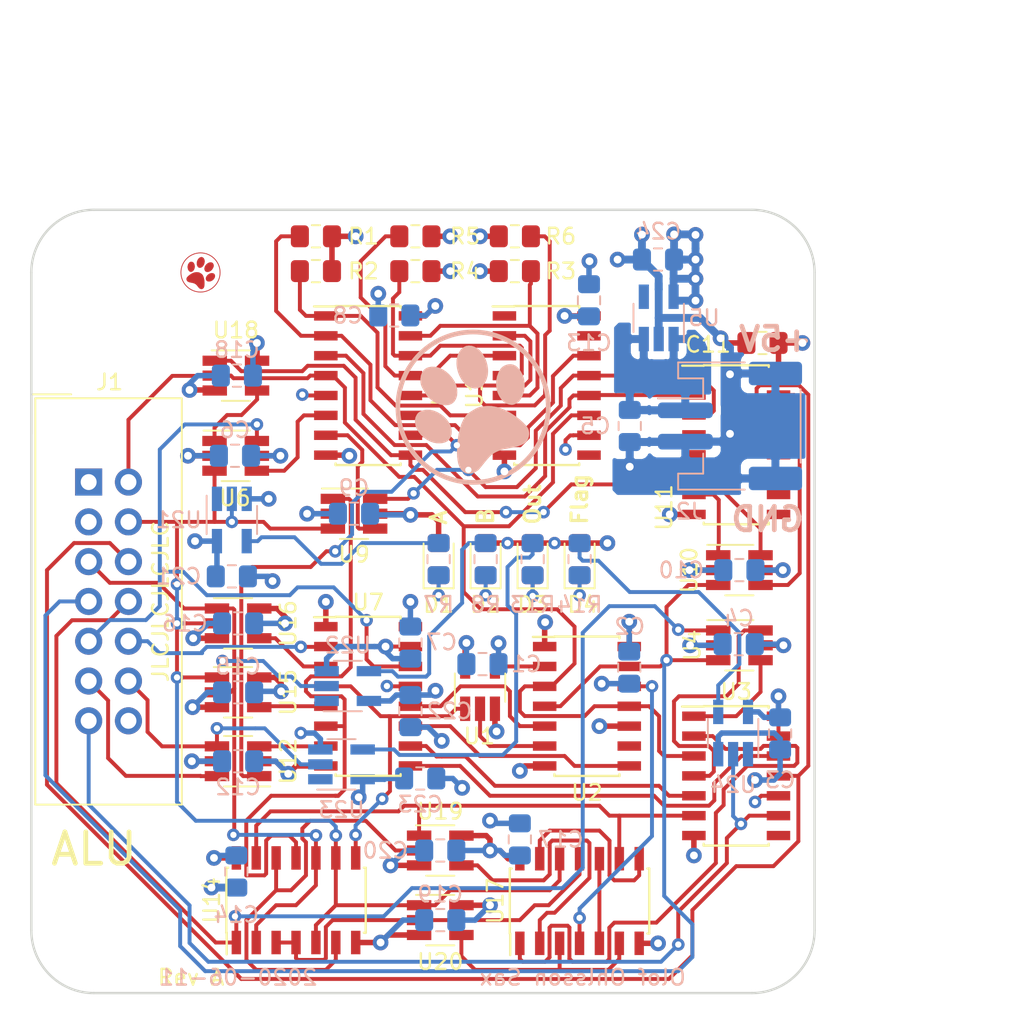
<source format=kicad_pcb>
(kicad_pcb (version 20171130) (host pcbnew 5.0.2-bee76a0~70~ubuntu18.04.1)
  (layers (0 F.Cu signal) (1 In1.Cu power) (2 In2.Cu power) (31 B.Cu signal) (34 B.Paste user) (35 F.Paste user) (36 B.SilkS user) (37 F.SilkS user) (38 B.Mask user) (39 F.Mask user) (44 Edge.Cuts user))
  (net 0 "")
  (net 1 GND)
  (net 2 VCC)
  (net 3 /BUS_CLK)
  (net 4 /IN_A)
  (net 5 /IN_B)
  (net 6 /IN_N)
  (net 7 /~ALU_RESET)
  (net 8 /ALU_AUX)
  (net 9 /ALU_S0)
  (net 10 /ALU_S1)
  (net 11 /ALU_S2)
  (net 12 /OUT)
  (net 13 /OUT_FLAG)
  (net 14 /L16)
  (net 15 /L4)
  (net 16 /L2)
  (net 17 /L1)
  (net 18 /L32)
  (net 19 /L8)
  (net 20 /OUT_XOR)
  (net 21 /~OUT_NEG)
  (net 22 "Net-(U2-Pad9)")
  (net 23 /LT)
  (net 24 /EQUAL)
  (net 25 /~OUT_C)
  (net 26 /LTU)
  (net 27 /IN_C)
  (net 28 "Net-(U3-Pad8)")
  (net 29 /FLAG)
  (net 30 /~SH_OUTPUT)
  (net 31 /OUT_BIN)
  (net 32 /OUT_SUM)
  (net 33 /OUT_OR)
  (net 34 /OUT_AND)
  (net 35 "Net-(U8-Pad11)")
  (net 36 /OUT_SHIFT)
  (net 37 /SH_RESET)
  (net 38 /SH_LOADLEN)
  (net 39 "Net-(U11-Pad1)")
  (net 40 "Net-(U11-Pad4)")
  (net 41 "Net-(U11-Pad5)")
  (net 42 "Net-(U11-Pad6)")
  (net 43 "Net-(U11-Pad9)")
  (net 44 "Net-(U11-Pad10)")
  (net 45 "Net-(U11-Pad11)")
  (net 46 "Net-(U11-Pad12)")
  (net 47 "Net-(U13-Pad1)")
  (net 48 "Net-(U13-Pad9)")
  (net 49 "Net-(U13-Pad15)")
  (net 50 /~C~_FF_~S~)
  (net 51 /~C~_FF_~R~)
  (net 52 /SH_S_FF_C)
  (net 53 /SH_S_FF_Q)
  (net 54 /SH_IN)
  (net 55 /EQ_FF_D)
  (net 56 /SH_4017_MR)
  (net 57 /SH_OUTPUT)
  (net 58 /B_OR_~B)
  (net 59 /A+B)
  (net 60 /A&~B)
  (net 61 "/(A+B)&C")
  (net 62 /~A~&B)
  (net 63 /C_TO_NEG)
  (net 64 /EQ_FF_~Q)
  (net 65 "Net-(U5-Pad4)")
  (net 66 /V_IN)
  (net 67 /QOG)
  (net 68 /DAH)
  (net 69 /DBH)
  (net 70 /DOH)
  (net 71 /DFH)
  (net 72 /DAL)
  (net 73 /DBL)
  (net 74 /DOL)
  (net 75 /DFL)
  (net 76 "Net-(U21-Pad1)")
  (net 77 "Net-(U22-Pad1)")
  (net 78 "Net-(U23-Pad1)")
  (net 79 "Net-(U24-Pad1)")
  (module Package_TO_SOT_SMD:SOT-23-5_HandSoldering (layer B.Cu) (at 96.8 111.4 90)
    (fp_text reference U24 (at -3.3 0) (layer B.SilkS) (effects (justify mirror)))
    (fp_text value 74LVC1G04)
    (pad 5 smd rect (at 1.35 0.95 90) (size 1.56 0.65) (layers B.Cu B.Paste B.Mask) (net 2 VCC))
    (pad 4 smd rect (at 1.35 -0.95 90) (size 1.56 0.65) (layers B.Cu B.Paste B.Mask) (net 75 /DFL))
    (pad 3 smd rect (at -1.35 -0.95 90) (size 1.56 0.65) (layers B.Cu B.Paste B.Mask) (net 1 GND))
    (pad 2 smd rect (at -1.35 0 90) (size 1.56 0.65) (layers B.Cu B.Paste B.Mask) (net 13 /OUT_FLAG))
    (pad 1 smd rect (at -1.35 0.95 90) (size 1.56 0.65) (layers B.Cu B.Paste B.Mask) (net 79 "Net-(U24-Pad1)"))
  )
  (module Package_TO_SOT_SMD:SOT-23-5_HandSoldering (layer B.Cu) (at 71.8 113.4)
    (fp_text reference U23 (at 0 2.9) (layer B.SilkS) (effects (justify mirror)))
    (fp_text value 74LVC1G04)
    (pad 5 smd rect (at 1.35 0.95) (size 1.56 0.65) (layers B.Cu B.Paste B.Mask) (net 2 VCC))
    (pad 4 smd rect (at 1.35 -0.95) (size 1.56 0.65) (layers B.Cu B.Paste B.Mask) (net 74 /DOL))
    (pad 3 smd rect (at -1.35 -0.95) (size 1.56 0.65) (layers B.Cu B.Paste B.Mask) (net 1 GND))
    (pad 2 smd rect (at -1.35 0) (size 1.56 0.65) (layers B.Cu B.Paste B.Mask) (net 12 /OUT))
    (pad 1 smd rect (at -1.35 0.95) (size 1.56 0.65) (layers B.Cu B.Paste B.Mask) (net 78 "Net-(U23-Pad1)"))
  )
  (module Package_TO_SOT_SMD:SOT-23-5_HandSoldering (layer B.Cu) (at 72.2 108.4)
    (fp_text reference U22 (at 0 -2.6) (layer B.SilkS) (effects (justify mirror)))
    (fp_text value 74LVC1G04)
    (pad 5 smd rect (at 1.35 0.95) (size 1.56 0.65) (layers B.Cu B.Paste B.Mask) (net 2 VCC))
    (pad 4 smd rect (at 1.35 -0.95) (size 1.56 0.65) (layers B.Cu B.Paste B.Mask) (net 73 /DBL))
    (pad 3 smd rect (at -1.35 -0.95) (size 1.56 0.65) (layers B.Cu B.Paste B.Mask) (net 1 GND))
    (pad 2 smd rect (at -1.35 0) (size 1.56 0.65) (layers B.Cu B.Paste B.Mask) (net 5 /IN_B))
    (pad 1 smd rect (at -1.35 0.95) (size 1.56 0.65) (layers B.Cu B.Paste B.Mask) (net 77 "Net-(U22-Pad1)"))
  )
  (module Package_TO_SOT_SMD:SOT-23-5_HandSoldering (layer B.Cu) (at 64.8 97.8 270)
    (fp_text reference U21 (at 0 3.4) (layer B.SilkS) (effects (justify mirror)))
    (fp_text value 74LVC1G04)
    (pad 5 smd rect (at 1.35 0.95 270) (size 1.56 0.65) (layers B.Cu B.Paste B.Mask) (net 2 VCC))
    (pad 4 smd rect (at 1.35 -0.95 270) (size 1.56 0.65) (layers B.Cu B.Paste B.Mask) (net 72 /DAL))
    (pad 3 smd rect (at -1.35 -0.95 270) (size 1.56 0.65) (layers B.Cu B.Paste B.Mask) (net 1 GND))
    (pad 2 smd rect (at -1.35 0 270) (size 1.56 0.65) (layers B.Cu B.Paste B.Mask) (net 4 /IN_A))
    (pad 1 smd rect (at -1.35 0.95 270) (size 1.56 0.65) (layers B.Cu B.Paste B.Mask) (net 76 "Net-(U21-Pad1)"))
  )
  (module Package_TO_SOT_SMD:SOT-23-5_HandSoldering (layer B.Cu) (at 92.05 84.9 90)
    (fp_text reference U5 (at 0 2.9 180) (layer B.SilkS) (effects (justify mirror)))
    (fp_text value MIC5504-3.3YM5)
    (pad 5 smd rect (at 1.35 0.95 90) (size 1.56 0.65) (layers B.Cu B.Paste B.Mask) (net 2 VCC))
    (pad 4 smd rect (at 1.35 -0.95 90) (size 1.56 0.65) (layers B.Cu B.Paste B.Mask) (net 65 "Net-(U5-Pad4)"))
    (pad 3 smd rect (at -1.35 -0.95 90) (size 1.56 0.65) (layers B.Cu B.Paste B.Mask) (net 66 /V_IN))
    (pad 2 smd rect (at -1.35 0 90) (size 1.56 0.65) (layers B.Cu B.Paste B.Mask) (net 1 GND))
    (pad 1 smd rect (at -1.35 0.95 90) (size 1.56 0.65) (layers B.Cu B.Paste B.Mask) (net 66 /V_IN))
  )
  (module Logo:paw-large-screen (layer B.Cu) (at 80.2 90.6 210)
    (fp_text reference G*** hide)
    (fp_text value LOGO hide)
  )
  (module LED_SMD:LED_0805_2012Metric_Pad1.15x1.40mm_HandSolder (layer F.Cu) (at 87 100.3 90)
    (fp_text reference D4 (at -2.9 0.2 180) (layer F.SilkS))
    (fp_text value LED)
    (pad 2 smd roundrect (at 1.025 0 90) (size 1.15 1.4) (layers F.Cu F.Paste F.Mask) (roundrect_rratio 0.217391) (net 2 VCC))
    (pad 1 smd roundrect (at -1.025 0 90) (size 1.15 1.4) (layers F.Cu F.Paste F.Mask) (roundrect_rratio 0.217391) (net 71 /DFH))
  )
  (module LED_SMD:LED_0805_2012Metric_Pad1.15x1.40mm_HandSolder (layer F.Cu) (at 84 100.3 90)
    (fp_text reference D3 (at -2.9 0 180) (layer F.SilkS))
    (fp_text value LED)
    (pad 1 smd roundrect (at -1.025 0 90) (size 1.15 1.4) (layers F.Cu F.Paste F.Mask) (roundrect_rratio 0.217391) (net 70 /DOH))
    (pad 2 smd roundrect (at 1.025 0 90) (size 1.15 1.4) (layers F.Cu F.Paste F.Mask) (roundrect_rratio 0.217391) (net 2 VCC))
  )
  (module LED_SMD:LED_0805_2012Metric_Pad1.15x1.40mm_HandSolder (layer F.Cu) (at 81 100.3 90)
    (fp_text reference D2 (at -2.9 0 180) (layer F.SilkS))
    (fp_text value LED)
    (pad 2 smd roundrect (at 1.025 0 90) (size 1.15 1.4) (layers F.Cu F.Paste F.Mask) (roundrect_rratio 0.217391) (net 2 VCC))
    (pad 1 smd roundrect (at -1.025 0 90) (size 1.15 1.4) (layers F.Cu F.Paste F.Mask) (roundrect_rratio 0.217391) (net 69 /DBH))
  )
  (module LED_SMD:LED_0805_2012Metric_Pad1.15x1.40mm_HandSolder (layer F.Cu) (at 78 100.3 90)
    (fp_text reference D1 (at -2.9 0 180) (layer F.SilkS))
    (fp_text value LED)
    (pad 1 smd roundrect (at -1.025 0 90) (size 1.15 1.4) (layers F.Cu F.Paste F.Mask) (roundrect_rratio 0.217391) (net 68 /DAH))
    (pad 2 smd roundrect (at 1.025 0 90) (size 1.15 1.4) (layers F.Cu F.Paste F.Mask) (roundrect_rratio 0.217391) (net 2 VCC))
  )
  (module Resistor_SMD:R_0805_2012Metric_Pad1.15x1.40mm_HandSolder (layer B.Cu) (at 78 100.3 270)
    (fp_text reference R7 (at 2.9 0) (layer B.SilkS) (effects (justify mirror)))
    (fp_text value 330)
    (pad 1 smd roundrect (at -1.025 0 270) (size 1.15 1.4) (layers B.Cu B.Paste B.Mask) (roundrect_rratio 0.217391) (net 72 /DAL))
    (pad 2 smd roundrect (at 1.025 0 270) (size 1.15 1.4) (layers B.Cu B.Paste B.Mask) (roundrect_rratio 0.217391) (net 68 /DAH))
  )
  (module Resistor_SMD:R_0805_2012Metric_Pad1.15x1.40mm_HandSolder (layer B.Cu) (at 81 100.3 270)
    (fp_text reference R8 (at 2.9 0) (layer B.SilkS) (effects (justify mirror)))
    (fp_text value 330)
    (pad 2 smd roundrect (at 1.025 0 270) (size 1.15 1.4) (layers B.Cu B.Paste B.Mask) (roundrect_rratio 0.217391) (net 69 /DBH))
    (pad 1 smd roundrect (at -1.025 0 270) (size 1.15 1.4) (layers B.Cu B.Paste B.Mask) (roundrect_rratio 0.217391) (net 73 /DBL))
  )
  (module Resistor_SMD:R_0805_2012Metric_Pad1.15x1.40mm_HandSolder (layer B.Cu) (at 84 100.3 270)
    (fp_text reference R13 (at 2.9 0) (layer B.SilkS) (effects (justify mirror)))
    (fp_text value 330)
    (pad 2 smd roundrect (at 1.025 0 270) (size 1.15 1.4) (layers B.Cu B.Paste B.Mask) (roundrect_rratio 0.217391) (net 70 /DOH))
    (pad 1 smd roundrect (at -1.025 0 270) (size 1.15 1.4) (layers B.Cu B.Paste B.Mask) (roundrect_rratio 0.217391) (net 74 /DOL))
  )
  (module Resistor_SMD:R_0805_2012Metric_Pad1.15x1.40mm_HandSolder (layer B.Cu) (at 87 100.3 270)
    (fp_text reference R14 (at 2.9 0) (layer B.SilkS) (effects (justify mirror)))
    (fp_text value 330)
    (pad 1 smd roundrect (at -1.025 0 270) (size 1.15 1.4) (layers B.Cu B.Paste B.Mask) (roundrect_rratio 0.217391) (net 75 /DFL))
    (pad 2 smd roundrect (at 1.025 0 270) (size 1.15 1.4) (layers B.Cu B.Paste B.Mask) (roundrect_rratio 0.217391) (net 71 /DFH))
  )
  (module Connector_IDC:IDC-Header_2x07_P2.54mm_Vertical (layer F.Cu) (at 55.66 95.38)
    (fp_text reference J1 (at 1.34 -6.38) (layer F.SilkS))
    (fp_text value Conn_ALU)
    (pad 1 thru_hole rect (at 0 0) (size 1.7272 1.7272) (drill 1.016) (layers *.Cu *.Mask) (net 1 GND))
    (pad 2 thru_hole oval (at 2.54 0) (size 1.7272 1.7272) (drill 1.016) (layers *.Cu *.Mask) (net 3 /BUS_CLK))
    (pad 3 thru_hole oval (at 0 2.54) (size 1.7272 1.7272) (drill 1.016) (layers *.Cu *.Mask) (net 1 GND))
    (pad 4 thru_hole oval (at 2.54 2.54) (size 1.7272 1.7272) (drill 1.016) (layers *.Cu *.Mask) (net 4 /IN_A))
    (pad 5 thru_hole oval (at 0 5.08) (size 1.7272 1.7272) (drill 1.016) (layers *.Cu *.Mask) (net 5 /IN_B))
    (pad 6 thru_hole oval (at 2.54 5.08) (size 1.7272 1.7272) (drill 1.016) (layers *.Cu *.Mask) (net 8 /ALU_AUX))
    (pad 7 thru_hole oval (at 0 7.62) (size 1.7272 1.7272) (drill 1.016) (layers *.Cu *.Mask) (net 7 /~ALU_RESET))
    (pad 8 thru_hole oval (at 2.54 7.62) (size 1.7272 1.7272) (drill 1.016) (layers *.Cu *.Mask) (net 6 /IN_N))
    (pad 9 thru_hole oval (at 0 10.16) (size 1.7272 1.7272) (drill 1.016) (layers *.Cu *.Mask) (net 9 /ALU_S0))
    (pad 10 thru_hole oval (at 2.54 10.16) (size 1.7272 1.7272) (drill 1.016) (layers *.Cu *.Mask) (net 10 /ALU_S1))
    (pad 11 thru_hole oval (at 0 12.7) (size 1.7272 1.7272) (drill 1.016) (layers *.Cu *.Mask) (net 11 /ALU_S2))
    (pad 12 thru_hole oval (at 2.54 12.7) (size 1.7272 1.7272) (drill 1.016) (layers *.Cu *.Mask) (net 12 /OUT))
    (pad 13 thru_hole oval (at 0 15.24) (size 1.7272 1.7272) (drill 1.016) (layers *.Cu *.Mask) (net 13 /OUT_FLAG))
    (pad 14 thru_hole oval (at 2.54 15.24) (size 1.7272 1.7272) (drill 1.016) (layers *.Cu *.Mask) (net 1 GND))
  )
  (module Package_SO:SOIC-14_3.9x8.7mm_P1.27mm (layer F.Cu) (at 68.8975 122.0725 90)
    (fp_text reference U14 (at 0 -5.375 90) (layer F.SilkS))
    (fp_text value 74HC86)
    (pad 14 smd rect (at 2.7 -3.81 90) (size 1.5 0.6) (layers F.Cu F.Paste F.Mask) (net 2 VCC))
    (pad 13 smd rect (at 2.7 -2.54 90) (size 1.5 0.6) (layers F.Cu F.Paste F.Mask) (net 27 /IN_C))
    (pad 12 smd rect (at 2.7 -1.27 90) (size 1.5 0.6) (layers F.Cu F.Paste F.Mask) (net 59 /A+B))
    (pad 11 smd rect (at 2.7 0 90) (size 1.5 0.6) (layers F.Cu F.Paste F.Mask) (net 32 /OUT_SUM))
    (pad 10 smd rect (at 2.7 1.27 90) (size 1.5 0.6) (layers F.Cu F.Paste F.Mask) (net 5 /IN_B))
    (pad 9 smd rect (at 2.7 2.54 90) (size 1.5 0.6) (layers F.Cu F.Paste F.Mask) (net 4 /IN_A))
    (pad 8 smd rect (at 2.7 3.81 90) (size 1.5 0.6) (layers F.Cu F.Paste F.Mask) (net 20 /OUT_XOR))
    (pad 7 smd rect (at -2.7 3.81 90) (size 1.5 0.6) (layers F.Cu F.Paste F.Mask) (net 1 GND))
    (pad 6 smd rect (at -2.7 2.54 90) (size 1.5 0.6) (layers F.Cu F.Paste F.Mask) (net 59 /A+B))
    (pad 5 smd rect (at -2.7 1.27 90) (size 1.5 0.6) (layers F.Cu F.Paste F.Mask) (net 4 /IN_A))
    (pad 4 smd rect (at -2.7 0 90) (size 1.5 0.6) (layers F.Cu F.Paste F.Mask) (net 58 /B_OR_~B))
    (pad 3 smd rect (at -2.7 -1.27 90) (size 1.5 0.6) (layers F.Cu F.Paste F.Mask) (net 58 /B_OR_~B))
    (pad 2 smd rect (at -2.7 -2.54 90) (size 1.5 0.6) (layers F.Cu F.Paste F.Mask) (net 5 /IN_B))
    (pad 1 smd rect (at -2.7 -3.81 90) (size 1.5 0.6) (layers F.Cu F.Paste F.Mask) (net 6 /IN_N))
  )
  (module Capacitor_SMD:C_0805_2012Metric_Pad1.15x1.40mm_HandSolder (layer B.Cu) (at 65.2 108.8 180)
    (fp_text reference C15 (at 0 1.65 180) (layer B.SilkS) (effects (justify mirror)))
    (fp_text value 100n)
    (pad 1 smd roundrect (at -1.025 0 180) (size 1.15 1.4) (layers B.Cu B.Paste B.Mask) (roundrect_rratio 0.217391) (net 2 VCC))
    (pad 2 smd roundrect (at 1.025 0 180) (size 1.15 1.4) (layers B.Cu B.Paste B.Mask) (roundrect_rratio 0.217391) (net 1 GND))
  )
  (module Capacitor_SMD:C_0805_2012Metric_Pad1.15x1.40mm_HandSolder (layer B.Cu) (at 65.2 104.4 180)
    (fp_text reference C16 (at 3.4 0 180) (layer B.SilkS) (effects (justify mirror)))
    (fp_text value 100n)
    (pad 2 smd roundrect (at 1.025 0 180) (size 1.15 1.4) (layers B.Cu B.Paste B.Mask) (roundrect_rratio 0.217391) (net 1 GND))
    (pad 1 smd roundrect (at -1.025 0 180) (size 1.15 1.4) (layers B.Cu B.Paste B.Mask) (roundrect_rratio 0.217391) (net 2 VCC))
  )
  (module Capacitor_SMD:C_0805_2012Metric_Pad1.15x1.40mm_HandSolder (layer B.Cu) (at 83.185 118.19 90)
    (fp_text reference C17 (at -0.01 2.615 180) (layer B.SilkS) (effects (justify mirror)))
    (fp_text value 100n)
    (pad 1 smd roundrect (at -1.025 0 90) (size 1.15 1.4) (layers B.Cu B.Paste B.Mask) (roundrect_rratio 0.217391) (net 2 VCC))
    (pad 2 smd roundrect (at 1.025 0 90) (size 1.15 1.4) (layers B.Cu B.Paste B.Mask) (roundrect_rratio 0.217391) (net 1 GND))
  )
  (module Capacitor_SMD:C_0805_2012Metric_Pad1.15x1.40mm_HandSolder (layer B.Cu) (at 65.1225 88.585 180)
    (fp_text reference C18 (at 0 1.65 180) (layer B.SilkS) (effects (justify mirror)))
    (fp_text value 100n)
    (pad 2 smd roundrect (at 1.025 0 180) (size 1.15 1.4) (layers B.Cu B.Paste B.Mask) (roundrect_rratio 0.217391) (net 1 GND))
    (pad 1 smd roundrect (at -1.025 0 180) (size 1.15 1.4) (layers B.Cu B.Paste B.Mask) (roundrect_rratio 0.217391) (net 2 VCC))
  )
  (module Capacitor_SMD:C_0805_2012Metric_Pad1.15x1.40mm_HandSolder (layer B.Cu) (at 78.105 123.3425 180)
    (fp_text reference C19 (at 0 1.65 180) (layer B.SilkS) (effects (justify mirror)))
    (fp_text value 100n)
    (pad 1 smd roundrect (at -1.025 0 180) (size 1.15 1.4) (layers B.Cu B.Paste B.Mask) (roundrect_rratio 0.217391) (net 2 VCC))
    (pad 2 smd roundrect (at 1.025 0 180) (size 1.15 1.4) (layers B.Cu B.Paste B.Mask) (roundrect_rratio 0.217391) (net 1 GND))
  )
  (module Capacitor_SMD:C_0805_2012Metric_Pad1.15x1.40mm_HandSolder (layer B.Cu) (at 78.105 118.8975 180)
    (fp_text reference C20 (at 3.505 0 180) (layer B.SilkS) (effects (justify mirror)))
    (fp_text value 100n)
    (pad 2 smd roundrect (at 1.025 0 180) (size 1.15 1.4) (layers B.Cu B.Paste B.Mask) (roundrect_rratio 0.217391) (net 1 GND))
    (pad 1 smd roundrect (at -1.025 0 180) (size 1.15 1.4) (layers B.Cu B.Paste B.Mask) (roundrect_rratio 0.217391) (net 2 VCC))
  )
  (module Capacitor_SMD:C_0805_2012Metric_Pad1.15x1.40mm_HandSolder (layer B.Cu) (at 92.005 81.175 180)
    (fp_text reference C24 (at -0.025 1.8 180) (layer B.SilkS) (effects (justify mirror)))
    (fp_text value 1u)
    (pad 1 smd roundrect (at -1.025 0 180) (size 1.15 1.4) (layers B.Cu B.Paste B.Mask) (roundrect_rratio 0.217391) (net 2 VCC))
    (pad 2 smd roundrect (at 1.025 0 180) (size 1.15 1.4) (layers B.Cu B.Paste B.Mask) (roundrect_rratio 0.217391) (net 1 GND))
  )
  (module Capacitor_SMD:C_0805_2012Metric_Pad1.15x1.40mm_HandSolder (layer B.Cu) (at 87.6 83.775 90)
    (fp_text reference C13 (at -2.725 0 180) (layer B.SilkS) (effects (justify mirror)))
    (fp_text value 100n)
    (pad 2 smd roundrect (at 1.025 0 90) (size 1.15 1.4) (layers B.Cu B.Paste B.Mask) (roundrect_rratio 0.217391) (net 1 GND))
    (pad 1 smd roundrect (at -1.025 0 90) (size 1.15 1.4) (layers B.Cu B.Paste B.Mask) (roundrect_rratio 0.217391) (net 2 VCC))
  )
  (module Capacitor_SMD:C_0805_2012Metric_Pad1.15x1.40mm_HandSolder (layer B.Cu) (at 65.0875 120.24 270)
    (fp_text reference C14 (at 2.76 0) (layer B.SilkS) (effects (justify mirror)))
    (fp_text value 100n)
    (pad 1 smd roundrect (at -1.025 0 270) (size 1.15 1.4) (layers B.Cu B.Paste B.Mask) (roundrect_rratio 0.217391) (net 2 VCC))
    (pad 2 smd roundrect (at 1.025 0 270) (size 1.15 1.4) (layers B.Cu B.Paste B.Mask) (roundrect_rratio 0.217391) (net 1 GND))
  )
  (module Connector_JST:JST_PH_S2B-PH-SM4-TB_1x02-1MP_P2.00mm_Horizontal (layer B.Cu) (at 96.6 91.8 270)
    (fp_text reference J2 (at 5.45 2.6) (layer B.SilkS) (effects (justify mirror)))
    (fp_text value Conn_Power)
    (pad 1 smd roundrect (at -1 2.85 270) (size 1 3.5) (layers B.Cu B.Paste B.Mask) (net 66 /V_IN))
    (pad 2 smd roundrect (at 1 2.85 270) (size 1 3.5) (layers B.Cu B.Paste B.Mask) (net 1 GND))
    (pad MP smd roundrect (at -3.35 -2.9 270) (size 1.5 3.4) (layers B.Cu B.Paste B.Mask) (roundrect_rratio 0.166667) (net 1 GND))
    (pad MP smd roundrect (at 3.35 -2.9 270) (size 1.5 3.4) (layers B.Cu B.Paste B.Mask) (roundrect_rratio 0.166667) (net 1 GND))
  )
  (module Capacitor_SMD:C_0805_2012Metric_Pad1.15x1.40mm_HandSolder (layer B.Cu) (at 65.2 113.2)
    (fp_text reference C12 (at 0 1.65) (layer B.SilkS) (effects (justify mirror)))
    (fp_text value 100n)
    (pad 1 smd roundrect (at -1.025 0) (size 1.15 1.4) (layers B.Cu B.Paste B.Mask) (roundrect_rratio 0.217391) (net 2 VCC))
    (pad 2 smd roundrect (at 1.025 0) (size 1.15 1.4) (layers B.Cu B.Paste B.Mask) (roundrect_rratio 0.217391) (net 1 GND))
  )
  (module MountingHole:MountingHole_3.2mm_M3 (layer F.Cu) (at 98 82)
    (fp_text reference H3 hide)
    (fp_text value MountingHole)
    (pad 1 np_thru_hole circle (at 0 0) (size 3.2 3.2) (drill 3.2) (layers *.Cu *.Mask))
  )
  (module MountingHole:MountingHole_3.2mm_M3 (layer F.Cu) (at 98 124)
    (fp_text reference H2 hide)
    (fp_text value MountingHole)
    (pad 1 np_thru_hole circle (at 0 0) (size 3.2 3.2) (drill 3.2) (layers *.Cu *.Mask))
  )
  (module MountingHole:MountingHole_3.2mm_M3 (layer F.Cu) (at 56 124)
    (fp_text reference H1 hide)
    (fp_text value MountingHole)
    (pad 1 np_thru_hole circle (at 0 0) (size 3.2 3.2) (drill 3.2) (layers *.Cu *.Mask))
  )
  (module MountingHole:MountingHole_3.2mm_M3 (layer F.Cu) (at 56 82)
    (fp_text reference H4 hide)
    (fp_text value MountingHole)
    (pad 1 np_thru_hole circle (at 0 0) (size 3.2 3.2) (drill 3.2) (layers *.Cu *.Mask))
  )
  (module Package_TO_SOT_SMD:SOT-23-6_Handsoldering (layer F.Cu) (at 97.2 101)
    (fp_text reference U10 (at -3.2 0 90) (layer F.SilkS))
    (fp_text value 74AUC2G04)
    (pad 1 smd rect (at -1.35 -0.95) (size 1.56 0.65) (layers F.Cu F.Paste F.Mask) (net 57 /SH_OUTPUT))
    (pad 2 smd rect (at -1.35 0) (size 1.56 0.65) (layers F.Cu F.Paste F.Mask) (net 1 GND))
    (pad 3 smd rect (at -1.35 0.95) (size 1.56 0.65) (layers F.Cu F.Paste F.Mask) (net 7 /~ALU_RESET))
    (pad 4 smd rect (at 1.35 0.95) (size 1.56 0.65) (layers F.Cu F.Paste F.Mask) (net 56 /SH_4017_MR))
    (pad 6 smd rect (at 1.35 -0.95) (size 1.56 0.65) (layers F.Cu F.Paste F.Mask) (net 30 /~SH_OUTPUT))
    (pad 5 smd rect (at 1.35 0) (size 1.56 0.65) (layers F.Cu F.Paste F.Mask) (net 2 VCC))
  )
  (module Package_SO:SOIC-14_3.9x8.7mm_P1.27mm (layer F.Cu) (at 86.995 122.1225 90)
    (fp_text reference U17 (at 0 -5.375 90) (layer F.SilkS))
    (fp_text value 74HC02)
    (pad 14 smd rect (at 2.7 -3.81 90) (size 1.5 0.6) (layers F.Cu F.Paste F.Mask) (net 2 VCC))
    (pad 13 smd rect (at 2.7 -2.54 90) (size 1.5 0.6) (layers F.Cu F.Paste F.Mask) (net 62 /~A~&B))
    (pad 12 smd rect (at 2.7 -1.27 90) (size 1.5 0.6) (layers F.Cu F.Paste F.Mask) (net 4 /IN_A))
    (pad 11 smd rect (at 2.7 0 90) (size 1.5 0.6) (layers F.Cu F.Paste F.Mask) (net 58 /B_OR_~B))
    (pad 10 smd rect (at 2.7 1.27 90) (size 1.5 0.6) (layers F.Cu F.Paste F.Mask) (net 63 /C_TO_NEG))
    (pad 9 smd rect (at 2.7 2.54 90) (size 1.5 0.6) (layers F.Cu F.Paste F.Mask) (net 27 /IN_C))
    (pad 8 smd rect (at 2.7 3.81 90) (size 1.5 0.6) (layers F.Cu F.Paste F.Mask) (net 62 /~A~&B))
    (pad 7 smd rect (at -2.7 3.81 90) (size 1.5 0.6) (layers F.Cu F.Paste F.Mask) (net 1 GND))
    (pad 6 smd rect (at -2.7 2.54 90) (size 1.5 0.6) (layers F.Cu F.Paste F.Mask) (net 60 /A&~B))
    (pad 5 smd rect (at -2.7 1.27 90) (size 1.5 0.6) (layers F.Cu F.Paste F.Mask) (net 63 /C_TO_NEG))
    (pad 4 smd rect (at -2.7 0 90) (size 1.5 0.6) (layers F.Cu F.Paste F.Mask) (net 21 /~OUT_NEG))
    (pad 3 smd rect (at -2.7 -1.27 90) (size 1.5 0.6) (layers F.Cu F.Paste F.Mask) (net 60 /A&~B))
    (pad 2 smd rect (at -2.7 -2.54 90) (size 1.5 0.6) (layers F.Cu F.Paste F.Mask) (net 61 "/(A+B)&C"))
    (pad 1 smd rect (at -2.7 -3.81 90) (size 1.5 0.6) (layers F.Cu F.Paste F.Mask) (net 25 /~OUT_C))
  )
  (module Capacitor_SMD:C_0805_2012Metric_Pad1.15x1.40mm_HandSolder (layer F.Cu) (at 98.675 86.5 180)
    (fp_text reference C11 (at 3.475 -0.1 180) (layer F.SilkS))
    (fp_text value 100n)
    (pad 2 smd roundrect (at 1.025 0 180) (size 1.15 1.4) (layers F.Cu F.Paste F.Mask) (roundrect_rratio 0.217391) (net 1 GND))
    (pad 1 smd roundrect (at -1.025 0 180) (size 1.15 1.4) (layers F.Cu F.Paste F.Mask) (roundrect_rratio 0.217391) (net 2 VCC))
  )
  (module Package_TO_SOT_SMD:SOT-23-5_HandSoldering (layer F.Cu) (at 78.105 123.3425)
    (fp_text reference U20 (at 0 2.6575) (layer F.SilkS))
    (fp_text value 74LVC1G08)
    (pad 5 smd rect (at 1.35 -0.95) (size 1.56 0.65) (layers F.Cu F.Paste F.Mask) (net 2 VCC))
    (pad 4 smd rect (at 1.35 0.95) (size 1.56 0.65) (layers F.Cu F.Paste F.Mask) (net 60 /A&~B))
    (pad 3 smd rect (at -1.35 0.95) (size 1.56 0.65) (layers F.Cu F.Paste F.Mask) (net 1 GND))
    (pad 2 smd rect (at -1.35 0) (size 1.56 0.65) (layers F.Cu F.Paste F.Mask) (net 58 /B_OR_~B))
    (pad 1 smd rect (at -1.35 -0.95) (size 1.56 0.65) (layers F.Cu F.Paste F.Mask) (net 4 /IN_A))
  )
  (module Package_TO_SOT_SMD:SOT-23-5_HandSoldering (layer F.Cu) (at 78.105 118.8975)
    (fp_text reference U19 (at 0 -2.4975) (layer F.SilkS))
    (fp_text value 74LVC1G08)
    (pad 1 smd rect (at -1.35 -0.95) (size 1.56 0.65) (layers F.Cu F.Paste F.Mask) (net 27 /IN_C))
    (pad 2 smd rect (at -1.35 0) (size 1.56 0.65) (layers F.Cu F.Paste F.Mask) (net 59 /A+B))
    (pad 3 smd rect (at -1.35 0.95) (size 1.56 0.65) (layers F.Cu F.Paste F.Mask) (net 1 GND))
    (pad 4 smd rect (at 1.35 0.95) (size 1.56 0.65) (layers F.Cu F.Paste F.Mask) (net 61 "/(A+B)&C"))
    (pad 5 smd rect (at 1.35 -0.95) (size 1.56 0.65) (layers F.Cu F.Paste F.Mask) (net 2 VCC))
  )
  (module Package_TO_SOT_SMD:SOT-23-5_HandSoldering (layer F.Cu) (at 65.2 104.4)
    (fp_text reference U16 (at 3.2 0 90) (layer F.SilkS))
    (fp_text value 74LVC1G08)
    (pad 5 smd rect (at 1.35 -0.95) (size 1.56 0.65) (layers F.Cu F.Paste F.Mask) (net 2 VCC))
    (pad 4 smd rect (at 1.35 0.95) (size 1.56 0.65) (layers F.Cu F.Paste F.Mask) (net 34 /OUT_AND))
    (pad 3 smd rect (at -1.35 0.95) (size 1.56 0.65) (layers F.Cu F.Paste F.Mask) (net 1 GND))
    (pad 2 smd rect (at -1.35 0) (size 1.56 0.65) (layers F.Cu F.Paste F.Mask) (net 4 /IN_A))
    (pad 1 smd rect (at -1.35 -0.95) (size 1.56 0.65) (layers F.Cu F.Paste F.Mask) (net 5 /IN_B))
  )
  (module Package_TO_SOT_SMD:SOT-23-5_HandSoldering (layer F.Cu) (at 65.06 88.585)
    (fp_text reference U18 (at 0 -2.9) (layer F.SilkS))
    (fp_text value 74LVC1G08)
    (pad 1 smd rect (at -1.35 -0.95) (size 1.56 0.65) (layers F.Cu F.Paste F.Mask) (net 30 /~SH_OUTPUT))
    (pad 2 smd rect (at -1.35 0) (size 1.56 0.65) (layers F.Cu F.Paste F.Mask) (net 3 /BUS_CLK))
    (pad 3 smd rect (at -1.35 0.95) (size 1.56 0.65) (layers F.Cu F.Paste F.Mask) (net 1 GND))
    (pad 4 smd rect (at 1.35 0.95) (size 1.56 0.65) (layers F.Cu F.Paste F.Mask) (net 52 /SH_S_FF_C))
    (pad 5 smd rect (at 1.35 -0.95) (size 1.56 0.65) (layers F.Cu F.Paste F.Mask) (net 2 VCC))
  )
  (module Package_TO_SOT_SMD:SOT-23-6_Handsoldering (layer F.Cu) (at 97.2 105.8)
    (fp_text reference U4 (at -3 0 90) (layer F.SilkS))
    (fp_text value 74LVC1G19)
    (pad 5 smd rect (at 1.35 0) (size 1.56 0.65) (layers F.Cu F.Paste F.Mask) (net 2 VCC))
    (pad 6 smd rect (at 1.35 -0.95) (size 1.56 0.65) (layers F.Cu F.Paste F.Mask) (net 50 /~C~_FF_~S~))
    (pad 4 smd rect (at 1.35 0.95) (size 1.56 0.65) (layers F.Cu F.Paste F.Mask) (net 51 /~C~_FF_~R~))
    (pad 3 smd rect (at -1.35 0.95) (size 1.56 0.65) (layers F.Cu F.Paste F.Mask) (net 7 /~ALU_RESET))
    (pad 2 smd rect (at -1.35 0) (size 1.56 0.65) (layers F.Cu F.Paste F.Mask) (net 1 GND))
    (pad 1 smd rect (at -1.35 -0.95) (size 1.56 0.65) (layers F.Cu F.Paste F.Mask) (net 6 /IN_N))
  )
  (module Package_SO:SOIC-16_3.9x9.9mm_P1.27mm (layer F.Cu) (at 97 93)
    (fp_text reference U11 (at -4.6 4 90) (layer F.SilkS))
    (fp_text value 74HC4017)
    (pad 1 smd rect (at -2.7 -4.445) (size 1.5 0.6) (layers F.Cu F.Paste F.Mask) (net 39 "Net-(U11-Pad1)"))
    (pad 2 smd rect (at -2.7 -3.175) (size 1.5 0.6) (layers F.Cu F.Paste F.Mask) (net 37 /SH_RESET))
    (pad 3 smd rect (at -2.7 -1.905) (size 1.5 0.6) (layers F.Cu F.Paste F.Mask) (net 38 /SH_LOADLEN))
    (pad 4 smd rect (at -2.7 -0.635) (size 1.5 0.6) (layers F.Cu F.Paste F.Mask) (net 40 "Net-(U11-Pad4)"))
    (pad 5 smd rect (at -2.7 0.635) (size 1.5 0.6) (layers F.Cu F.Paste F.Mask) (net 41 "Net-(U11-Pad5)"))
    (pad 6 smd rect (at -2.7 1.905) (size 1.5 0.6) (layers F.Cu F.Paste F.Mask) (net 42 "Net-(U11-Pad6)"))
    (pad 7 smd rect (at -2.7 3.175) (size 1.5 0.6) (layers F.Cu F.Paste F.Mask) (net 57 /SH_OUTPUT))
    (pad 8 smd rect (at -2.7 4.445) (size 1.5 0.6) (layers F.Cu F.Paste F.Mask) (net 1 GND))
    (pad 9 smd rect (at 2.7 4.445) (size 1.5 0.6) (layers F.Cu F.Paste F.Mask) (net 43 "Net-(U11-Pad9)"))
    (pad 10 smd rect (at 2.7 3.175) (size 1.5 0.6) (layers F.Cu F.Paste F.Mask) (net 44 "Net-(U11-Pad10)"))
    (pad 11 smd rect (at 2.7 1.905) (size 1.5 0.6) (layers F.Cu F.Paste F.Mask) (net 45 "Net-(U11-Pad11)"))
    (pad 12 smd rect (at 2.7 0.635) (size 1.5 0.6) (layers F.Cu F.Paste F.Mask) (net 46 "Net-(U11-Pad12)"))
    (pad 13 smd rect (at 2.7 -0.635) (size 1.5 0.6) (layers F.Cu F.Paste F.Mask) (net 1 GND))
    (pad 14 smd rect (at 2.7 -1.905) (size 1.5 0.6) (layers F.Cu F.Paste F.Mask) (net 8 /ALU_AUX))
    (pad 15 smd rect (at 2.7 -3.175) (size 1.5 0.6) (layers F.Cu F.Paste F.Mask) (net 56 /SH_4017_MR))
    (pad 16 smd rect (at 2.7 -4.445) (size 1.5 0.6) (layers F.Cu F.Paste F.Mask) (net 2 VCC))
  )
  (module Capacitor_SMD:C_0805_2012Metric_Pad1.15x1.40mm_HandSolder (layer B.Cu) (at 80.8 107)
    (fp_text reference C1 (at 2.8 0) (layer B.SilkS) (effects (justify mirror)))
    (fp_text value 100n)
    (pad 2 smd roundrect (at 1.025 0) (size 1.15 1.4) (layers B.Cu B.Paste B.Mask) (roundrect_rratio 0.217391) (net 1 GND))
    (pad 1 smd roundrect (at -1.025 0) (size 1.15 1.4) (layers B.Cu B.Paste B.Mask) (roundrect_rratio 0.217391) (net 2 VCC))
  )
  (module Capacitor_SMD:C_0805_2012Metric_Pad1.15x1.40mm_HandSolder (layer B.Cu) (at 90.17 107.2225 270)
    (fp_text reference C2 (at -2.6225 -0.03) (layer B.SilkS) (effects (justify mirror)))
    (fp_text value 100n)
    (pad 1 smd roundrect (at -1.025 0 270) (size 1.15 1.4) (layers B.Cu B.Paste B.Mask) (roundrect_rratio 0.217391) (net 2 VCC))
    (pad 2 smd roundrect (at 1.025 0 270) (size 1.15 1.4) (layers B.Cu B.Paste B.Mask) (roundrect_rratio 0.217391) (net 1 GND))
  )
  (module Capacitor_SMD:C_0805_2012Metric_Pad1.15x1.40mm_HandSolder (layer B.Cu) (at 99.8 111.425 270)
    (fp_text reference C3 (at 2.975 0) (layer B.SilkS) (effects (justify mirror)))
    (fp_text value 100n)
    (pad 2 smd roundrect (at 1.025 0 270) (size 1.15 1.4) (layers B.Cu B.Paste B.Mask) (roundrect_rratio 0.217391) (net 1 GND))
    (pad 1 smd roundrect (at -1.025 0 270) (size 1.15 1.4) (layers B.Cu B.Paste B.Mask) (roundrect_rratio 0.217391) (net 2 VCC))
  )
  (module Capacitor_SMD:C_0805_2012Metric_Pad1.15x1.40mm_HandSolder (layer B.Cu) (at 97.155 105.7275 180)
    (fp_text reference C4 (at 0 1.65 180) (layer B.SilkS) (effects (justify mirror)))
    (fp_text value 100n)
    (pad 1 smd roundrect (at -1.025 0 180) (size 1.15 1.4) (layers B.Cu B.Paste B.Mask) (roundrect_rratio 0.217391) (net 2 VCC))
    (pad 2 smd roundrect (at 1.025 0 180) (size 1.15 1.4) (layers B.Cu B.Paste B.Mask) (roundrect_rratio 0.217391) (net 1 GND))
  )
  (module Capacitor_SMD:C_0805_2012Metric_Pad1.15x1.40mm_HandSolder (layer B.Cu) (at 90.2 91.8 270)
    (fp_text reference C5 (at 0 2.2) (layer B.SilkS) (effects (justify mirror)))
    (fp_text value 1u)
    (pad 2 smd roundrect (at 1.025 0 270) (size 1.15 1.4) (layers B.Cu B.Paste B.Mask) (roundrect_rratio 0.217391) (net 1 GND))
    (pad 1 smd roundrect (at -1.025 0 270) (size 1.15 1.4) (layers B.Cu B.Paste B.Mask) (roundrect_rratio 0.217391) (net 66 /V_IN))
  )
  (module Capacitor_SMD:C_0805_2012Metric_Pad1.15x1.40mm_HandSolder (layer B.Cu) (at 65 93.7 180)
    (fp_text reference C6 (at 0 1.65 180) (layer B.SilkS) (effects (justify mirror)))
    (fp_text value 100n)
    (pad 1 smd roundrect (at -1.025 0 180) (size 1.15 1.4) (layers B.Cu B.Paste B.Mask) (roundrect_rratio 0.217391) (net 2 VCC))
    (pad 2 smd roundrect (at 1.025 0 180) (size 1.15 1.4) (layers B.Cu B.Paste B.Mask) (roundrect_rratio 0.217391) (net 1 GND))
  )
  (module Capacitor_SMD:C_0805_2012Metric_Pad1.15x1.40mm_HandSolder (layer B.Cu) (at 76.2 105.625 270)
    (fp_text reference C7 (at -0.025 -2) (layer B.SilkS) (effects (justify mirror)))
    (fp_text value 100n)
    (pad 1 smd roundrect (at -1.025 0 270) (size 1.15 1.4) (layers B.Cu B.Paste B.Mask) (roundrect_rratio 0.217391) (net 2 VCC))
    (pad 2 smd roundrect (at 1.025 0 270) (size 1.15 1.4) (layers B.Cu B.Paste B.Mask) (roundrect_rratio 0.217391) (net 1 GND))
  )
  (module Capacitor_SMD:C_0805_2012Metric_Pad1.15x1.40mm_HandSolder (layer B.Cu) (at 75.1725 84.745 180)
    (fp_text reference C8 (at 2.9725 0 180) (layer B.SilkS) (effects (justify mirror)))
    (fp_text value 100n)
    (pad 1 smd roundrect (at -1.025 0 180) (size 1.15 1.4) (layers B.Cu B.Paste B.Mask) (roundrect_rratio 0.217391) (net 2 VCC))
    (pad 2 smd roundrect (at 1.025 0 180) (size 1.15 1.4) (layers B.Cu B.Paste B.Mask) (roundrect_rratio 0.217391) (net 1 GND))
  )
  (module Capacitor_SMD:C_0805_2012Metric_Pad1.15x1.40mm_HandSolder (layer B.Cu) (at 72.6 97.4 180)
    (fp_text reference C9 (at 0 1.65 180) (layer B.SilkS) (effects (justify mirror)))
    (fp_text value 100n)
    (pad 2 smd roundrect (at 1.025 0 180) (size 1.15 1.4) (layers B.Cu B.Paste B.Mask) (roundrect_rratio 0.217391) (net 1 GND))
    (pad 1 smd roundrect (at -1.025 0 180) (size 1.15 1.4) (layers B.Cu B.Paste B.Mask) (roundrect_rratio 0.217391) (net 2 VCC))
  )
  (module Capacitor_SMD:C_0805_2012Metric_Pad1.15x1.40mm_HandSolder (layer B.Cu) (at 97.2 101 180)
    (fp_text reference C10 (at 3.7 0 180) (layer B.SilkS) (effects (justify mirror)))
    (fp_text value 100n)
    (pad 1 smd roundrect (at -1.025 0 180) (size 1.15 1.4) (layers B.Cu B.Paste B.Mask) (roundrect_rratio 0.217391) (net 2 VCC))
    (pad 2 smd roundrect (at 1.025 0 180) (size 1.15 1.4) (layers B.Cu B.Paste B.Mask) (roundrect_rratio 0.217391) (net 1 GND))
  )
  (module Resistor_SMD:R_0805_2012Metric_Pad1.15x1.40mm_HandSolder (layer F.Cu) (at 70.1675 79.6925 180)
    (fp_text reference R1 (at -3.0325 0) (layer F.SilkS))
    (fp_text value 10k)
    (pad 1 smd roundrect (at -1.025 0 180) (size 1.15 1.4) (layers F.Cu F.Paste F.Mask) (roundrect_rratio 0.217391) (net 2 VCC))
    (pad 2 smd roundrect (at 1.025 0 180) (size 1.15 1.4) (layers F.Cu F.Paste F.Mask) (roundrect_rratio 0.217391) (net 17 /L1))
  )
  (module Resistor_SMD:R_0805_2012Metric_Pad1.15x1.40mm_HandSolder (layer F.Cu) (at 70.1675 81.915 180)
    (fp_text reference R2 (at -3.0325 0 180) (layer F.SilkS))
    (fp_text value 10k)
    (pad 2 smd roundrect (at 1.025 0 180) (size 1.15 1.4) (layers F.Cu F.Paste F.Mask) (roundrect_rratio 0.217391) (net 16 /L2))
    (pad 1 smd roundrect (at -1.025 0 180) (size 1.15 1.4) (layers F.Cu F.Paste F.Mask) (roundrect_rratio 0.217391) (net 2 VCC))
  )
  (module Resistor_SMD:R_0805_2012Metric_Pad1.15x1.40mm_HandSolder (layer F.Cu) (at 82.8675 81.915)
    (fp_text reference R3 (at 2.9325 0) (layer F.SilkS))
    (fp_text value 10k)
    (pad 1 smd roundrect (at -1.025 0) (size 1.15 1.4) (layers F.Cu F.Paste F.Mask) (roundrect_rratio 0.217391) (net 2 VCC))
    (pad 2 smd roundrect (at 1.025 0) (size 1.15 1.4) (layers F.Cu F.Paste F.Mask) (roundrect_rratio 0.217391) (net 15 /L4))
  )
  (module Resistor_SMD:R_0805_2012Metric_Pad1.15x1.40mm_HandSolder (layer F.Cu) (at 76.5175 81.915)
    (fp_text reference R4 (at 3.175 0) (layer F.SilkS))
    (fp_text value 10k)
    (pad 2 smd roundrect (at 1.025 0) (size 1.15 1.4) (layers F.Cu F.Paste F.Mask) (roundrect_rratio 0.217391) (net 1 GND))
    (pad 1 smd roundrect (at -1.025 0) (size 1.15 1.4) (layers F.Cu F.Paste F.Mask) (roundrect_rratio 0.217391) (net 19 /L8))
  )
  (module Resistor_SMD:R_0805_2012Metric_Pad1.15x1.40mm_HandSolder (layer F.Cu) (at 76.5175 79.6925 180)
    (fp_text reference R5 (at -3.175 0 180) (layer F.SilkS))
    (fp_text value 10k)
    (pad 2 smd roundrect (at 1.025 0 180) (size 1.15 1.4) (layers F.Cu F.Paste F.Mask) (roundrect_rratio 0.217391) (net 14 /L16))
    (pad 1 smd roundrect (at -1.025 0 180) (size 1.15 1.4) (layers F.Cu F.Paste F.Mask) (roundrect_rratio 0.217391) (net 2 VCC))
  )
  (module Resistor_SMD:R_0805_2012Metric_Pad1.15x1.40mm_HandSolder (layer F.Cu) (at 82.8675 79.6925 180)
    (fp_text reference R6 (at -2.9325 0 180) (layer F.SilkS))
    (fp_text value 10k)
    (pad 1 smd roundrect (at -1.025 0 180) (size 1.15 1.4) (layers F.Cu F.Paste F.Mask) (roundrect_rratio 0.217391) (net 18 /L32))
    (pad 2 smd roundrect (at 1.025 0 180) (size 1.15 1.4) (layers F.Cu F.Paste F.Mask) (roundrect_rratio 0.217391) (net 1 GND))
  )
  (module Package_TO_SOT_SMD:SOT-23-5_HandSoldering (layer F.Cu) (at 80.645 108.5 90)
    (fp_text reference U1 (at -3.1 -0.045 180) (layer F.SilkS))
    (fp_text value 74LVC1G02)
    (pad 1 smd rect (at -1.35 -0.95 90) (size 1.56 0.65) (layers F.Cu F.Paste F.Mask) (net 20 /OUT_XOR))
    (pad 2 smd rect (at -1.35 0 90) (size 1.56 0.65) (layers F.Cu F.Paste F.Mask) (net 64 /EQ_FF_~Q))
    (pad 3 smd rect (at -1.35 0.95 90) (size 1.56 0.65) (layers F.Cu F.Paste F.Mask) (net 1 GND))
    (pad 4 smd rect (at 1.35 0.95 90) (size 1.56 0.65) (layers F.Cu F.Paste F.Mask) (net 55 /EQ_FF_D))
    (pad 5 smd rect (at 1.35 -0.95 90) (size 1.56 0.65) (layers F.Cu F.Paste F.Mask) (net 2 VCC))
  )
  (module Package_SO:SOIC-14_3.9x8.7mm_P1.27mm (layer F.Cu) (at 87.47 109.69)
    (fp_text reference U2 (at 0 5.51) (layer F.SilkS))
    (fp_text value 74HC74)
    (pad 1 smd rect (at -2.7 -3.81) (size 1.5 0.6) (layers F.Cu F.Paste F.Mask) (net 2 VCC))
    (pad 2 smd rect (at -2.7 -2.54) (size 1.5 0.6) (layers F.Cu F.Paste F.Mask) (net 55 /EQ_FF_D))
    (pad 3 smd rect (at -2.7 -1.27) (size 1.5 0.6) (layers F.Cu F.Paste F.Mask) (net 3 /BUS_CLK))
    (pad 4 smd rect (at -2.7 0) (size 1.5 0.6) (layers F.Cu F.Paste F.Mask) (net 7 /~ALU_RESET))
    (pad 5 smd rect (at -2.7 1.27) (size 1.5 0.6) (layers F.Cu F.Paste F.Mask) (net 24 /EQUAL))
    (pad 6 smd rect (at -2.7 2.54) (size 1.5 0.6) (layers F.Cu F.Paste F.Mask) (net 64 /EQ_FF_~Q))
    (pad 7 smd rect (at -2.7 3.81) (size 1.5 0.6) (layers F.Cu F.Paste F.Mask) (net 1 GND))
    (pad 8 smd rect (at 2.7 3.81) (size 1.5 0.6) (layers F.Cu F.Paste F.Mask) (net 23 /LT))
    (pad 9 smd rect (at 2.7 2.54) (size 1.5 0.6) (layers F.Cu F.Paste F.Mask) (net 22 "Net-(U2-Pad9)"))
    (pad 10 smd rect (at 2.7 1.27) (size 1.5 0.6) (layers F.Cu F.Paste F.Mask) (net 2 VCC))
    (pad 11 smd rect (at 2.7 0) (size 1.5 0.6) (layers F.Cu F.Paste F.Mask) (net 3 /BUS_CLK))
    (pad 12 smd rect (at 2.7 -1.27) (size 1.5 0.6) (layers F.Cu F.Paste F.Mask) (net 21 /~OUT_NEG))
    (pad 13 smd rect (at 2.7 -2.54) (size 1.5 0.6) (layers F.Cu F.Paste F.Mask) (net 7 /~ALU_RESET))
    (pad 14 smd rect (at 2.7 -3.81) (size 1.5 0.6) (layers F.Cu F.Paste F.Mask) (net 2 VCC))
  )
  (module Package_SO:SOIC-14_3.9x8.7mm_P1.27mm (layer F.Cu) (at 96.995 114.135)
    (fp_text reference U3 (at 0 -5.375) (layer F.SilkS))
    (fp_text value 74HC74)
    (pad 1 smd rect (at -2.7 -3.81) (size 1.5 0.6) (layers F.Cu F.Paste F.Mask) (net 51 /~C~_FF_~R~))
    (pad 2 smd rect (at -2.7 -2.54) (size 1.5 0.6) (layers F.Cu F.Paste F.Mask) (net 25 /~OUT_C))
    (pad 3 smd rect (at -2.7 -1.27) (size 1.5 0.6) (layers F.Cu F.Paste F.Mask) (net 3 /BUS_CLK))
    (pad 4 smd rect (at -2.7 0) (size 1.5 0.6) (layers F.Cu F.Paste F.Mask) (net 50 /~C~_FF_~S~))
    (pad 5 smd rect (at -2.7 1.27) (size 1.5 0.6) (layers F.Cu F.Paste F.Mask) (net 26 /LTU))
    (pad 6 smd rect (at -2.7 2.54) (size 1.5 0.6) (layers F.Cu F.Paste F.Mask) (net 27 /IN_C))
    (pad 7 smd rect (at -2.7 3.81) (size 1.5 0.6) (layers F.Cu F.Paste F.Mask) (net 1 GND))
    (pad 8 smd rect (at 2.7 3.81) (size 1.5 0.6) (layers F.Cu F.Paste F.Mask) (net 28 "Net-(U3-Pad8)"))
    (pad 9 smd rect (at 2.7 2.54) (size 1.5 0.6) (layers F.Cu F.Paste F.Mask) (net 13 /OUT_FLAG))
    (pad 10 smd rect (at 2.7 1.27) (size 1.5 0.6) (layers F.Cu F.Paste F.Mask) (net 2 VCC))
    (pad 11 smd rect (at 2.7 0) (size 1.5 0.6) (layers F.Cu F.Paste F.Mask) (net 8 /ALU_AUX))
    (pad 12 smd rect (at 2.7 -1.27) (size 1.5 0.6) (layers F.Cu F.Paste F.Mask) (net 29 /FLAG))
    (pad 13 smd rect (at 2.7 -2.54) (size 1.5 0.6) (layers F.Cu F.Paste F.Mask) (net 2 VCC))
    (pad 14 smd rect (at 2.7 -3.81) (size 1.5 0.6) (layers F.Cu F.Paste F.Mask) (net 2 VCC))
  )
  (module Package_TO_SOT_SMD:SOT-23-6_Handsoldering (layer F.Cu) (at 65.045 93.705)
    (fp_text reference U6 (at -0.045 2.695) (layer F.SilkS))
    (fp_text value 74LVC1G175)
    (pad 1 smd rect (at -1.35 -0.95) (size 1.56 0.65) (layers F.Cu F.Paste F.Mask) (net 52 /SH_S_FF_C))
    (pad 2 smd rect (at -1.35 0) (size 1.56 0.65) (layers F.Cu F.Paste F.Mask) (net 1 GND))
    (pad 3 smd rect (at -1.35 0.95) (size 1.56 0.65) (layers F.Cu F.Paste F.Mask) (net 4 /IN_A))
    (pad 4 smd rect (at 1.35 0.95) (size 1.56 0.65) (layers F.Cu F.Paste F.Mask) (net 53 /SH_S_FF_Q))
    (pad 6 smd rect (at 1.35 -0.95) (size 1.56 0.65) (layers F.Cu F.Paste F.Mask) (net 9 /ALU_S0))
    (pad 5 smd rect (at 1.35 0) (size 1.56 0.65) (layers F.Cu F.Paste F.Mask) (net 2 VCC))
  )
  (module Package_SO:SOIC-16_3.9x9.9mm_P1.27mm (layer F.Cu) (at 73.5 109.055)
    (fp_text reference U7 (at 0 -6) (layer F.SilkS))
    (fp_text value 74HC253)
    (pad 16 smd rect (at 2.7 -4.445) (size 1.5 0.6) (layers F.Cu F.Paste F.Mask) (net 2 VCC))
    (pad 15 smd rect (at 2.7 -3.175) (size 1.5 0.6) (layers F.Cu F.Paste F.Mask) (net 1 GND))
    (pad 14 smd rect (at 2.7 -1.905) (size 1.5 0.6) (layers F.Cu F.Paste F.Mask) (net 9 /ALU_S0))
    (pad 13 smd rect (at 2.7 -0.635) (size 1.5 0.6) (layers F.Cu F.Paste F.Mask) (net 1 GND))
    (pad 12 smd rect (at 2.7 0.635) (size 1.5 0.6) (layers F.Cu F.Paste F.Mask) (net 24 /EQUAL))
    (pad 11 smd rect (at 2.7 1.905) (size 1.5 0.6) (layers F.Cu F.Paste F.Mask) (net 23 /LT))
    (pad 10 smd rect (at 2.7 3.175) (size 1.5 0.6) (layers F.Cu F.Paste F.Mask) (net 26 /LTU))
    (pad 9 smd rect (at 2.7 4.445) (size 1.5 0.6) (layers F.Cu F.Paste F.Mask) (net 29 /FLAG))
    (pad 8 smd rect (at -2.7 4.445) (size 1.5 0.6) (layers F.Cu F.Paste F.Mask) (net 1 GND))
    (pad 7 smd rect (at -2.7 3.175) (size 1.5 0.6) (layers F.Cu F.Paste F.Mask) (net 31 /OUT_BIN))
    (pad 6 smd rect (at -2.7 1.905) (size 1.5 0.6) (layers F.Cu F.Paste F.Mask) (net 32 /OUT_SUM))
    (pad 5 smd rect (at -2.7 0.635) (size 1.5 0.6) (layers F.Cu F.Paste F.Mask) (net 33 /OUT_OR))
    (pad 4 smd rect (at -2.7 -0.635) (size 1.5 0.6) (layers F.Cu F.Paste F.Mask) (net 20 /OUT_XOR))
    (pad 3 smd rect (at -2.7 -1.905) (size 1.5 0.6) (layers F.Cu F.Paste F.Mask) (net 34 /OUT_AND))
    (pad 2 smd rect (at -2.7 -3.175) (size 1.5 0.6) (layers F.Cu F.Paste F.Mask) (net 10 /ALU_S1))
    (pad 1 smd rect (at -2.7 -4.445) (size 1.5 0.6) (layers F.Cu F.Paste F.Mask) (net 1 GND))
  )
  (module Package_SO:SOIC-16_3.9x9.9mm_P1.27mm (layer F.Cu) (at 73.5 89.2175)
    (fp_text reference U8 (at 4.6025 0.3175 90) (layer F.SilkS))
    (fp_text value HEF4557B)
    (pad 16 smd rect (at 2.7 -4.445) (size 1.5 0.6) (layers F.Cu F.Paste F.Mask) (net 2 VCC))
    (pad 15 smd rect (at 2.7 -3.175) (size 1.5 0.6) (layers F.Cu F.Paste F.Mask) (net 15 /L4))
    (pad 14 smd rect (at 2.7 -1.905) (size 1.5 0.6) (layers F.Cu F.Paste F.Mask) (net 19 /L8))
    (pad 13 smd rect (at 2.7 -0.635) (size 1.5 0.6) (layers F.Cu F.Paste F.Mask) (net 14 /L16))
    (pad 12 smd rect (at 2.7 0.635) (size 1.5 0.6) (layers F.Cu F.Paste F.Mask) (net 18 /L32))
    (pad 11 smd rect (at 2.7 1.905) (size 1.5 0.6) (layers F.Cu F.Paste F.Mask) (net 35 "Net-(U8-Pad11)"))
    (pad 10 smd rect (at 2.7 3.175) (size 1.5 0.6) (layers F.Cu F.Paste F.Mask) (net 36 /OUT_SHIFT))
    (pad 9 smd rect (at 2.7 4.445) (size 1.5 0.6) (layers F.Cu F.Paste F.Mask) (net 30 /~SH_OUTPUT))
    (pad 8 smd rect (at -2.7 4.445) (size 1.5 0.6) (layers F.Cu F.Paste F.Mask) (net 1 GND))
    (pad 7 smd rect (at -2.7 3.175) (size 1.5 0.6) (layers F.Cu F.Paste F.Mask) (net 54 /SH_IN))
    (pad 6 smd rect (at -2.7 1.905) (size 1.5 0.6) (layers F.Cu F.Paste F.Mask) (net 53 /SH_S_FF_Q))
    (pad 5 smd rect (at -2.7 0.635) (size 1.5 0.6) (layers F.Cu F.Paste F.Mask) (net 1 GND))
    (pad 4 smd rect (at -2.7 -0.635) (size 1.5 0.6) (layers F.Cu F.Paste F.Mask) (net 3 /BUS_CLK))
    (pad 3 smd rect (at -2.7 -1.905) (size 1.5 0.6) (layers F.Cu F.Paste F.Mask) (net 37 /SH_RESET))
    (pad 2 smd rect (at -2.7 -3.175) (size 1.5 0.6) (layers F.Cu F.Paste F.Mask) (net 17 /L1))
    (pad 1 smd rect (at -2.7 -4.445) (size 1.5 0.6) (layers F.Cu F.Paste F.Mask) (net 16 /L2))
  )
  (module Package_TO_SOT_SMD:SOT-23-6_Handsoldering (layer F.Cu) (at 72.6 97.4)
    (fp_text reference U9 (at 0 2.6) (layer F.SilkS))
    (fp_text value 74LVC1G157)
    (pad 5 smd rect (at 1.35 0) (size 1.56 0.65) (layers F.Cu F.Paste F.Mask) (net 2 VCC))
    (pad 6 smd rect (at 1.35 -0.95) (size 1.56 0.65) (layers F.Cu F.Paste F.Mask) (net 38 /SH_LOADLEN))
    (pad 4 smd rect (at 1.35 0.95) (size 1.56 0.65) (layers F.Cu F.Paste F.Mask) (net 54 /SH_IN))
    (pad 3 smd rect (at -1.35 0.95) (size 1.56 0.65) (layers F.Cu F.Paste F.Mask) (net 4 /IN_A))
    (pad 2 smd rect (at -1.35 0) (size 1.56 0.65) (layers F.Cu F.Paste F.Mask) (net 1 GND))
    (pad 1 smd rect (at -1.35 -0.95) (size 1.56 0.65) (layers F.Cu F.Paste F.Mask) (net 32 /OUT_SUM))
  )
  (module Package_TO_SOT_SMD:SOT-23-6_Handsoldering (layer F.Cu) (at 65.2 113.2 180)
    (fp_text reference U12 (at -3.2 0 270) (layer F.SilkS))
    (fp_text value 74LVC1G157)
    (pad 1 smd rect (at -1.35 -0.95 180) (size 1.56 0.65) (layers F.Cu F.Paste F.Mask) (net 36 /OUT_SHIFT))
    (pad 2 smd rect (at -1.35 0 180) (size 1.56 0.65) (layers F.Cu F.Paste F.Mask) (net 1 GND))
    (pad 3 smd rect (at -1.35 0.95 180) (size 1.56 0.65) (layers F.Cu F.Paste F.Mask) (net 31 /OUT_BIN))
    (pad 4 smd rect (at 1.35 0.95 180) (size 1.56 0.65) (layers F.Cu F.Paste F.Mask) (net 12 /OUT))
    (pad 6 smd rect (at 1.35 -0.95 180) (size 1.56 0.65) (layers F.Cu F.Paste F.Mask) (net 11 /ALU_S2))
    (pad 5 smd rect (at 1.35 0 180) (size 1.56 0.65) (layers F.Cu F.Paste F.Mask) (net 2 VCC))
  )
  (module Package_SO:SOIC-16_3.9x9.9mm_P1.27mm (layer F.Cu) (at 84.9 89.2175)
    (fp_text reference U13 (at -4.605 0 90) (layer F.SilkS))
    (fp_text value 74HC595)
    (pad 1 smd rect (at -2.7 -4.445) (size 1.5 0.6) (layers F.Cu F.Paste F.Mask) (net 47 "Net-(U13-Pad1)"))
    (pad 2 smd rect (at -2.7 -3.175) (size 1.5 0.6) (layers F.Cu F.Paste F.Mask) (net 18 /L32))
    (pad 3 smd rect (at -2.7 -1.905) (size 1.5 0.6) (layers F.Cu F.Paste F.Mask) (net 14 /L16))
    (pad 4 smd rect (at -2.7 -0.635) (size 1.5 0.6) (layers F.Cu F.Paste F.Mask) (net 19 /L8))
    (pad 5 smd rect (at -2.7 0.635) (size 1.5 0.6) (layers F.Cu F.Paste F.Mask) (net 15 /L4))
    (pad 6 smd rect (at -2.7 1.905) (size 1.5 0.6) (layers F.Cu F.Paste F.Mask) (net 16 /L2))
    (pad 7 smd rect (at -2.7 3.175) (size 1.5 0.6) (layers F.Cu F.Paste F.Mask) (net 17 /L1))
    (pad 8 smd rect (at -2.7 4.445) (size 1.5 0.6) (layers F.Cu F.Paste F.Mask) (net 1 GND))
    (pad 9 smd rect (at 2.7 4.445) (size 1.5 0.6) (layers F.Cu F.Paste F.Mask) (net 48 "Net-(U13-Pad9)"))
    (pad 10 smd rect (at 2.7 3.175) (size 1.5 0.6) (layers F.Cu F.Paste F.Mask) (net 2 VCC))
    (pad 11 smd rect (at 2.7 1.905) (size 1.5 0.6) (layers F.Cu F.Paste F.Mask) (net 3 /BUS_CLK))
    (pad 12 smd rect (at 2.7 0.635) (size 1.5 0.6) (layers F.Cu F.Paste F.Mask) (net 37 /SH_RESET))
    (pad 13 smd rect (at 2.7 -0.635) (size 1.5 0.6) (layers F.Cu F.Paste F.Mask) (net 38 /SH_LOADLEN))
    (pad 14 smd rect (at 2.7 -1.905) (size 1.5 0.6) (layers F.Cu F.Paste F.Mask) (net 36 /OUT_SHIFT))
    (pad 15 smd rect (at 2.7 -3.175) (size 1.5 0.6) (layers F.Cu F.Paste F.Mask) (net 49 "Net-(U13-Pad15)"))
    (pad 16 smd rect (at 2.7 -4.445) (size 1.5 0.6) (layers F.Cu F.Paste F.Mask) (net 2 VCC))
  )
  (module Package_TO_SOT_SMD:SOT-23-5_HandSoldering (layer F.Cu) (at 65.2 108.8)
    (fp_text reference U15 (at 3.2 0 90) (layer F.SilkS))
    (fp_text value 74LVC1G32)
    (pad 5 smd rect (at 1.35 -0.95) (size 1.56 0.65) (layers F.Cu F.Paste F.Mask) (net 2 VCC))
    (pad 4 smd rect (at 1.35 0.95) (size 1.56 0.65) (layers F.Cu F.Paste F.Mask) (net 33 /OUT_OR))
    (pad 3 smd rect (at -1.35 0.95) (size 1.56 0.65) (layers F.Cu F.Paste F.Mask) (net 1 GND))
    (pad 2 smd rect (at -1.35 0) (size 1.56 0.65) (layers F.Cu F.Paste F.Mask) (net 5 /IN_B))
    (pad 1 smd rect (at -1.35 -0.95) (size 1.56 0.65) (layers F.Cu F.Paste F.Mask) (net 4 /IN_A))
  )
  (module Logo:paw-cu-circ (layer F.Cu) (at 62.8 82 330)
    (fp_text reference G*** hide)
    (fp_text value LOGO hide)
    (fp_circle (center 0 0) (end -1.25 0) (layer F.Cu) (width 0.05))
    (fp_poly (pts (xy 0.371017 -0.909496) (xy 0.386785 -0.905063) (xy 0.430654 -0.883932) (xy 0.46968 -0.851813) (xy 0.502817 -0.809837) (xy 0.529019 -0.759133) (xy 0.534225 -0.745613) (xy 0.539895 -0.72788) (xy 0.543834 -0.709504) (xy 0.546365 -0.687562) (xy 0.54781 -0.659127) (xy 0.548494 -0.621274) (xy 0.54854 -0.61595) (xy 0.548585 -0.577338) (xy 0.547794 -0.548189) (xy 0.545841 -0.525276) (xy 0.542399 -0.505373) (xy 0.537141 -0.485253) (xy 0.534404 -0.47625) (xy 0.507933 -0.408465) (xy 0.473747 -0.349128) (xy 0.432498 -0.299098) (xy 0.384842 -0.259236) (xy 0.356667 -0.242239) (xy 0.312326 -0.22394) (xy 0.270188 -0.217628) (xy 0.228674 -0.223167) (xy 0.209619 -0.229551) (xy 0.169071 -0.252113) (xy 0.132824 -0.285114) (xy 0.101924 -0.32672) (xy 0.077416 -0.375094) (xy 0.060348 -0.4284) (xy 0.051765 -0.484803) (xy 0.050941 -0.508) (xy 0.055604 -0.578927) (xy 0.069252 -0.64667) (xy 0.091136 -0.7098) (xy 0.120506 -0.766889) (xy 0.156614 -0.816507) (xy 0.19871 -0.857225) (xy 0.246044 -0.887616) (xy 0.251394 -0.890199) (xy 0.294846 -0.906773) (xy 0.333839 -0.913108) (xy 0.371017 -0.909496)) (layer F.Cu) (width 0.01))
    (fp_poly (pts (xy -0.303253 -0.89691) (xy -0.298828 -0.895478) (xy -0.244816 -0.870724) (xy -0.196415 -0.835232) (xy -0.154277 -0.789958) (xy -0.119056 -0.735857) (xy -0.091404 -0.673883) (xy -0.071975 -0.604991) (xy -0.063395 -0.551205) (xy -0.060553 -0.482692) (xy -0.067558 -0.419073) (xy -0.084099 -0.361492) (xy -0.109861 -0.311095) (xy -0.138887 -0.274647) (xy -0.174594 -0.244665) (xy -0.213409 -0.226111) (xy -0.258024 -0.217719) (xy -0.26035 -0.21755) (xy -0.282112 -0.216651) (xy -0.299117 -0.218167) (xy -0.315989 -0.223201) (xy -0.337352 -0.232852) (xy -0.34898 -0.23865) (xy -0.403135 -0.272954) (xy -0.450613 -0.317324) (xy -0.489926 -0.370233) (xy -0.506371 -0.40005) (xy -0.532728 -0.464404) (xy -0.550147 -0.531171) (xy -0.558493 -0.598168) (xy -0.557625 -0.66321) (xy -0.547407 -0.724113) (xy -0.530005 -0.773792) (xy -0.503022 -0.82098) (xy -0.470354 -0.858217) (xy -0.433021 -0.884967) (xy -0.392046 -0.90069) (xy -0.348449 -0.904851) (xy -0.303253 -0.89691)) (layer F.Cu) (width 0.01))
    (fp_poly (pts (xy 0.803629 -0.358838) (xy 0.823439 -0.351792) (xy 0.834643 -0.34654) (xy 0.873721 -0.320719) (xy 0.904974 -0.286219) (xy 0.928318 -0.244432) (xy 0.94367 -0.196749) (xy 0.950946 -0.144558) (xy 0.950063 -0.08925) (xy 0.940937 -0.032216) (xy 0.923484 0.025155) (xy 0.897621 0.081472) (xy 0.863583 0.134914) (xy 0.829889 0.173609) (xy 0.791007 0.206663) (xy 0.748935 0.233158) (xy 0.705673 0.252181) (xy 0.663221 0.262815) (xy 0.62358 0.264147) (xy 0.595011 0.257818) (xy 0.551972 0.235626) (xy 0.516557 0.204302) (xy 0.48904 0.165065) (xy 0.46969 0.119136) (xy 0.458777 0.067736) (xy 0.456574 0.012085) (xy 0.463351 -0.046596) (xy 0.479379 -0.107087) (xy 0.501869 -0.161925) (xy 0.534668 -0.218831) (xy 0.573773 -0.26751) (xy 0.617984 -0.307028) (xy 0.666102 -0.33645) (xy 0.716927 -0.354842) (xy 0.757289 -0.360907) (xy 0.783636 -0.361494) (xy 0.803629 -0.358838)) (layer F.Cu) (width 0.01))
    (fp_poly (pts (xy -0.697063 -0.315215) (xy -0.686459 -0.310906) (xy -0.629871 -0.278478) (xy -0.578612 -0.235682) (xy -0.534028 -0.184209) (xy -0.49747 -0.12575) (xy -0.470284 -0.061997) (xy -0.460242 -0.027079) (xy -0.452841 0.01773) (xy -0.450731 0.065557) (xy -0.453694 0.112554) (xy -0.461516 0.154873) (xy -0.472181 0.185057) (xy -0.490976 0.215794) (xy -0.516149 0.244985) (xy -0.544122 0.26899) (xy -0.568505 0.283059) (xy -0.589734 0.288418) (xy -0.617918 0.291088) (xy -0.647567 0.290916) (xy -0.67319 0.287751) (xy -0.67945 0.28614) (xy -0.734073 0.263004) (xy -0.785315 0.228893) (xy -0.831801 0.185371) (xy -0.872152 0.134003) (xy -0.904992 0.076356) (xy -0.928944 0.013995) (xy -0.933496 -0.002604) (xy -0.94259 -0.054675) (xy -0.944769 -0.108336) (xy -0.940266 -0.160149) (xy -0.929314 -0.206673) (xy -0.917761 -0.234591) (xy -0.893987 -0.267443) (xy -0.861511 -0.293684) (xy -0.822956 -0.312447) (xy -0.780948 -0.322867) (xy -0.738109 -0.324078) (xy -0.697063 -0.315215)) (layer F.Cu) (width 0.01))
    (fp_poly (pts (xy 0.0254 0.041597) (xy 0.071956 0.042508) (xy 0.109329 0.045499) (xy 0.140982 0.051505) (xy 0.170378 0.061463) (xy 0.200983 0.076309) (xy 0.23626 0.096979) (xy 0.240841 0.099814) (xy 0.291001 0.135843) (xy 0.343163 0.18214) (xy 0.395892 0.236748) (xy 0.44775 0.297709) (xy 0.497303 0.363067) (xy 0.543112 0.430864) (xy 0.583743 0.499142) (xy 0.617759 0.565945) (xy 0.643723 0.629315) (xy 0.654461 0.663483) (xy 0.664551 0.718032) (xy 0.6639 0.767435) (xy 0.652835 0.810978) (xy 0.631681 0.847947) (xy 0.600767 0.877628) (xy 0.56042 0.899306) (xy 0.543908 0.904937) (xy 0.51218 0.91106) (xy 0.474825 0.91338) (xy 0.438415 0.91163) (xy 0.425521 0.909719) (xy 0.414271 0.906397) (xy 0.393729 0.899192) (xy 0.366365 0.889015) (xy 0.334649 0.876772) (xy 0.317571 0.870017) (xy 0.258965 0.847188) (xy 0.209752 0.829459) (xy 0.167883 0.816416) (xy 0.131314 0.807643) (xy 0.097996 0.802722) (xy 0.065884 0.801239) (xy 0.032929 0.802777) (xy 0.003112 0.806098) (xy -0.017661 0.809182) (xy -0.038077 0.813051) (xy -0.059964 0.81824) (xy -0.085152 0.825283) (xy -0.11547 0.834714) (xy -0.152746 0.847069) (xy -0.198809 0.862882) (xy -0.238125 0.876597) (xy -0.303821 0.89611) (xy -0.36316 0.906522) (xy -0.415403 0.907759) (xy -0.45981 0.899747) (xy -0.462123 0.898999) (xy -0.501111 0.879671) (xy -0.535154 0.850412) (xy -0.562405 0.813606) (xy -0.58102 0.771636) (xy -0.588473 0.735754) (xy -0.588046 0.703299) (xy -0.581593 0.662215) (xy -0.569829 0.614639) (xy -0.553467 0.562707) (xy -0.533222 0.508554) (xy -0.509806 0.454318) (xy -0.483934 0.402133) (xy -0.466649 0.371195) (xy -0.419367 0.296466) (xy -0.371562 0.233179) (xy -0.321845 0.180103) (xy -0.268828 0.136008) (xy -0.211121 0.099666) (xy -0.147336 0.069848) (xy -0.111125 0.05645) (xy -0.091596 0.05028) (xy -0.073414 0.046046) (xy -0.053472 0.04341) (xy -0.028668 0.042034) (xy 0.004106 0.04158) (xy 0.0254 0.041597)) (layer F.Cu) (width 0.01))
  )
  (module Capacitor_SMD:C_0805_2012Metric_Pad1.15x1.40mm_HandSolder (layer B.Cu) (at 76.2 110 270)
    (fp_text reference C22 (at 0 -2.5) (layer B.SilkS) (effects (justify mirror)))
    (fp_text value 100n)
    (pad 1 smd roundrect (at -1.025 0 270) (size 1.15 1.4) (layers B.Cu B.Paste B.Mask) (roundrect_rratio 0.217391) (net 2 VCC))
    (pad 2 smd roundrect (at 1.025 0 270) (size 1.15 1.4) (layers B.Cu B.Paste B.Mask) (roundrect_rratio 0.217391) (net 1 GND))
  )
  (module Capacitor_SMD:C_0805_2012Metric_Pad1.15x1.40mm_HandSolder (layer B.Cu) (at 76.825 114.3)
    (fp_text reference C23 (at 0 1.65) (layer B.SilkS) (effects (justify mirror)))
    (fp_text value 100n)
    (pad 1 smd roundrect (at -1.025 0) (size 1.15 1.4) (layers B.Cu B.Paste B.Mask) (roundrect_rratio 0.217391) (net 2 VCC))
    (pad 2 smd roundrect (at 1.025 0) (size 1.15 1.4) (layers B.Cu B.Paste B.Mask) (roundrect_rratio 0.217391) (net 1 GND))
  )
  (module Capacitor_SMD:C_0805_2012Metric_Pad1.15x1.40mm_HandSolder (layer B.Cu) (at 64.8 101.4)
    (fp_text reference C21 (at -3.4 0) (layer B.SilkS) (effects (justify mirror)))
    (fp_text value 100n)
    (pad 2 smd roundrect (at 1.025 0) (size 1.15 1.4) (layers B.Cu B.Paste B.Mask) (roundrect_rratio 0.217391) (net 1 GND))
    (pad 1 smd roundrect (at -1.025 0) (size 1.15 1.4) (layers B.Cu B.Paste B.Mask) (roundrect_rratio 0.217391) (net 2 VCC))
  )
  (gr_text JLCJLCJLCJLC (at 60.25 103 90) (layer F.SilkS) (effects (font (size 1 1))))
  (gr_text GND (at 99 97.75) (layer B.SilkS) (effects (font (size 1.5 1.5) (thickness 0.3)) (justify mirror)))
  (gr_text +5V (at 99.5 86.25) (layer B.SilkS) (effects (font (size 1.5 1.5) (thickness 0.3)) (justify mirror)))
  (gr_circle (center 80.2 90.6) (end 85 90.6) (layer B.SilkS) (width 0.3))
  (gr_text "Rev A" (at 62.2 127) (layer F.SilkS) (effects (font (size 1 1))))
  (gr_text "Olof Ohlsson Sax" (at 87.2 127) (layer B.SilkS) (effects (font (size 1 1)) (justify mirror)))
  (gr_text 2020-06-11 (at 65.2 127) (layer B.SilkS) (effects (font (size 1 1)) (justify mirror)))
  (gr_text Flag (at 87 98.2 90) (layer F.SilkS) (effects (font (size 1 1) (thickness 0.2)) (justify left)))
  (gr_text Out (at 84 98.2 90) (layer F.SilkS) (effects (font (size 1 1) (thickness 0.2)) (justify left)))
  (gr_text B (at 81 98.2 90) (layer F.SilkS) (effects (font (size 1 1) (thickness 0.2)) (justify left)))
  (gr_text A (at 78 98.2 90) (layer F.SilkS) (effects (font (size 1 1) (thickness 0.2)) (justify left)))
  (gr_text ALU (at 56 118.8) (layer F.SilkS) (effects (font (size 2 2) (thickness 0.3))))
  (gr_arc (start 56 124) (end 52 124) (angle -90) (layer Edge.Cuts) (width 0.15))
  (gr_arc (start 98 124) (end 98 128) (angle -90) (layer Edge.Cuts) (width 0.15))
  (gr_arc (start 98 82) (end 102 82) (angle -90) (layer Edge.Cuts) (width 0.15))
  (gr_arc (start 56 82) (end 56 78) (angle -90) (layer Edge.Cuts) (width 0.15))
  (gr_line (start 98 78) (end 56 78) (layer Edge.Cuts) (width 0.15))
  (gr_line (start 102 124) (end 102 82) (layer Edge.Cuts) (width 0.15))
  (gr_line (start 56 128) (end 98 128) (layer Edge.Cuts) (width 0.15))
  (gr_line (start 52 82) (end 52 124) (layer Edge.Cuts) (width 0.15))
  (segment (start 72.7075 124.7725) (end 74.295 124.7725) (width 0.35) (layer F.Cu) (net 1))
  (via (at 74.295 124.7725) (size 1) (drill 0.5) (layers F.Cu B.Cu) (net 1))
  (segment (start 74.775 124.2925) (end 74.295 124.7725) (width 0.35) (layer F.Cu) (net 1))
  (segment (start 76.755 124.2925) (end 74.775 124.2925) (width 0.35) (layer F.Cu) (net 1))
  (segment (start 75.725 123.3425) (end 74.295 124.7725) (width 0.35) (layer B.Cu) (net 1))
  (segment (start 77.08 123.3425) (end 75.725 123.3425) (width 0.35) (layer B.Cu) (net 1))
  (via (at 74.93 119.85) (size 1) (drill 0.5) (layers F.Cu B.Cu) (net 1))
  (segment (start 76.755 119.8475) (end 74.9325 119.8475) (width 0.35) (layer F.Cu) (net 1))
  (segment (start 74.9325 119.8475) (end 74.93 119.85) (width 0.35) (layer F.Cu) (net 1))
  (segment (start 75.8825 118.8975) (end 77.08 118.8975) (width 0.35) (layer B.Cu) (net 1))
  (segment (start 74.93 119.85) (end 75.8825 118.8975) (width 0.35) (layer B.Cu) (net 1))
  (via (at 92.0075 124.8225) (size 1) (drill 0.5) (layers F.Cu B.Cu) (net 1))
  (segment (start 90.805 124.8225) (end 92.0075 124.8225) (width 0.35) (layer F.Cu) (net 1))
  (via (at 81.28 116.9925) (size 1) (drill 0.5) (layers F.Cu B.Cu) (net 1))
  (segment (start 83.185 117.165) (end 81.4525 117.165) (width 0.35) (layer B.Cu) (net 1))
  (segment (start 81.4525 117.165) (end 81.28 116.9925) (width 0.35) (layer B.Cu) (net 1))
  (via (at 83.185 113.8175) (size 1) (drill 0.5) (layers F.Cu B.Cu) (net 1))
  (segment (start 84.77 113.5) (end 83.5025 113.5) (width 0.35) (layer F.Cu) (net 1))
  (segment (start 83.5025 113.5) (end 83.185 113.8175) (width 0.35) (layer F.Cu) (net 1))
  (segment (start 96.175 101) (end 94.015 101) (width 0.35) (layer B.Cu) (net 1))
  (via (at 94.015 101) (size 1) (drill 0.5) (layers F.Cu B.Cu) (net 1))
  (segment (start 94.015 101) (end 95.85 101) (width 0.35) (layer F.Cu) (net 1))
  (segment (start 63.85 109.75) (end 62.29 109.75) (width 0.35) (layer F.Cu) (net 1))
  (via (at 62.29 109.75) (size 1) (drill 0.5) (layers F.Cu B.Cu) (net 1))
  (segment (start 63.85 105.35) (end 62.335 105.35) (width 0.35) (layer F.Cu) (net 1))
  (via (at 62.335 105.35) (size 1) (drill 0.5) (layers F.Cu B.Cu) (net 1))
  (segment (start 63.285 104.4) (end 62.335 105.35) (width 0.35) (layer B.Cu) (net 1))
  (segment (start 64.175 104.4) (end 63.285 104.4) (width 0.35) (layer B.Cu) (net 1))
  (segment (start 63.24 108.8) (end 62.29 109.75) (width 0.35) (layer B.Cu) (net 1))
  (segment (start 64.175 108.8) (end 63.24 108.8) (width 0.35) (layer B.Cu) (net 1))
  (via (at 63.5 121.265) (size 1) (drill 0.5) (layers F.Cu B.Cu) (net 1))
  (segment (start 63.355 121.265) (end 63.5 121.265) (width 0.35) (layer B.Cu) (net 1))
  (segment (start 65.0875 121.265) (end 63.5 121.265) (width 0.5) (layer B.Cu) (net 1))
  (via (at 70.8025 103.0225) (size 1) (drill 0.5) (layers F.Cu B.Cu) (net 1))
  (segment (start 70.8 104.61) (end 70.8 103.025) (width 0.35) (layer F.Cu) (net 1))
  (segment (start 70.8 103.025) (end 70.8025 103.0225) (width 0.35) (layer F.Cu) (net 1))
  (via (at 81.825 105.669998) (size 1) (drill 0.5) (layers F.Cu B.Cu) (net 1))
  (segment (start 81.825 105.79) (end 81.825 105.669998) (width 0.35) (layer B.Cu) (net 1))
  (segment (start 81.825 107) (end 81.825 105.669998) (width 0.35) (layer B.Cu) (net 1))
  (segment (start 95.85 105.8) (end 94.0525 105.8) (width 0.35) (layer F.Cu) (net 1))
  (via (at 94.0525 105.8) (size 1) (drill 0.5) (layers F.Cu B.Cu) (net 1))
  (segment (start 96.0575 105.8) (end 96.13 105.7275) (width 0.35) (layer B.Cu) (net 1))
  (segment (start 94.0525 105.8) (end 96.0575 105.8) (width 0.35) (layer B.Cu) (net 1))
  (segment (start 90.17 108.2475) (end 88.41 108.2475) (width 0.35) (layer B.Cu) (net 1))
  (via (at 88.41 108.2475) (size 1) (drill 0.5) (layers F.Cu B.Cu) (net 1))
  (segment (start 71.25 97.4) (end 69.605 97.4) (width 0.35) (layer F.Cu) (net 1))
  (via (at 69.605 97.4) (size 1) (drill 0.5) (layers F.Cu B.Cu) (net 1))
  (segment (start 69.605 97.4) (end 71.575 97.4) (width 0.35) (layer B.Cu) (net 1))
  (segment (start 74.1475 84.745) (end 74.1475 83.355) (width 0.35) (layer B.Cu) (net 1))
  (via (at 74.1475 83.355) (size 1) (drill 0.5) (layers F.Cu B.Cu) (net 1))
  (via (at 78.74 81.915) (size 1) (drill 0.5) (layers F.Cu B.Cu) (net 1))
  (segment (start 77.5425 81.915) (end 78.74 81.915) (width 0.35) (layer F.Cu) (net 1))
  (via (at 80.645 79.6925) (size 1) (drill 0.5) (layers F.Cu B.Cu) (net 1))
  (segment (start 81.8425 79.6925) (end 80.645 79.6925) (width 0.35) (layer F.Cu) (net 1))
  (via (at 87.63 81.28) (size 1) (drill 0.5) (layers F.Cu B.Cu) (net 1))
  (segment (start 87.6 82.75) (end 87.6 81.31) (width 0.35) (layer B.Cu) (net 1))
  (segment (start 87.6 81.31) (end 87.63 81.28) (width 0.35) (layer B.Cu) (net 1))
  (segment (start 76.2 106.65) (end 75.065 106.65) (width 0.35) (layer B.Cu) (net 1))
  (via (at 74.6125 105.88) (size 1) (drill 0.5) (layers F.Cu B.Cu) (net 1))
  (segment (start 75.065 106.65) (end 74.6125 106.1975) (width 0.35) (layer B.Cu) (net 1))
  (segment (start 74.6125 106.1975) (end 74.6125 105.88) (width 0.35) (layer B.Cu) (net 1))
  (segment (start 76.2 105.88) (end 74.6125 105.88) (width 0.25) (layer F.Cu) (net 1))
  (via (at 94.2975 119.215) (size 1) (drill 0.5) (layers F.Cu B.Cu) (net 1))
  (segment (start 94.295 117.945) (end 94.295 119.2125) (width 0.35) (layer F.Cu) (net 1))
  (segment (start 92.05 84.9) (end 94.7 84.9) (width 0.5) (layer B.Cu) (net 1))
  (segment (start 92.05 86) (end 92.05 84.9) (width 0.5) (layer B.Cu) (net 1))
  (segment (start 96.1 92.8) (end 93.75 92.8) (width 0.5) (layer B.Cu) (net 1))
  (segment (start 96.6 92.3) (end 96.1 92.8) (width 0.5) (layer B.Cu) (net 1))
  (segment (start 93.725 92.825) (end 93.75 92.8) (width 0.5) (layer B.Cu) (net 1))
  (segment (start 90.2 92.825) (end 93.725 92.825) (width 0.5) (layer B.Cu) (net 1))
  (via (at 90.2 94.4) (size 1) (drill 0.5) (layers F.Cu B.Cu) (net 1))
  (segment (start 90.2 92.825) (end 90.2 94.4) (width 0.5) (layer B.Cu) (net 1))
  (via (at 96.6 92.3) (size 1) (drill 0.5) (layers F.Cu B.Cu) (net 1))
  (via (at 96.6 88.5) (size 1) (drill 0.5) (layers F.Cu B.Cu) (net 1))
  (segment (start 96.6 86.8) (end 96.6 88.5) (width 0.5) (layer B.Cu) (net 1))
  (segment (start 96.6 88.5) (end 96.6 92.3) (width 0.5) (layer B.Cu) (net 1))
  (segment (start 96.65 88.45) (end 96.6 88.5) (width 0.5) (layer B.Cu) (net 1))
  (segment (start 99.5 88.45) (end 96.65 88.45) (width 0.5) (layer B.Cu) (net 1))
  (via (at 62 93.7) (size 1) (drill 0.5) (layers F.Cu B.Cu) (net 1))
  (segment (start 63.695 93.705) (end 62.005 93.705) (width 0.35) (layer F.Cu) (net 1))
  (segment (start 62.005 93.705) (end 62 93.7) (width 0.35) (layer F.Cu) (net 1))
  (segment (start 62 93.7) (end 63.975 93.7) (width 0.35) (layer B.Cu) (net 1))
  (segment (start 64.0975 88.585) (end 62.615 88.585) (width 0.35) (layer B.Cu) (net 1))
  (via (at 62.1 89.5) (size 1) (drill 0.5) (layers F.Cu B.Cu) (net 1))
  (segment (start 62.615 88.585) (end 62.1 89.1) (width 0.35) (layer B.Cu) (net 1))
  (segment (start 62.1 89.1) (end 62.1 89.5) (width 0.35) (layer B.Cu) (net 1))
  (segment (start 63.675 89.5) (end 63.71 89.535) (width 0.35) (layer F.Cu) (net 1))
  (segment (start 62.1 89.5) (end 63.675 89.5) (width 0.35) (layer F.Cu) (net 1))
  (via (at 72.3 93.7) (size 1) (drill 0.5) (layers F.Cu B.Cu) (net 1))
  (segment (start 72.2625 93.6625) (end 72.3 93.7) (width 0.35) (layer F.Cu) (net 1))
  (segment (start 70.8 93.6625) (end 72.2625 93.6625) (width 0.35) (layer F.Cu) (net 1))
  (via (at 69.3 89.8) (size 0.8) (drill 0.4) (layers F.Cu B.Cu) (net 1))
  (segment (start 70.8 89.8525) (end 69.3525 89.8525) (width 0.25) (layer F.Cu) (net 1))
  (segment (start 69.3525 89.8525) (end 69.3 89.8) (width 0.25) (layer F.Cu) (net 1))
  (segment (start 94.3 97.445) (end 92.755 97.445) (width 0.35) (layer F.Cu) (net 1))
  (via (at 92.755 97.445) (size 1) (drill 0.5) (layers F.Cu B.Cu) (net 1))
  (segment (start 96.665 92.365) (end 96.6 92.3) (width 0.35) (layer F.Cu) (net 1))
  (segment (start 99.7 92.365) (end 96.665 92.365) (width 0.35) (layer F.Cu) (net 1))
  (segment (start 99.5 95.15) (end 97.15 95.15) (width 0.5) (layer B.Cu) (net 1))
  (segment (start 96.6 94.6) (end 96.6 92.3) (width 0.5) (layer B.Cu) (net 1))
  (segment (start 97.15 95.15) (end 96.6 94.6) (width 0.5) (layer B.Cu) (net 1))
  (via (at 82.2 94.7) (size 1) (drill 0.5) (layers F.Cu B.Cu) (net 1))
  (segment (start 82.2 93.6625) (end 82.2 94.7) (width 0.35) (layer F.Cu) (net 1))
  (segment (start 96.3 86.5) (end 96 86.2) (width 0.35) (layer F.Cu) (net 1))
  (segment (start 97.65 86.5) (end 96.3 86.5) (width 0.35) (layer F.Cu) (net 1))
  (via (at 96 86.2) (size 1) (drill 0.5) (layers F.Cu B.Cu) (net 1))
  (segment (start 94.7 84.9) (end 96 86.2) (width 0.5) (layer B.Cu) (net 1))
  (segment (start 96 86.2) (end 96.6 86.8) (width 0.5) (layer B.Cu) (net 1))
  (segment (start 99.8 112.45) (end 99.8 113.125) (width 0.35) (layer B.Cu) (net 1))
  (segment (start 99.8 113.125) (end 99.8 114) (width 0.35) (layer B.Cu) (net 1))
  (via (at 98.2 114.4) (size 1) (drill 0.5) (layers F.Cu B.Cu) (net 1))
  (segment (start 99.8 114) (end 99.4 114.4) (width 0.35) (layer B.Cu) (net 1))
  (segment (start 99.4 114.4) (end 98.2 114.4) (width 0.35) (layer B.Cu) (net 1))
  (segment (start 81.595 111.195) (end 81.7 111.3) (width 0.35) (layer F.Cu) (net 1))
  (segment (start 81.595 109.85) (end 81.595 111.195) (width 0.35) (layer F.Cu) (net 1))
  (via (at 81.7 111.3) (size 1) (drill 0.5) (layers F.Cu B.Cu) (net 1))
  (via (at 69.2 111.4) (size 0.8) (drill 0.4) (layers F.Cu B.Cu) (net 1))
  (segment (start 99.425 111.4) (end 99.8 111.775) (width 0.35) (layer B.Cu) (net 1))
  (segment (start 99.8 111.775) (end 99.8 112.45) (width 0.35) (layer B.Cu) (net 1))
  (segment (start 96.07 111.4) (end 99.425 111.4) (width 0.35) (layer B.Cu) (net 1))
  (segment (start 95.85 111.62) (end 96.07 111.4) (width 0.35) (layer B.Cu) (net 1))
  (segment (start 95.85 112.5) (end 95.85 111.62) (width 0.35) (layer B.Cu) (net 1))
  (segment (start 65.75 96.45) (end 67.15 96.45) (width 0.35) (layer B.Cu) (net 1))
  (via (at 67.15 96.45) (size 1) (drill 0.5) (layers F.Cu B.Cu) (net 1))
  (via (at 67.4 101.7) (size 1) (drill 0.5) (layers F.Cu B.Cu) (net 1))
  (segment (start 65.825 101.4) (end 67.1 101.4) (width 0.35) (layer B.Cu) (net 1))
  (segment (start 67.1 101.4) (end 67.4 101.7) (width 0.35) (layer B.Cu) (net 1))
  (segment (start 76.65 108.42) (end 76.2 108.42) (width 0.25) (layer F.Cu) (net 1))
  (via (at 74.7 108.4) (size 0.8) (drill 0.4) (layers F.Cu B.Cu) (net 1))
  (segment (start 76.2 108.42) (end 74.72 108.42) (width 0.25) (layer F.Cu) (net 1))
  (segment (start 74.72 108.42) (end 74.7 108.4) (width 0.25) (layer F.Cu) (net 1))
  (via (at 78.2 111.9) (size 1) (drill 0.5) (layers F.Cu B.Cu) (net 1))
  (segment (start 76.2 111.025) (end 77.325 111.025) (width 0.35) (layer B.Cu) (net 1))
  (segment (start 77.325 111.025) (end 78.2 111.9) (width 0.35) (layer B.Cu) (net 1))
  (segment (start 73.905394 105.88) (end 74.6125 105.88) (width 0.35) (layer B.Cu) (net 1))
  (segment (start 70.85 107.45) (end 70.85 106.65) (width 0.35) (layer B.Cu) (net 1))
  (segment (start 71.62 105.88) (end 72.2 105.88) (width 0.35) (layer B.Cu) (net 1))
  (segment (start 70.85 106.65) (end 71.62 105.88) (width 0.35) (layer B.Cu) (net 1))
  (segment (start 71.995 105.88) (end 72.2 105.88) (width 0.35) (layer B.Cu) (net 1))
  (segment (start 72.2 105.88) (end 73.905394 105.88) (width 0.35) (layer B.Cu) (net 1))
  (segment (start 66.225 113.2) (end 67.6 113.2) (width 0.35) (layer B.Cu) (net 1))
  (via (at 68.4 114) (size 1) (drill 0.5) (layers F.Cu B.Cu) (net 1))
  (segment (start 67.6 113.2) (end 68.4 114) (width 0.35) (layer B.Cu) (net 1))
  (segment (start 67.6 113.2) (end 68.4 114) (width 0.35) (layer F.Cu) (net 1))
  (segment (start 66.55 113.2) (end 67.6 113.2) (width 0.35) (layer F.Cu) (net 1))
  (segment (start 68.9 113.5) (end 68.4 114) (width 0.35) (layer F.Cu) (net 1))
  (segment (start 70.8 113.5) (end 68.9 113.5) (width 0.35) (layer F.Cu) (net 1))
  (via (at 79.5 114.9) (size 1) (drill 0.5) (layers F.Cu B.Cu) (net 1))
  (segment (start 77.85 114.3) (end 78.9 114.3) (width 0.35) (layer B.Cu) (net 1))
  (segment (start 78.9 114.3) (end 79.5 114.9) (width 0.35) (layer B.Cu) (net 1))
  (segment (start 70.075 111.4) (end 69.2 111.4) (width 0.35) (layer B.Cu) (net 1))
  (segment (start 70.45 111.775) (end 70.075 111.4) (width 0.35) (layer B.Cu) (net 1))
  (segment (start 70.45 111.775) (end 70.45 112.45) (width 0.35) (layer B.Cu) (net 1))
  (segment (start 92.05 82.245) (end 92.05 83.08) (width 0.5) (layer B.Cu) (net 1))
  (segment (start 90.98 81.175) (end 92.05 82.245) (width 0.5) (layer B.Cu) (net 1))
  (segment (start 92.05 84.9) (end 92.05 83.08) (width 0.5) (layer B.Cu) (net 1))
  (segment (start 92.05 83.08) (end 92.05 82.7) (width 0.5) (layer B.Cu) (net 1))
  (segment (start 90.98 81.175) (end 89.425 81.175) (width 0.5) (layer B.Cu) (net 1))
  (via (at 89.425 81.175) (size 1) (drill 0.5) (layers F.Cu B.Cu) (net 1))
  (segment (start 90.98 81.175) (end 90.98 79.58) (width 0.5) (layer B.Cu) (net 1))
  (via (at 90.98 79.58) (size 1) (drill 0.5) (layers F.Cu B.Cu) (net 1))
  (segment (start 79.455 122.3925) (end 81.2775 122.3925) (width 0.35) (layer F.Cu) (net 2))
  (via (at 81.28 122.39) (size 1) (drill 0.5) (layers F.Cu B.Cu) (net 2))
  (segment (start 81.2775 122.3925) (end 81.28 122.39) (width 0.35) (layer F.Cu) (net 2))
  (segment (start 80.3275 123.3425) (end 79.13 123.3425) (width 0.35) (layer B.Cu) (net 2))
  (segment (start 81.28 122.39) (end 80.3275 123.3425) (width 0.35) (layer B.Cu) (net 2))
  (segment (start 81.28 118.8975) (end 79.13 118.8975) (width 0.35) (layer B.Cu) (net 2))
  (via (at 81.28 118.8975) (size 1) (drill 0.5) (layers F.Cu B.Cu) (net 2))
  (segment (start 81.28 118.190394) (end 81.28 118.8975) (width 0.35) (layer F.Cu) (net 2))
  (segment (start 81.034606 117.945) (end 81.28 118.190394) (width 0.35) (layer F.Cu) (net 2))
  (segment (start 80.5875 117.945) (end 81.034606 117.945) (width 0.35) (layer F.Cu) (net 2))
  (segment (start 80.585 117.9475) (end 80.5875 117.945) (width 0.35) (layer F.Cu) (net 2))
  (segment (start 79.455 117.9475) (end 80.585 117.9475) (width 0.35) (layer F.Cu) (net 2))
  (segment (start 82.44 119.4225) (end 83.185 119.4225) (width 0.35) (layer F.Cu) (net 2))
  (segment (start 81.28 118.8975) (end 81.915 118.8975) (width 0.35) (layer F.Cu) (net 2))
  (segment (start 81.915 118.8975) (end 82.44 119.4225) (width 0.35) (layer F.Cu) (net 2))
  (segment (start 83.185 119.215) (end 82.2325 119.215) (width 0.35) (layer B.Cu) (net 2))
  (segment (start 82.2325 119.215) (end 81.915 118.8975) (width 0.35) (layer B.Cu) (net 2))
  (segment (start 81.915 118.8975) (end 81.28 118.8975) (width 0.35) (layer B.Cu) (net 2))
  (segment (start 98.55 101) (end 99.9775 101) (width 0.35) (layer F.Cu) (net 2))
  (via (at 99.9775 101) (size 1) (drill 0.5) (layers F.Cu B.Cu) (net 2))
  (segment (start 99.9775 101) (end 98.225 101) (width 0.35) (layer B.Cu) (net 2))
  (segment (start 63.85 113.2) (end 62.2475 113.2) (width 0.35) (layer F.Cu) (net 2))
  (via (at 62.2475 113.2) (size 1) (drill 0.5) (layers F.Cu B.Cu) (net 2))
  (via (at 67.945 108.7375) (size 1) (drill 0.5) (layers F.Cu B.Cu) (net 2))
  (segment (start 66.2875 108.7375) (end 66.225 108.8) (width 0.35) (layer B.Cu) (net 2))
  (segment (start 67.945 108.7375) (end 66.2875 108.7375) (width 0.35) (layer B.Cu) (net 2))
  (segment (start 67.5625 107.85) (end 66.55 107.85) (width 0.35) (layer F.Cu) (net 2))
  (segment (start 67.945 108.7375) (end 67.945 108.2325) (width 0.35) (layer F.Cu) (net 2))
  (segment (start 67.945 108.2325) (end 67.5625 107.85) (width 0.35) (layer F.Cu) (net 2))
  (segment (start 65.0875 119.3725) (end 63.66 119.3725) (width 0.35) (layer F.Cu) (net 2))
  (via (at 63.66 119.3725) (size 1) (drill 0.5) (layers F.Cu B.Cu) (net 2))
  (segment (start 63.8175 119.215) (end 63.66 119.3725) (width 0.35) (layer B.Cu) (net 2))
  (segment (start 65.0875 119.215) (end 63.8175 119.215) (width 0.35) (layer B.Cu) (net 2))
  (via (at 76.2 103.0225) (size 1) (drill 0.5) (layers F.Cu B.Cu) (net 2))
  (segment (start 76.2 104.61) (end 76.2 103.0225) (width 0.35) (layer F.Cu) (net 2))
  (segment (start 76.2 103.0225) (end 76.2 104.6) (width 0.35) (layer B.Cu) (net 2))
  (segment (start 79.775 107) (end 79.775 105.645) (width 0.35) (layer B.Cu) (net 2))
  (via (at 79.775 105.645) (size 1) (drill 0.5) (layers F.Cu B.Cu) (net 2))
  (segment (start 79.695 105.725) (end 79.775 105.645) (width 0.35) (layer F.Cu) (net 2))
  (segment (start 79.695 107.15) (end 79.695 105.725) (width 0.35) (layer F.Cu) (net 2))
  (via (at 90.17 104.2925) (size 1) (drill 0.5) (layers F.Cu B.Cu) (net 2))
  (segment (start 90.17 105.88) (end 90.17 104.2925) (width 0.35) (layer F.Cu) (net 2))
  (segment (start 90.17 106.1975) (end 90.17 104.2925) (width 0.35) (layer B.Cu) (net 2))
  (via (at 100.0125 105.8) (size 1) (drill 0.5) (layers F.Cu B.Cu) (net 2))
  (segment (start 98.55 105.8) (end 100.0125 105.8) (width 0.35) (layer F.Cu) (net 2))
  (segment (start 99.94 105.7275) (end 100.0125 105.8) (width 0.35) (layer B.Cu) (net 2))
  (segment (start 98.18 105.7275) (end 99.94 105.7275) (width 0.35) (layer B.Cu) (net 2))
  (via (at 88.265 110.96) (size 1) (drill 0.5) (layers F.Cu B.Cu) (net 2))
  (segment (start 90.17 110.96) (end 88.265 110.96) (width 0.35) (layer F.Cu) (net 2))
  (segment (start 87.63 84.77) (end 87.6 84.8) (width 0.35) (layer B.Cu) (net 2))
  (via (at 76.2 97.4725) (size 1) (drill 0.5) (layers F.Cu B.Cu) (net 2))
  (segment (start 73.95 97.4) (end 76.1275 97.4) (width 0.35) (layer F.Cu) (net 2))
  (segment (start 76.1275 97.4) (end 76.2 97.4725) (width 0.35) (layer F.Cu) (net 2))
  (segment (start 73.6975 97.4725) (end 73.625 97.4) (width 0.35) (layer B.Cu) (net 2))
  (segment (start 76.2 97.4725) (end 73.6975 97.4725) (width 0.35) (layer B.Cu) (net 2))
  (segment (start 71.1925 81.915) (end 71.1925 79.6925) (width 0.35) (layer F.Cu) (net 2))
  (via (at 72.7075 79.6925) (size 1) (drill 0.5) (layers F.Cu B.Cu) (net 2))
  (segment (start 71.1925 79.6925) (end 72.7075 79.6925) (width 0.35) (layer F.Cu) (net 2))
  (via (at 78.74 79.6925) (size 1) (drill 0.5) (layers F.Cu B.Cu) (net 2))
  (segment (start 77.5425 79.6925) (end 78.74 79.6925) (width 0.35) (layer F.Cu) (net 2))
  (via (at 80.645 81.915) (size 1) (drill 0.5) (layers F.Cu B.Cu) (net 2))
  (segment (start 81.8425 81.915) (end 80.645 81.915) (width 0.35) (layer F.Cu) (net 2))
  (segment (start 87.6 84.8) (end 86.07 84.8) (width 0.35) (layer B.Cu) (net 2))
  (via (at 86.0425 84.7725) (size 1) (drill 0.5) (layers F.Cu B.Cu) (net 2))
  (segment (start 86.07 84.8) (end 86.0425 84.7725) (width 0.35) (layer B.Cu) (net 2))
  (segment (start 87.6 84.7725) (end 86.0425 84.7725) (width 0.35) (layer F.Cu) (net 2))
  (via (at 77.7875 84.1375) (size 1) (drill 0.5) (layers F.Cu B.Cu) (net 2))
  (segment (start 76.2 84.7725) (end 77.1525 84.7725) (width 0.35) (layer F.Cu) (net 2))
  (segment (start 77.1525 84.7725) (end 77.7875 84.1375) (width 0.35) (layer F.Cu) (net 2))
  (segment (start 77.18 84.745) (end 76.1975 84.745) (width 0.35) (layer B.Cu) (net 2))
  (segment (start 77.7875 84.1375) (end 77.18 84.745) (width 0.35) (layer B.Cu) (net 2))
  (via (at 99.695 109.055) (size 1) (drill 0.5) (layers F.Cu B.Cu) (net 2))
  (segment (start 99.695 110.325) (end 99.695 109.055) (width 0.35) (layer F.Cu) (net 2))
  (segment (start 99.695 110.295) (end 99.8 110.4) (width 0.35) (layer B.Cu) (net 2))
  (segment (start 99.695 109.055) (end 99.695 110.295) (width 0.35) (layer B.Cu) (net 2))
  (segment (start 99.695 110.325) (end 99.695 111.595) (width 0.25) (layer F.Cu) (net 2))
  (via (at 94.4 83.8) (size 1) (drill 0.5) (layers F.Cu B.Cu) (net 2))
  (segment (start 93 83.8) (end 94.4 83.8) (width 0.5) (layer B.Cu) (net 2))
  (via (at 66.4 86.5) (size 1) (drill 0.5) (layers F.Cu B.Cu) (net 2))
  (segment (start 66.41 87.635) (end 66.41 86.51) (width 0.35) (layer F.Cu) (net 2))
  (segment (start 66.41 86.51) (end 66.4 86.5) (width 0.35) (layer F.Cu) (net 2))
  (segment (start 66.1475 86.7525) (end 66.4 86.5) (width 0.35) (layer B.Cu) (net 2))
  (segment (start 66.1475 88.585) (end 66.1475 86.7525) (width 0.35) (layer B.Cu) (net 2))
  (via (at 67.9 93.7) (size 1) (drill 0.5) (layers F.Cu B.Cu) (net 2))
  (segment (start 66.395 93.705) (end 67.895 93.705) (width 0.35) (layer F.Cu) (net 2))
  (segment (start 67.895 93.705) (end 67.9 93.7) (width 0.35) (layer F.Cu) (net 2))
  (segment (start 64.175 113.2) (end 62.2475 113.2) (width 0.35) (layer B.Cu) (net 2))
  (segment (start 99.7 88.555) (end 99.7 86.5) (width 0.35) (layer F.Cu) (net 2))
  (via (at 101.225 86.5) (size 1) (drill 0.5) (layers F.Cu B.Cu) (net 2))
  (segment (start 99.7 86.5) (end 101.225 86.5) (width 0.35) (layer F.Cu) (net 2))
  (segment (start 86.6 92.3925) (end 86.5925 92.4) (width 0.25) (layer F.Cu) (net 2))
  (segment (start 87.6 92.3925) (end 86.6 92.3925) (width 0.25) (layer F.Cu) (net 2))
  (segment (start 86.5925 92.4) (end 86.4 92.4) (width 0.25) (layer F.Cu) (net 2))
  (via (at 86.1 93.3) (size 0.8) (drill 0.4) (layers F.Cu B.Cu) (net 2))
  (segment (start 86.4 92.4) (end 86.1 92.7) (width 0.25) (layer F.Cu) (net 2))
  (segment (start 86.1 92.7) (end 86.1 93.3) (width 0.25) (layer F.Cu) (net 2))
  (segment (start 84.77 105.88) (end 84.77 104.35501) (width 0.35) (layer F.Cu) (net 2))
  (segment (start 84.77 104.35501) (end 84.8 104.32501) (width 0.35) (layer F.Cu) (net 2))
  (via (at 84.8 104.32501) (size 1) (drill 0.5) (layers F.Cu B.Cu) (net 2))
  (via (at 98.2 115.8) (size 0.8) (drill 0.4) (layers F.Cu B.Cu) (net 2))
  (segment (start 99.695 115.405) (end 98.595 115.405) (width 0.25) (layer F.Cu) (net 2))
  (segment (start 98.595 115.405) (end 98.2 115.8) (width 0.25) (layer F.Cu) (net 2))
  (segment (start 78 99.275) (end 78 97.9) (width 0.35) (layer F.Cu) (net 2))
  (segment (start 78 97.9) (end 77.5725 97.4725) (width 0.35) (layer F.Cu) (net 2))
  (segment (start 77.5725 97.4725) (end 76.2 97.4725) (width 0.35) (layer F.Cu) (net 2))
  (segment (start 88.775 99.275) (end 88.8 99.3) (width 0.35) (layer F.Cu) (net 2))
  (segment (start 87 99.275) (end 88.775 99.275) (width 0.35) (layer F.Cu) (net 2))
  (via (at 88.775 99.275) (size 1) (drill 0.5) (layers F.Cu B.Cu) (net 2))
  (segment (start 66.025 93.7) (end 67.9 93.7) (width 0.35) (layer B.Cu) (net 2))
  (via (at 85.4 99.275) (size 0.8) (drill 0.4) (layers F.Cu B.Cu) (net 2))
  (segment (start 84 99.275) (end 85.4 99.275) (width 0.35) (layer F.Cu) (net 2))
  (segment (start 85.4 99.275) (end 87 99.275) (width 0.35) (layer F.Cu) (net 2))
  (segment (start 81 99.275) (end 82.4 99.275) (width 0.35) (layer F.Cu) (net 2))
  (via (at 82.4 99.275) (size 0.8) (drill 0.4) (layers F.Cu B.Cu) (net 2))
  (segment (start 82.4 99.275) (end 84 99.275) (width 0.35) (layer F.Cu) (net 2))
  (segment (start 99.7 110.3) (end 99.8 110.4) (width 0.35) (layer B.Cu) (net 2))
  (segment (start 73.35 109.4) (end 73.3 109.35) (width 0.35) (layer B.Cu) (net 2))
  (via (at 72.9 115.5) (size 1) (drill 0.5) (layers F.Cu B.Cu) (net 2))
  (via (at 68.2 104.4) (size 1) (drill 0.5) (layers F.Cu B.Cu) (net 2))
  (segment (start 66.225 104.4) (end 68.2 104.4) (width 0.35) (layer B.Cu) (net 2))
  (segment (start 67.68 103.45) (end 66.55 103.45) (width 0.35) (layer F.Cu) (net 2))
  (segment (start 68.2 103.97) (end 67.68 103.45) (width 0.35) (layer F.Cu) (net 2))
  (segment (start 68.2 104.4) (end 68.2 103.97) (width 0.35) (layer F.Cu) (net 2))
  (segment (start 63.85 99.15) (end 62.45 99.15) (width 0.35) (layer B.Cu) (net 2))
  (via (at 62.45 99.15) (size 1) (drill 0.5) (layers F.Cu B.Cu) (net 2))
  (segment (start 63.85 101.325) (end 63.775 101.4) (width 0.35) (layer B.Cu) (net 2))
  (segment (start 63.85 99.15) (end 63.85 101.325) (width 0.35) (layer B.Cu) (net 2))
  (segment (start 77.525 108.975) (end 77.8 108.7) (width 0.35) (layer B.Cu) (net 2))
  (segment (start 76.2 108.975) (end 77.525 108.975) (width 0.35) (layer B.Cu) (net 2))
  (via (at 77.8 108.7) (size 1) (drill 0.5) (layers F.Cu B.Cu) (net 2))
  (segment (start 75.3 108.975) (end 76.2 108.975) (width 0.35) (layer B.Cu) (net 2))
  (segment (start 74.925 109.35) (end 75.3 108.975) (width 0.35) (layer B.Cu) (net 2))
  (segment (start 73.55 109.35) (end 74.925 109.35) (width 0.35) (layer B.Cu) (net 2))
  (segment (start 74.6 114.3) (end 75.8 114.3) (width 0.35) (layer B.Cu) (net 2))
  (segment (start 74.55 114.35) (end 74.6 114.3) (width 0.35) (layer B.Cu) (net 2))
  (segment (start 98.775 110.4) (end 99.8 110.4) (width 0.35) (layer B.Cu) (net 2))
  (segment (start 97.75 110.05) (end 98.425 110.05) (width 0.35) (layer B.Cu) (net 2))
  (segment (start 98.425 110.05) (end 98.775 110.4) (width 0.35) (layer B.Cu) (net 2))
  (segment (start 73.15 114.35) (end 74.55 114.35) (width 0.35) (layer B.Cu) (net 2))
  (segment (start 73.15 115.25) (end 72.9 115.5) (width 0.35) (layer B.Cu) (net 2))
  (segment (start 73.15 114.35) (end 73.15 115.25) (width 0.35) (layer B.Cu) (net 2))
  (segment (start 93 81.205) (end 93.03 81.175) (width 0.5) (layer B.Cu) (net 2))
  (segment (start 93.03 81.175) (end 93.705 81.175) (width 0.5) (layer B.Cu) (net 2))
  (segment (start 93.705 81.175) (end 94.4 81.175) (width 0.5) (layer B.Cu) (net 2))
  (via (at 94.4 81.175) (size 1) (drill 0.5) (layers F.Cu B.Cu) (net 2))
  (segment (start 93 82.4) (end 94.4 82.4) (width 0.5) (layer B.Cu) (net 2))
  (segment (start 93 83.55) (end 93 82.4) (width 0.5) (layer B.Cu) (net 2))
  (segment (start 93 82.4) (end 93 81.205) (width 0.5) (layer B.Cu) (net 2))
  (via (at 94.4 82.4) (size 1) (drill 0.5) (layers F.Cu B.Cu) (net 2))
  (segment (start 94.4 83.8) (end 94.4 82.4) (width 0.5) (layer B.Cu) (net 2))
  (segment (start 94.4 82.4) (end 94.4 81.175) (width 0.5) (layer B.Cu) (net 2))
  (segment (start 93.03 81.175) (end 93.03 79.57) (width 0.5) (layer B.Cu) (net 2))
  (via (at 93.03 79.57) (size 1) (drill 0.5) (layers F.Cu B.Cu) (net 2))
  (segment (start 94.4 81.175) (end 94.4 80.467894) (width 0.5) (layer B.Cu) (net 2))
  (via (at 94.4 79.6) (size 1) (drill 0.5) (layers F.Cu B.Cu) (net 2))
  (segment (start 94.4 80.467894) (end 94.4 79.6) (width 0.5) (layer B.Cu) (net 2))
  (segment (start 94.37 79.57) (end 94.4 79.6) (width 0.5) (layer B.Cu) (net 2))
  (segment (start 93.03 79.57) (end 94.37 79.57) (width 0.5) (layer B.Cu) (net 2))
  (segment (start 92.075 112.5475) (end 92.3925 112.865) (width 0.25) (layer F.Cu) (net 3))
  (segment (start 92.075 110.325) (end 92.075 112.5475) (width 0.25) (layer F.Cu) (net 3))
  (segment (start 92.3925 112.865) (end 94.295 112.865) (width 0.25) (layer F.Cu) (net 3))
  (segment (start 90.17 109.69) (end 91.44 109.69) (width 0.25) (layer F.Cu) (net 3))
  (segment (start 91.44 109.69) (end 92.075 110.325) (width 0.25) (layer F.Cu) (net 3))
  (segment (start 84.77 108.42) (end 83.5025 108.42) (width 0.25) (layer F.Cu) (net 3))
  (segment (start 83.185 108.7375) (end 83.185 110.0075) (width 0.25) (layer F.Cu) (net 3))
  (segment (start 87.322499 110.315001) (end 87.9475 109.69) (width 0.25) (layer F.Cu) (net 3))
  (segment (start 87.9475 109.69) (end 90.17 109.69) (width 0.25) (layer F.Cu) (net 3))
  (segment (start 83.5025 108.42) (end 83.185 108.7375) (width 0.25) (layer F.Cu) (net 3))
  (segment (start 83.185 110.0075) (end 83.492501 110.315001) (width 0.25) (layer F.Cu) (net 3))
  (segment (start 83.492501 110.315001) (end 87.322499 110.315001) (width 0.25) (layer F.Cu) (net 3))
  (segment (start 64.905011 88.750011) (end 64.74 88.585) (width 0.25) (layer F.Cu) (net 3))
  (segment (start 64.74 88.585) (end 63.71 88.585) (width 0.25) (layer F.Cu) (net 3))
  (segment (start 69.632489 88.750011) (end 64.905011 88.750011) (width 0.25) (layer F.Cu) (net 3))
  (segment (start 70.8 88.5825) (end 69.8 88.5825) (width 0.25) (layer F.Cu) (net 3))
  (segment (start 69.8 88.5825) (end 69.632489 88.750011) (width 0.25) (layer F.Cu) (net 3))
  (segment (start 70.8 88.5825) (end 71.25 88.5825) (width 0.25) (layer F.Cu) (net 3))
  (segment (start 71.25 88.5825) (end 72.0175 89.35) (width 0.25) (layer F.Cu) (net 3))
  (segment (start 72.0175 91.5825) (end 75.485011 95.050011) (width 0.25) (layer F.Cu) (net 3))
  (segment (start 75.485011 95.050011) (end 76.450011 95.050011) (width 0.25) (layer F.Cu) (net 3))
  (segment (start 72.0175 89.35) (end 72.0175 91.5825) (width 0.25) (layer F.Cu) (net 3))
  (segment (start 87.6 91.1225) (end 86.8775 91.1225) (width 0.25) (layer F.Cu) (net 3))
  (segment (start 62.68 88.585) (end 63.71 88.585) (width 0.25) (layer F.Cu) (net 3))
  (segment (start 62.665 88.6) (end 62.68 88.585) (width 0.25) (layer F.Cu) (net 3))
  (segment (start 61 88.6) (end 62.665 88.6) (width 0.25) (layer F.Cu) (net 3))
  (segment (start 58.2 91.4) (end 61 88.6) (width 0.25) (layer F.Cu) (net 3))
  (segment (start 58.2 95.38) (end 58.2 91.4) (width 0.25) (layer F.Cu) (net 3))
  (segment (start 85.3 92.3) (end 85.3 95.4) (width 0.25) (layer F.Cu) (net 3))
  (segment (start 86.4775 91.1225) (end 85.3 92.3) (width 0.25) (layer F.Cu) (net 3))
  (segment (start 87.6 91.1225) (end 86.4775 91.1225) (width 0.25) (layer F.Cu) (net 3))
  (segment (start 82.5 98.2) (end 82.6 98.1) (width 0.25) (layer F.Cu) (net 3))
  (segment (start 79.6 98.2) (end 82.5 98.2) (width 0.25) (layer F.Cu) (net 3))
  (segment (start 76.450011 95.050011) (end 79.6 98.2) (width 0.25) (layer F.Cu) (net 3))
  (segment (start 85.3 95.4) (end 82.6 98.1) (width 0.25) (layer F.Cu) (net 3))
  (segment (start 85.22 108.42) (end 84.77 108.42) (width 0.25) (layer F.Cu) (net 3))
  (segment (start 86.6775 106.9625) (end 85.22 108.42) (width 0.25) (layer F.Cu) (net 3))
  (segment (start 85.5675 103.5) (end 86.6775 104.61) (width 0.25) (layer F.Cu) (net 3))
  (segment (start 80.7 103.5) (end 85.5675 103.5) (width 0.25) (layer F.Cu) (net 3))
  (segment (start 86.6775 104.61) (end 86.6775 106.9625) (width 0.25) (layer F.Cu) (net 3))
  (segment (start 79.6 102.4) (end 80.7 103.5) (width 0.25) (layer F.Cu) (net 3))
  (segment (start 79.6 98.2) (end 79.6 102.4) (width 0.25) (layer F.Cu) (net 3))
  (segment (start 71.4375 119.3725) (end 71.4375 122.39) (width 0.25) (layer F.Cu) (net 4))
  (segment (start 76.755 122.3925) (end 71.44 122.3925) (width 0.25) (layer F.Cu) (net 4))
  (segment (start 71.44 122.3925) (end 71.4375 122.39) (width 0.25) (layer F.Cu) (net 4))
  (segment (start 71.44 122.3925) (end 71.435 122.3925) (width 0.25) (layer F.Cu) (net 4))
  (segment (start 70.1675 123.66) (end 70.1675 124.7725) (width 0.25) (layer F.Cu) (net 4))
  (segment (start 71.435 122.3925) (end 70.1675 123.66) (width 0.25) (layer F.Cu) (net 4))
  (segment (start 85.08859 121.4375) (end 85.725 120.80109) (width 0.25) (layer F.Cu) (net 4))
  (segment (start 78.74 121.4375) (end 85.08859 121.4375) (width 0.25) (layer F.Cu) (net 4))
  (segment (start 85.725 120.80109) (end 85.725 119.4225) (width 0.25) (layer F.Cu) (net 4))
  (segment (start 77.785 122.3925) (end 78.74 121.4375) (width 0.25) (layer F.Cu) (net 4))
  (segment (start 76.755 122.3925) (end 77.785 122.3925) (width 0.25) (layer F.Cu) (net 4))
  (segment (start 61.9125 104.4) (end 61.805 104.4) (width 0.25) (layer F.Cu) (net 4))
  (segment (start 63.85 104.4) (end 61.9125 104.4) (width 0.25) (layer F.Cu) (net 4))
  (segment (start 63.695 94.655) (end 63.695 95.23) (width 0.25) (layer F.Cu) (net 4))
  (segment (start 63.695 95.23) (end 63.7 95.235) (width 0.25) (layer F.Cu) (net 4))
  (segment (start 71.4375 119.3725) (end 71.4375 117.9375) (width 0.25) (layer F.Cu) (net 4))
  (via (at 71.4375 117.9375) (size 0.8) (drill 0.4) (layers F.Cu B.Cu) (net 4))
  (segment (start 67.25 98.35) (end 71.25 98.35) (width 0.25) (layer F.Cu) (net 4))
  (via (at 61.3 107.85) (size 0.8) (drill 0.4) (layers F.Cu B.Cu) (net 4))
  (segment (start 71.065685 117) (end 71.4375 117.371815) (width 0.25) (layer B.Cu) (net 4))
  (segment (start 61.3 107.85) (end 61.3 115.8) (width 0.25) (layer B.Cu) (net 4))
  (segment (start 71.4375 117.371815) (end 71.4375 117.9375) (width 0.25) (layer B.Cu) (net 4))
  (segment (start 62.5 117) (end 71.065685 117) (width 0.25) (layer B.Cu) (net 4))
  (segment (start 61.3 115.8) (end 62.5 117) (width 0.25) (layer B.Cu) (net 4))
  (segment (start 61.3 104.4) (end 61.9125 104.4) (width 0.25) (layer F.Cu) (net 4))
  (segment (start 61.3 107.85) (end 61.3 104.4) (width 0.25) (layer F.Cu) (net 4))
  (via (at 61.3 104.4) (size 0.8) (drill 0.4) (layers F.Cu B.Cu) (net 4))
  (segment (start 66.82 97.92) (end 67.25 98.35) (width 0.25) (layer F.Cu) (net 4))
  (segment (start 63.695 97.915) (end 63.7 97.92) (width 0.25) (layer F.Cu) (net 4))
  (via (at 61.3 101.9) (size 0.8) (drill 0.4) (layers F.Cu B.Cu) (net 4))
  (segment (start 61.3 104.4) (end 61.3 101.9) (width 0.25) (layer B.Cu) (net 4))
  (segment (start 61.3 101.9) (end 61.3 97.92) (width 0.25) (layer F.Cu) (net 4))
  (segment (start 58.2 97.92) (end 61.3 97.92) (width 0.25) (layer F.Cu) (net 4))
  (segment (start 61.3 97.92) (end 63.7 97.92) (width 0.25) (layer F.Cu) (net 4))
  (segment (start 61.3 107.85) (end 63.85 107.85) (width 0.25) (layer F.Cu) (net 4))
  (segment (start 63.695 95.23) (end 63.695 95.6) (width 0.25) (layer F.Cu) (net 4))
  (segment (start 63.695 95.6) (end 63.695 95.8) (width 0.25) (layer F.Cu) (net 4))
  (segment (start 63.695 95.8) (end 63.695 97.915) (width 0.25) (layer F.Cu) (net 4))
  (segment (start 63.7 97.92) (end 64.8 97.92) (width 0.25) (layer F.Cu) (net 4))
  (via (at 64.8 97.92) (size 0.8) (drill 0.4) (layers F.Cu B.Cu) (net 4))
  (segment (start 64.8 97.92) (end 66.82 97.92) (width 0.25) (layer F.Cu) (net 4))
  (segment (start 64.8 97.92) (end 64.8 96.45) (width 0.25) (layer B.Cu) (net 4))
  (segment (start 68.8975 122.39) (end 70.1675 121.12) (width 0.25) (layer F.Cu) (net 5))
  (segment (start 67.6275 122.39) (end 68.8975 122.39) (width 0.25) (layer F.Cu) (net 5))
  (segment (start 70.1675 121.12) (end 70.1675 119.3725) (width 0.25) (layer F.Cu) (net 5))
  (segment (start 66.3575 124.7725) (end 66.3575 123.66) (width 0.25) (layer F.Cu) (net 5))
  (segment (start 66.3575 123.66) (end 67.6275 122.39) (width 0.25) (layer F.Cu) (net 5))
  (segment (start 63.85 108.8) (end 64.7075 108.8) (width 0.25) (layer F.Cu) (net 5))
  (segment (start 64.7075 108.8) (end 64.955001 108.552499) (width 0.25) (layer F.Cu) (net 5))
  (segment (start 64.88 103.45) (end 63.85 103.45) (width 0.25) (layer F.Cu) (net 5))
  (segment (start 64.955001 103.525001) (end 64.88 103.45) (width 0.25) (layer F.Cu) (net 5))
  (segment (start 70.1675 119.3725) (end 70.1675 117.9325) (width 0.25) (layer F.Cu) (net 5))
  (via (at 70.1675 117.9325) (size 0.8) (drill 0.4) (layers F.Cu B.Cu) (net 5))
  (segment (start 57.011399 101.811399) (end 55.66 100.46) (width 0.25) (layer F.Cu) (net 5))
  (segment (start 60.111399 101.811399) (end 57.011399 101.811399) (width 0.25) (layer F.Cu) (net 5))
  (segment (start 63.85 103.45) (end 61.75 103.45) (width 0.25) (layer F.Cu) (net 5))
  (segment (start 61.75 103.45) (end 60.111399 101.811399) (width 0.25) (layer F.Cu) (net 5))
  (segment (start 64.955001 117.844999) (end 64.9 117.9) (width 0.25) (layer F.Cu) (net 5))
  (segment (start 64.955001 108.552499) (end 64.955001 117.844999) (width 0.25) (layer F.Cu) (net 5))
  (via (at 64.9 117.9) (size 0.8) (drill 0.4) (layers F.Cu B.Cu) (net 5))
  (segment (start 70.135 117.9) (end 70.1675 117.9325) (width 0.25) (layer B.Cu) (net 5))
  (segment (start 64.9 117.9) (end 70.135 117.9) (width 0.25) (layer B.Cu) (net 5))
  (via (at 64.2 106.8) (size 0.8) (drill 0.4) (layers F.Cu B.Cu) (net 5))
  (segment (start 64.955001 106.8) (end 64.2 106.8) (width 0.25) (layer F.Cu) (net 5))
  (segment (start 64.955001 108.552499) (end 64.955001 106.8) (width 0.25) (layer F.Cu) (net 5))
  (segment (start 64.955001 106.8) (end 64.955001 103.525001) (width 0.25) (layer F.Cu) (net 5))
  (segment (start 64.2 106.8) (end 66.8 106.8) (width 0.25) (layer B.Cu) (net 5))
  (segment (start 66.8 106.8) (end 67.7 107.7) (width 0.25) (layer B.Cu) (net 5))
  (segment (start 67.7 107.7) (end 67.705273 107.694727) (width 0.25) (layer B.Cu) (net 5))
  (segment (start 67.8 107.8) (end 67.7 107.7) (width 0.25) (layer B.Cu) (net 5))
  (segment (start 68.6 107.8) (end 67.8 107.8) (width 0.25) (layer B.Cu) (net 5))
  (segment (start 70.85 108.4) (end 69.2 108.4) (width 0.25) (layer B.Cu) (net 5))
  (segment (start 69.2 108.4) (end 68.6 107.8) (width 0.25) (layer B.Cu) (net 5))
  (via (at 65 123.1) (size 0.8) (drill 0.4) (layers F.Cu B.Cu) (net 6))
  (segment (start 65.0875 124.7725) (end 65.0875 123.1875) (width 0.25) (layer F.Cu) (net 6))
  (segment (start 65.0875 123.1875) (end 65 123.1) (width 0.25) (layer F.Cu) (net 6))
  (segment (start 65 123.1) (end 74.5 123.1) (width 0.25) (layer B.Cu) (net 6))
  (segment (start 74.5 123.1) (end 76.3 121.3) (width 0.25) (layer B.Cu) (net 6))
  (segment (start 76.3 121.3) (end 85.9 121.3) (width 0.25) (layer B.Cu) (net 6))
  (segment (start 85.9 121.3) (end 87.2 120) (width 0.25) (layer B.Cu) (net 6))
  (segment (start 87.2 120) (end 87.2 105) (width 0.25) (layer B.Cu) (net 6))
  (segment (start 93.35 104.85) (end 95.85 104.85) (width 0.25) (layer F.Cu) (net 6))
  (via (at 93.3 104.8) (size 0.8) (drill 0.4) (layers F.Cu B.Cu) (net 6))
  (segment (start 93.35 104.85) (end 93.3 104.8) (width 0.25) (layer F.Cu) (net 6))
  (segment (start 93.3 104.8) (end 91.8 103.3) (width 0.25) (layer B.Cu) (net 6))
  (segment (start 88.9 103.3) (end 87.2 105) (width 0.25) (layer B.Cu) (net 6))
  (segment (start 91.8 103.3) (end 88.9 103.3) (width 0.25) (layer B.Cu) (net 6))
  (segment (start 54.6 104.2) (end 57 104.2) (width 0.25) (layer F.Cu) (net 6))
  (segment (start 57 104.2) (end 58.2 103) (width 0.25) (layer F.Cu) (net 6))
  (segment (start 53.6 105.2) (end 54.6 104.2) (width 0.25) (layer F.Cu) (net 6))
  (segment (start 53.6 114.6) (end 53.6 105.2) (width 0.25) (layer F.Cu) (net 6))
  (segment (start 65.0875 124.7725) (end 63.7725 124.7725) (width 0.25) (layer F.Cu) (net 6))
  (segment (start 63.7725 124.7725) (end 53.6 114.6) (width 0.25) (layer F.Cu) (net 6))
  (segment (start 88.31 107.15) (end 90.17 107.15) (width 0.25) (layer F.Cu) (net 7))
  (segment (start 85.77 109.69) (end 88.31 107.15) (width 0.25) (layer F.Cu) (net 7))
  (segment (start 84.77 109.69) (end 85.77 109.69) (width 0.25) (layer F.Cu) (net 7))
  (segment (start 95.85 101.95) (end 93.9475 101.95) (width 0.25) (layer F.Cu) (net 7))
  (segment (start 95.85 106.75) (end 92.55 106.75) (width 0.25) (layer F.Cu) (net 7))
  (segment (start 92.15 107.15) (end 90.17 107.15) (width 0.25) (layer F.Cu) (net 7))
  (segment (start 92.55 106.75) (end 92.15 107.15) (width 0.25) (layer F.Cu) (net 7))
  (segment (start 92.55 103.3475) (end 93.9475 101.95) (width 0.25) (layer F.Cu) (net 7))
  (segment (start 92.55 106.75) (end 92.55 103.3475) (width 0.25) (layer F.Cu) (net 7))
  (via (at 92.55 106.75) (size 0.8) (drill 0.4) (layers F.Cu B.Cu) (net 7))
  (segment (start 94.2 123.6) (end 92.4 121.8) (width 0.25) (layer B.Cu) (net 7))
  (segment (start 93.3 126.6) (end 94.2 125.7) (width 0.25) (layer B.Cu) (net 7))
  (segment (start 92.4 121.8) (end 92.4 106.9) (width 0.25) (layer B.Cu) (net 7))
  (segment (start 63.1 126.6) (end 93.3 126.6) (width 0.25) (layer B.Cu) (net 7))
  (segment (start 53.8 103) (end 52.9 103.9) (width 0.25) (layer B.Cu) (net 7))
  (segment (start 92.4 106.9) (end 92.55 106.75) (width 0.25) (layer B.Cu) (net 7))
  (segment (start 52.9 103.9) (end 52.9 114.1) (width 0.25) (layer B.Cu) (net 7))
  (segment (start 55.66 103) (end 53.8 103) (width 0.25) (layer B.Cu) (net 7))
  (segment (start 94.2 125.7) (end 94.2 123.6) (width 0.25) (layer B.Cu) (net 7))
  (segment (start 52.9 114.1) (end 61.5 122.7) (width 0.25) (layer B.Cu) (net 7))
  (segment (start 61.5 125) (end 63.1 126.6) (width 0.25) (layer B.Cu) (net 7))
  (segment (start 61.5 122.7) (end 61.5 125) (width 0.25) (layer B.Cu) (net 7))
  (segment (start 101.6 113.5) (end 100.965 114.135) (width 0.25) (layer F.Cu) (net 8))
  (segment (start 98.3 89.4) (end 98.5 89.2) (width 0.25) (layer F.Cu) (net 8))
  (segment (start 98.5 89.2) (end 101 89.2) (width 0.25) (layer F.Cu) (net 8))
  (segment (start 99.7 91.095) (end 98.495 91.095) (width 0.25) (layer F.Cu) (net 8))
  (segment (start 100.965 114.135) (end 99.695 114.135) (width 0.25) (layer F.Cu) (net 8))
  (segment (start 101 89.2) (end 101.6 89.8) (width 0.25) (layer F.Cu) (net 8))
  (segment (start 98.495 91.095) (end 98.3 90.9) (width 0.25) (layer F.Cu) (net 8))
  (segment (start 98.3 90.9) (end 98.3 89.4) (width 0.25) (layer F.Cu) (net 8))
  (segment (start 101.6 113.5) (end 101.6 89.8) (width 0.25) (layer F.Cu) (net 8))
  (segment (start 100.965 118.310002) (end 99.375002 119.9) (width 0.25) (layer F.Cu) (net 8))
  (segment (start 100.965 114.135) (end 100.965 118.310002) (width 0.25) (layer F.Cu) (net 8))
  (segment (start 99.375002 119.9) (end 97 119.9) (width 0.25) (layer F.Cu) (net 8))
  (segment (start 97 119.9) (end 94.2 122.7) (width 0.25) (layer F.Cu) (net 8))
  (segment (start 94.2 122.7) (end 94.2 125.6) (width 0.25) (layer F.Cu) (net 8))
  (segment (start 94.2 125.6) (end 92.7 127.1) (width 0.25) (layer F.Cu) (net 8))
  (segment (start 54.728601 99.271399) (end 53 101) (width 0.25) (layer F.Cu) (net 8))
  (segment (start 58.2 100.46) (end 57.011399 99.271399) (width 0.25) (layer F.Cu) (net 8))
  (segment (start 53 101) (end 53 114.7) (width 0.25) (layer F.Cu) (net 8))
  (segment (start 57.011399 99.271399) (end 54.728601 99.271399) (width 0.25) (layer F.Cu) (net 8))
  (segment (start 65.4 127.1) (end 92.7 127.1) (width 0.25) (layer F.Cu) (net 8))
  (segment (start 64.8 126.5) (end 65.4 127.1) (width 0.25) (layer F.Cu) (net 8))
  (segment (start 53 114.7) (end 64.8 126.5) (width 0.25) (layer F.Cu) (net 8))
  (segment (start 64.8 126.5) (end 65.3 127) (width 0.25) (layer F.Cu) (net 8))
  (segment (start 57.011399 104.188601) (end 59.311399 104.188601) (width 0.25) (layer B.Cu) (net 9))
  (segment (start 55.66 105.54) (end 57.011399 104.188601) (width 0.25) (layer B.Cu) (net 9))
  (segment (start 59.311399 104.188601) (end 60.2 103.3) (width 0.25) (layer B.Cu) (net 9))
  (via (at 66.4 91.7) (size 0.8) (drill 0.4) (layers F.Cu B.Cu) (net 9))
  (segment (start 60.2 93.3) (end 61.8 91.7) (width 0.25) (layer B.Cu) (net 9))
  (segment (start 61.8 91.7) (end 66.4 91.7) (width 0.25) (layer B.Cu) (net 9))
  (segment (start 66.4 92.75) (end 66.395 92.755) (width 0.25) (layer F.Cu) (net 9))
  (segment (start 66.4 91.7) (end 66.4 92.75) (width 0.25) (layer F.Cu) (net 9))
  (segment (start 76.2 107.15) (end 73.85 107.15) (width 0.25) (layer F.Cu) (net 9))
  (segment (start 73.85 107.15) (end 73.4 106.7) (width 0.25) (layer F.Cu) (net 9))
  (segment (start 60.2 103.3) (end 60.2 101.1) (width 0.25) (layer B.Cu) (net 9))
  (segment (start 60.2 101.1) (end 60.2 93.3) (width 0.25) (layer B.Cu) (net 9))
  (segment (start 63.2 102.6) (end 68.5 102.6) (width 0.25) (layer B.Cu) (net 9))
  (segment (start 60.2 101.1) (end 61.7 101.1) (width 0.25) (layer B.Cu) (net 9))
  (segment (start 61.7 101.1) (end 63.2 102.6) (width 0.25) (layer B.Cu) (net 9))
  (via (at 73.4 104.2) (size 0.8) (drill 0.4) (layers F.Cu B.Cu) (net 9))
  (segment (start 68.5 102.6) (end 69 102.1) (width 0.25) (layer B.Cu) (net 9))
  (segment (start 73.4 106.7) (end 73.4 104.2) (width 0.25) (layer F.Cu) (net 9))
  (segment (start 69 102.1) (end 71.3 102.1) (width 0.25) (layer B.Cu) (net 9))
  (segment (start 71.3 102.1) (end 73.4 104.2) (width 0.25) (layer B.Cu) (net 9))
  (segment (start 59.421314 105.54) (end 60.181314 106.3) (width 0.25) (layer B.Cu) (net 10))
  (segment (start 58.2 105.54) (end 59.421314 105.54) (width 0.25) (layer B.Cu) (net 10))
  (via (at 69.2 105.9) (size 0.8) (drill 0.4) (layers F.Cu B.Cu) (net 10))
  (segment (start 70.78 105.9) (end 70.8 105.88) (width 0.25) (layer F.Cu) (net 10))
  (segment (start 69.2 105.9) (end 70.78 105.9) (width 0.25) (layer F.Cu) (net 10))
  (segment (start 62.9 106.3) (end 62.9 106.2) (width 0.25) (layer B.Cu) (net 10))
  (segment (start 60.181314 106.3) (end 62.9 106.3) (width 0.25) (layer B.Cu) (net 10))
  (segment (start 63.2 105.9) (end 69.2 105.9) (width 0.25) (layer B.Cu) (net 10))
  (segment (start 62.9 106.2) (end 63.2 105.9) (width 0.25) (layer B.Cu) (net 10))
  (segment (start 62.82 114.15) (end 63.85 114.15) (width 0.25) (layer F.Cu) (net 11))
  (segment (start 58.035 114.135) (end 62.805 114.135) (width 0.25) (layer F.Cu) (net 11))
  (segment (start 55.66 108.08) (end 56.9 109.32) (width 0.25) (layer F.Cu) (net 11))
  (segment (start 62.805 114.135) (end 62.82 114.15) (width 0.25) (layer F.Cu) (net 11))
  (segment (start 56.9 113) (end 58.035 114.135) (width 0.25) (layer F.Cu) (net 11))
  (segment (start 56.9 109.32) (end 56.9 113) (width 0.25) (layer F.Cu) (net 11))
  (segment (start 63.85 112.25) (end 60.345 112.25) (width 0.25) (layer F.Cu) (net 12))
  (segment (start 58.2 108.08) (end 59.42 109.3) (width 0.25) (layer F.Cu) (net 12))
  (segment (start 59.42 111.325) (end 60.345 112.25) (width 0.25) (layer F.Cu) (net 12))
  (segment (start 59.42 109.3) (end 59.42 111.325) (width 0.25) (layer F.Cu) (net 12))
  (via (at 63.85 111.1) (size 0.8) (drill 0.4) (layers F.Cu B.Cu) (net 12))
  (segment (start 63.85 112.25) (end 63.85 111.1) (width 0.25) (layer F.Cu) (net 12))
  (segment (start 66.3 111.1) (end 63.85 111.1) (width 0.25) (layer B.Cu) (net 12))
  (segment (start 66.9 111.1) (end 66.3 111.1) (width 0.25) (layer B.Cu) (net 12))
  (segment (start 69.2 113.4) (end 66.9 111.1) (width 0.25) (layer B.Cu) (net 12))
  (segment (start 70.45 113.4) (end 69.2 113.4) (width 0.25) (layer B.Cu) (net 12))
  (via (at 93.3 124.9) (size 0.8) (drill 0.4) (layers F.Cu B.Cu) (net 13))
  (segment (start 96.4 119.7) (end 93.3 122.8) (width 0.25) (layer F.Cu) (net 13))
  (segment (start 93.3 122.8) (end 93.3 124.9) (width 0.25) (layer F.Cu) (net 13))
  (segment (start 99.695 116.675) (end 97.825 116.675) (width 0.25) (layer F.Cu) (net 13))
  (segment (start 96.4 118.1) (end 96.4 119.7) (width 0.25) (layer F.Cu) (net 13))
  (segment (start 55.66 115.96) (end 55.66 110.62) (width 0.25) (layer B.Cu) (net 13))
  (segment (start 62.1 124.8) (end 62.1 122.4) (width 0.25) (layer B.Cu) (net 13))
  (segment (start 62.1 122.4) (end 55.66 115.96) (width 0.25) (layer B.Cu) (net 13))
  (segment (start 63.3 126) (end 62.1 124.8) (width 0.25) (layer B.Cu) (net 13))
  (segment (start 93.3 124.9) (end 92.2 126) (width 0.25) (layer B.Cu) (net 13))
  (segment (start 92.2 126) (end 63.3 126) (width 0.25) (layer B.Cu) (net 13))
  (via (at 97.3 117.2) (size 0.8) (drill 0.4) (layers F.Cu B.Cu) (net 13))
  (segment (start 97.825 116.675) (end 97.3 117.2) (width 0.25) (layer F.Cu) (net 13))
  (segment (start 97.3 117.2) (end 96.4 118.1) (width 0.25) (layer F.Cu) (net 13))
  (segment (start 96.8 116.7) (end 97.3 117.2) (width 0.25) (layer B.Cu) (net 13))
  (segment (start 96.8 112.75) (end 96.8 116.7) (width 0.25) (layer B.Cu) (net 13))
  (segment (start 77.47 88.5825) (end 76.2 88.5825) (width 0.25) (layer F.Cu) (net 14))
  (segment (start 82.2 87.3125) (end 78.74 87.3125) (width 0.25) (layer F.Cu) (net 14))
  (segment (start 78.74 87.3125) (end 77.47 88.5825) (width 0.25) (layer F.Cu) (net 14))
  (segment (start 74.6125 79.6925) (end 75.4925 79.6925) (width 0.25) (layer F.Cu) (net 14))
  (segment (start 76.2 88.5825) (end 75.2 88.5825) (width 0.25) (layer F.Cu) (net 14))
  (segment (start 73.025 81.28) (end 74.6125 79.6925) (width 0.25) (layer F.Cu) (net 14))
  (segment (start 74.6 85.175) (end 73.025 83.6) (width 0.25) (layer F.Cu) (net 14))
  (segment (start 74.6 87.9825) (end 74.6 85.175) (width 0.25) (layer F.Cu) (net 14))
  (segment (start 75.2 88.5825) (end 74.6 87.9825) (width 0.25) (layer F.Cu) (net 14))
  (segment (start 73.025 83.6) (end 73.025 81.28) (width 0.25) (layer F.Cu) (net 14))
  (segment (start 77.47 86.0425) (end 78.105 85.4075) (width 0.25) (layer F.Cu) (net 15))
  (segment (start 78.105 85.4075) (end 83.82 85.4075) (width 0.25) (layer F.Cu) (net 15))
  (segment (start 76.2 86.0425) (end 77.47 86.0425) (width 0.25) (layer F.Cu) (net 15))
  (segment (start 83.8925 82.715) (end 83.82 82.7875) (width 0.25) (layer F.Cu) (net 15))
  (segment (start 83.82 82.7875) (end 83.82 85.4075) (width 0.25) (layer F.Cu) (net 15))
  (segment (start 83.8925 81.915) (end 83.8925 82.715) (width 0.25) (layer F.Cu) (net 15))
  (segment (start 84.3125 89.36) (end 83.82 89.8525) (width 0.25) (layer F.Cu) (net 15))
  (segment (start 83.82 89.8525) (end 82.2 89.8525) (width 0.25) (layer F.Cu) (net 15))
  (segment (start 84.3125 85.9) (end 84.3125 89.36) (width 0.25) (layer F.Cu) (net 15))
  (segment (start 83.82 85.4075) (end 84.3125 85.9) (width 0.25) (layer F.Cu) (net 15))
  (segment (start 69.1425 84.3825) (end 69.1425 82.2) (width 0.25) (layer F.Cu) (net 16))
  (segment (start 70.8 84.7725) (end 69.5325 84.7725) (width 0.25) (layer F.Cu) (net 16))
  (segment (start 69.5325 84.7725) (end 69.1425 84.3825) (width 0.25) (layer F.Cu) (net 16))
  (segment (start 78.74 91.1225) (end 78.114999 90.497499) (width 0.25) (layer F.Cu) (net 16))
  (segment (start 75.257499 90.497499) (end 74.100022 89.340022) (width 0.25) (layer F.Cu) (net 16))
  (segment (start 73.025 84.7725) (end 70.8 84.7725) (width 0.25) (layer F.Cu) (net 16))
  (segment (start 82.2 91.1225) (end 78.74 91.1225) (width 0.25) (layer F.Cu) (net 16))
  (segment (start 74.100022 89.340022) (end 74.100022 85.847522) (width 0.25) (layer F.Cu) (net 16))
  (segment (start 78.114999 90.497499) (end 75.257499 90.497499) (width 0.25) (layer F.Cu) (net 16))
  (segment (start 74.100022 85.847522) (end 73.025 84.7725) (width 0.25) (layer F.Cu) (net 16))
  (segment (start 67.945 79.6925) (end 69.1425 79.6925) (width 0.25) (layer F.Cu) (net 17))
  (segment (start 67.6275 80.01) (end 67.945 79.6925) (width 0.25) (layer F.Cu) (net 17))
  (segment (start 67.6275 84.455) (end 67.6275 80.01) (width 0.25) (layer F.Cu) (net 17))
  (segment (start 70.8 86.0425) (end 69.215 86.0425) (width 0.25) (layer F.Cu) (net 17))
  (segment (start 69.215 86.0425) (end 67.6275 84.455) (width 0.25) (layer F.Cu) (net 17))
  (segment (start 79.6925 92.3925) (end 82.2 92.3925) (width 0.25) (layer F.Cu) (net 17))
  (segment (start 79.047501 91.747501) (end 79.6925 92.3925) (width 0.25) (layer F.Cu) (net 17))
  (segment (start 75.237501 91.747501) (end 79.047501 91.747501) (width 0.25) (layer F.Cu) (net 17))
  (segment (start 73.650011 87.892511) (end 73.650011 90.160011) (width 0.25) (layer F.Cu) (net 17))
  (segment (start 71.8 86.0425) (end 73.650011 87.892511) (width 0.25) (layer F.Cu) (net 17))
  (segment (start 70.8 86.0425) (end 71.8 86.0425) (width 0.25) (layer F.Cu) (net 17))
  (segment (start 73.650011 90.160011) (end 75.237501 91.747501) (width 0.25) (layer F.Cu) (net 17))
  (segment (start 77.47 89.8525) (end 76.2 89.8525) (width 0.25) (layer F.Cu) (net 18))
  (segment (start 78.105 89.2175) (end 77.47 89.8525) (width 0.25) (layer F.Cu) (net 18))
  (segment (start 80.645 89.2175) (end 78.105 89.2175) (width 0.25) (layer F.Cu) (net 18))
  (segment (start 83.5025 89.2175) (end 80.645 89.2175) (width 0.25) (layer F.Cu) (net 18))
  (segment (start 83.86 86.4) (end 83.86 88.86) (width 0.25) (layer F.Cu) (net 18))
  (segment (start 83.86 88.86) (end 83.5025 89.2175) (width 0.25) (layer F.Cu) (net 18))
  (segment (start 83.5025 86.0425) (end 83.86 86.4) (width 0.25) (layer F.Cu) (net 18))
  (segment (start 82.2 86.0425) (end 83.5025 86.0425) (width 0.25) (layer F.Cu) (net 18))
  (segment (start 80.645 90.17) (end 80.645 89.2175) (width 0.25) (layer F.Cu) (net 18))
  (segment (start 80.9625 90.4875) (end 80.645 90.17) (width 0.25) (layer F.Cu) (net 18))
  (segment (start 84.1375 90.4875) (end 80.9625 90.4875) (width 0.25) (layer F.Cu) (net 18))
  (segment (start 84.8 89.825) (end 84.1375 90.4875) (width 0.25) (layer F.Cu) (net 18))
  (segment (start 83.8925 79.6925) (end 84.7725 79.6925) (width 0.25) (layer F.Cu) (net 18))
  (segment (start 84.7725 79.6925) (end 85.09 80.01) (width 0.25) (layer F.Cu) (net 18))
  (segment (start 85.075 85.725) (end 84.8 86) (width 0.25) (layer F.Cu) (net 18))
  (segment (start 84.8 86) (end 84.8 89.825) (width 0.25) (layer F.Cu) (net 18))
  (segment (start 85.09 80.01) (end 85.09 85.725) (width 0.25) (layer F.Cu) (net 18))
  (segment (start 85.09 85.725) (end 85.075 85.725) (width 0.25) (layer F.Cu) (net 18))
  (segment (start 76.2 87.3125) (end 77.47 87.3125) (width 0.25) (layer F.Cu) (net 19))
  (segment (start 83.2 88.5825) (end 82.2 88.5825) (width 0.25) (layer F.Cu) (net 19))
  (segment (start 77.47 87.3125) (end 78.105 86.6775) (width 0.25) (layer F.Cu) (net 19))
  (segment (start 83.3075 88.475) (end 83.2 88.5825) (width 0.25) (layer F.Cu) (net 19))
  (segment (start 78.105 86.6775) (end 83.185 86.6775) (width 0.25) (layer F.Cu) (net 19))
  (segment (start 83.185 86.6775) (end 83.3075 86.8) (width 0.25) (layer F.Cu) (net 19))
  (segment (start 83.3075 86.8) (end 83.3075 88.475) (width 0.25) (layer F.Cu) (net 19))
  (segment (start 75.4925 83.2575) (end 75.4925 81.915) (width 0.25) (layer F.Cu) (net 19))
  (segment (start 75.0875 83.6625) (end 75.4925 83.2575) (width 0.25) (layer F.Cu) (net 19))
  (segment (start 75.0875 87.2) (end 75.0875 83.6625) (width 0.25) (layer F.Cu) (net 19))
  (segment (start 75.2 87.3125) (end 75.0875 87.2) (width 0.25) (layer F.Cu) (net 19))
  (segment (start 76.2 87.3125) (end 75.2 87.3125) (width 0.25) (layer F.Cu) (net 19))
  (segment (start 79.12 109.85) (end 78.645 110.325) (width 0.25) (layer F.Cu) (net 20))
  (segment (start 79.695 109.85) (end 79.12 109.85) (width 0.25) (layer F.Cu) (net 20))
  (segment (start 72.39 108.42) (end 70.8 108.42) (width 0.25) (layer F.Cu) (net 20))
  (segment (start 74.295 110.325) (end 72.39 108.42) (width 0.25) (layer F.Cu) (net 20))
  (via (at 72.7 117.9) (size 0.8) (drill 0.4) (layers F.Cu B.Cu) (net 20))
  (segment (start 72.7075 119.3725) (end 72.7075 117.9075) (width 0.25) (layer F.Cu) (net 20))
  (segment (start 72.7075 117.9075) (end 72.7 117.9) (width 0.25) (layer F.Cu) (net 20))
  (segment (start 74.895 114.6) (end 74.895 110.325) (width 0.25) (layer F.Cu) (net 20))
  (segment (start 78.645 110.325) (end 74.8 110.325) (width 0.25) (layer F.Cu) (net 20))
  (segment (start 74.8 110.325) (end 74.295 110.325) (width 0.25) (layer F.Cu) (net 20))
  (via (at 74.4 115.6) (size 0.8) (drill 0.4) (layers F.Cu B.Cu) (net 20))
  (segment (start 74.895 114.6) (end 74.895 115.105) (width 0.25) (layer F.Cu) (net 20))
  (segment (start 74.895 115.105) (end 74.4 115.6) (width 0.25) (layer F.Cu) (net 20))
  (segment (start 72.7 117.3) (end 72.7 117.9) (width 0.25) (layer B.Cu) (net 20))
  (segment (start 74.4 115.6) (end 72.7 117.3) (width 0.25) (layer B.Cu) (net 20))
  (via (at 87 123.2) (size 0.8) (drill 0.4) (layers F.Cu B.Cu) (net 21))
  (segment (start 86.995 124.8225) (end 86.995 123.205) (width 0.25) (layer F.Cu) (net 21))
  (segment (start 86.995 123.205) (end 87 123.2) (width 0.25) (layer F.Cu) (net 21))
  (segment (start 90.17 108.42) (end 91.62 108.42) (width 0.25) (layer F.Cu) (net 21))
  (via (at 91.62 108.42) (size 0.8) (drill 0.4) (layers F.Cu B.Cu) (net 21))
  (segment (start 87 122.6) (end 87 123.2) (width 0.25) (layer B.Cu) (net 21))
  (segment (start 91.62 108.42) (end 91.62 117.98) (width 0.25) (layer B.Cu) (net 21))
  (segment (start 91.62 117.98) (end 87 122.6) (width 0.25) (layer B.Cu) (net 21))
  (segment (start 76.2 110.96) (end 78.74 110.96) (width 0.25) (layer F.Cu) (net 23))
  (segment (start 78.74 110.96) (end 80.645 112.865) (width 0.25) (layer F.Cu) (net 23))
  (segment (start 80.645 112.865) (end 86.0425 112.865) (width 0.25) (layer F.Cu) (net 23))
  (segment (start 86.6775 113.5) (end 90.17 113.5) (width 0.25) (layer F.Cu) (net 23))
  (segment (start 86.0425 112.865) (end 86.6775 113.5) (width 0.25) (layer F.Cu) (net 23))
  (segment (start 83.185 110.96) (end 84.77 110.96) (width 0.25) (layer F.Cu) (net 24))
  (segment (start 82.55 110.325) (end 83.185 110.96) (width 0.25) (layer F.Cu) (net 24))
  (segment (start 76.2 109.69) (end 78.13 109.69) (width 0.25) (layer F.Cu) (net 24))
  (segment (start 79.4 108.42) (end 82.2325 108.42) (width 0.25) (layer F.Cu) (net 24))
  (segment (start 78.13 109.69) (end 79.4 108.42) (width 0.25) (layer F.Cu) (net 24))
  (segment (start 82.2325 108.42) (end 82.55 108.7375) (width 0.25) (layer F.Cu) (net 24))
  (segment (start 82.55 108.7375) (end 82.55 110.325) (width 0.25) (layer F.Cu) (net 24))
  (segment (start 86.350001 125.812503) (end 86.437498 125.9) (width 0.25) (layer F.Cu) (net 25))
  (segment (start 83.3625 126) (end 83.185 125.8225) (width 0.25) (layer F.Cu) (net 25))
  (segment (start 83.185 125.8225) (end 83.185 124.8225) (width 0.25) (layer F.Cu) (net 25))
  (segment (start 84.8 126) (end 83.3625 126) (width 0.25) (layer F.Cu) (net 25))
  (segment (start 85.080001 125.719999) (end 84.8 126) (width 0.25) (layer F.Cu) (net 25))
  (segment (start 85.080001 123.819999) (end 85.080001 125.719999) (width 0.25) (layer F.Cu) (net 25))
  (segment (start 85.2 123.7) (end 85.080001 123.819999) (width 0.25) (layer F.Cu) (net 25))
  (segment (start 86.350001 125.812503) (end 86.350001 123.812499) (width 0.25) (layer F.Cu) (net 25))
  (segment (start 86.350001 123.812499) (end 86.237502 123.7) (width 0.25) (layer F.Cu) (net 25))
  (segment (start 86.237502 123.7) (end 85.2 123.7) (width 0.25) (layer F.Cu) (net 25))
  (segment (start 86.537498 126) (end 86.350001 125.812503) (width 0.25) (layer F.Cu) (net 25))
  (segment (start 88.722502 126) (end 86.537498 126) (width 0.25) (layer F.Cu) (net 25))
  (segment (start 88.9 125.822502) (end 88.722502 126) (width 0.25) (layer F.Cu) (net 25))
  (segment (start 100.779999 112.220001) (end 100.9 112.340002) (width 0.25) (layer F.Cu) (net 25))
  (segment (start 95.7 116.494998) (end 95.7 119.7) (width 0.25) (layer F.Cu) (net 25))
  (segment (start 98.743588 112.220001) (end 100.779999 112.220001) (width 0.25) (layer F.Cu) (net 25))
  (segment (start 96.194998 116) (end 95.7 116.494998) (width 0.25) (layer F.Cu) (net 25))
  (segment (start 96.314989 112.414989) (end 98.5486 112.414989) (width 0.25) (layer F.Cu) (net 25))
  (segment (start 95.495 111.595) (end 96.314989 112.414989) (width 0.25) (layer F.Cu) (net 25))
  (segment (start 94.295 111.595) (end 95.495 111.595) (width 0.25) (layer F.Cu) (net 25))
  (segment (start 100.9 112.340002) (end 100.9 113.3) (width 0.25) (layer F.Cu) (net 25))
  (segment (start 88.9 123.822498) (end 88.9 125.822502) (width 0.25) (layer F.Cu) (net 25))
  (segment (start 100.7 113.5) (end 97.7 113.5) (width 0.25) (layer F.Cu) (net 25))
  (segment (start 97.7 113.5) (end 96.194998 115.005002) (width 0.25) (layer F.Cu) (net 25))
  (segment (start 96.194998 115.005002) (end 96.194998 116) (width 0.25) (layer F.Cu) (net 25))
  (segment (start 95.7 119.7) (end 91.9 123.5) (width 0.25) (layer F.Cu) (net 25))
  (segment (start 98.5486 112.414989) (end 98.743588 112.220001) (width 0.25) (layer F.Cu) (net 25))
  (segment (start 91.9 123.5) (end 89.222498 123.5) (width 0.25) (layer F.Cu) (net 25))
  (segment (start 100.9 113.3) (end 100.7 113.5) (width 0.25) (layer F.Cu) (net 25))
  (segment (start 89.222498 123.5) (end 88.9 123.822498) (width 0.25) (layer F.Cu) (net 25))
  (segment (start 81.5975 114.77) (end 92.075 114.77) (width 0.25) (layer F.Cu) (net 26))
  (segment (start 92.075 114.77) (end 92.71 115.405) (width 0.25) (layer F.Cu) (net 26))
  (segment (start 92.71 115.405) (end 94.295 115.405) (width 0.25) (layer F.Cu) (net 26))
  (segment (start 79.7275 112.9) (end 81.5975 114.77) (width 0.25) (layer F.Cu) (net 26))
  (segment (start 77.2 112.23) (end 77.87 112.9) (width 0.25) (layer F.Cu) (net 26))
  (segment (start 77.87 112.9) (end 78.2 112.9) (width 0.25) (layer F.Cu) (net 26))
  (segment (start 76.2 112.23) (end 77.2 112.23) (width 0.25) (layer F.Cu) (net 26))
  (segment (start 78.2 112.9) (end 79.7275 112.9) (width 0.25) (layer F.Cu) (net 26))
  (segment (start 89.535 116.675) (end 94.295 116.675) (width 0.25) (layer F.Cu) (net 27))
  (segment (start 88.265 116.04) (end 88.9 116.675) (width 0.25) (layer F.Cu) (net 27))
  (segment (start 89.535 119.4225) (end 89.535 116.675) (width 0.25) (layer F.Cu) (net 27))
  (segment (start 88.9 116.675) (end 89.535 116.675) (width 0.25) (layer F.Cu) (net 27))
  (segment (start 76.755 116.12) (end 76.835 116.04) (width 0.25) (layer F.Cu) (net 27))
  (segment (start 76.755 117.9475) (end 76.755 116.12) (width 0.25) (layer F.Cu) (net 27))
  (segment (start 76.835 116.04) (end 88.265 116.04) (width 0.25) (layer F.Cu) (net 27))
  (segment (start 66.3575 119.3725) (end 66.3575 117.31) (width 0.25) (layer F.Cu) (net 27))
  (segment (start 75.44 116.4) (end 75.8 116.04) (width 0.25) (layer F.Cu) (net 27))
  (segment (start 67.2675 116.4) (end 75.44 116.4) (width 0.25) (layer F.Cu) (net 27))
  (segment (start 75.8 116.04) (end 76.835 116.04) (width 0.25) (layer F.Cu) (net 27))
  (segment (start 66.3575 117.31) (end 67.2675 116.4) (width 0.25) (layer F.Cu) (net 27))
  (segment (start 79.375 113.5) (end 76.2 113.5) (width 0.25) (layer F.Cu) (net 29))
  (segment (start 99.695 112.865) (end 98.435 112.865) (width 0.25) (layer F.Cu) (net 29))
  (segment (start 81.28 115.405) (end 79.375 113.5) (width 0.25) (layer F.Cu) (net 29))
  (segment (start 95.26 116.04) (end 92.3925 116.04) (width 0.25) (layer F.Cu) (net 29))
  (segment (start 91.7575 115.405) (end 81.28 115.405) (width 0.25) (layer F.Cu) (net 29))
  (segment (start 92.3925 116.04) (end 91.7575 115.405) (width 0.25) (layer F.Cu) (net 29))
  (segment (start 95.6 115.7) (end 95.6 114.6) (width 0.25) (layer F.Cu) (net 29))
  (segment (start 95.6 115.7) (end 95.26 116.04) (width 0.25) (layer F.Cu) (net 29))
  (segment (start 97.335 112.865) (end 98.435 112.865) (width 0.25) (layer F.Cu) (net 29))
  (segment (start 95.6 114.6) (end 97.335 112.865) (width 0.25) (layer F.Cu) (net 29))
  (segment (start 64.74 87.635) (end 63.71 87.635) (width 0.25) (layer F.Cu) (net 30))
  (segment (start 65.405 88.3) (end 64.74 87.635) (width 0.25) (layer F.Cu) (net 30))
  (segment (start 69.3 88.3) (end 65.405 88.3) (width 0.25) (layer F.Cu) (net 30))
  (segment (start 76.2 93.6625) (end 74.9625 93.6625) (width 0.25) (layer F.Cu) (net 30))
  (segment (start 72.7 88.714998) (end 71.942501 87.957499) (width 0.25) (layer F.Cu) (net 30))
  (segment (start 69.642501 87.957499) (end 69.3 88.3) (width 0.25) (layer F.Cu) (net 30))
  (segment (start 74.9625 93.6625) (end 72.7 91.4) (width 0.25) (layer F.Cu) (net 30))
  (segment (start 71.942501 87.957499) (end 69.642501 87.957499) (width 0.25) (layer F.Cu) (net 30))
  (segment (start 72.7 91.4) (end 72.7 88.714998) (width 0.25) (layer F.Cu) (net 30))
  (segment (start 76.65 93.6625) (end 76.2 93.6625) (width 0.25) (layer F.Cu) (net 30))
  (segment (start 98.55 100.05) (end 98.55 98.35) (width 0.25) (layer F.Cu) (net 30))
  (segment (start 98.55 98.35) (end 95.730001 95.530001) (width 0.25) (layer F.Cu) (net 30))
  (segment (start 95.730001 95.530001) (end 86.469999 95.530001) (width 0.25) (layer F.Cu) (net 30))
  (segment (start 86.469999 95.530001) (end 84.7 97.3) (width 0.25) (layer F.Cu) (net 30))
  (segment (start 79.7 97.3) (end 77 94.6) (width 0.25) (layer F.Cu) (net 30))
  (segment (start 77 94.6) (end 76.5 94.6) (width 0.25) (layer F.Cu) (net 30))
  (segment (start 76.2 94.3) (end 76.2 93.6625) (width 0.25) (layer F.Cu) (net 30))
  (segment (start 76.5 94.6) (end 76.2 94.3) (width 0.25) (layer F.Cu) (net 30))
  (via (at 84.7 97.3) (size 0.8) (drill 0.4) (layers F.Cu B.Cu) (net 30))
  (via (at 82.3 97.3) (size 0.8) (drill 0.4) (layers F.Cu B.Cu) (net 30))
  (segment (start 84.7 97.3) (end 82.3 97.3) (width 0.25) (layer B.Cu) (net 30))
  (segment (start 82.3 97.3) (end 79.7 97.3) (width 0.25) (layer F.Cu) (net 30))
  (segment (start 70.78 112.25) (end 70.8 112.23) (width 0.25) (layer F.Cu) (net 31))
  (segment (start 66.55 112.25) (end 70.78 112.25) (width 0.25) (layer F.Cu) (net 31))
  (segment (start 65.7225 120.485) (end 65.7225 116.9925) (width 0.25) (layer F.Cu) (net 32))
  (segment (start 66.880002 120.485) (end 65.7225 120.485) (width 0.25) (layer F.Cu) (net 32))
  (segment (start 67.31 117.945) (end 66.9925 118.2625) (width 0.25) (layer F.Cu) (net 32))
  (segment (start 65.7225 116.9925) (end 67.31 115.405) (width 0.25) (layer F.Cu) (net 32))
  (segment (start 68.8975 119.3725) (end 68.8975 118.3725) (width 0.25) (layer F.Cu) (net 32))
  (segment (start 68.47 117.945) (end 67.31 117.945) (width 0.25) (layer F.Cu) (net 32))
  (segment (start 68.8975 118.3725) (end 68.47 117.945) (width 0.25) (layer F.Cu) (net 32))
  (segment (start 66.9925 120.372502) (end 66.880002 120.485) (width 0.25) (layer F.Cu) (net 32))
  (segment (start 66.9925 118.2625) (end 66.9925 120.372502) (width 0.25) (layer F.Cu) (net 32))
  (segment (start 69.85 109.055) (end 69.5325 108.7375) (width 0.25) (layer F.Cu) (net 32))
  (segment (start 69.5325 108.1025) (end 69.85 107.785) (width 0.25) (layer F.Cu) (net 32))
  (segment (start 72.39 96.56) (end 72.39 107.195002) (width 0.25) (layer F.Cu) (net 32))
  (segment (start 69.85 107.785) (end 71.800002 107.785) (width 0.25) (layer F.Cu) (net 32))
  (segment (start 72.28 96.45) (end 71.25 96.45) (width 0.25) (layer F.Cu) (net 32))
  (segment (start 69.5325 108.7375) (end 69.5325 108.1025) (width 0.25) (layer F.Cu) (net 32))
  (segment (start 71.800002 107.785) (end 72.39 107.195002) (width 0.25) (layer F.Cu) (net 32))
  (segment (start 72.39 96.56) (end 72.28 96.45) (width 0.25) (layer F.Cu) (net 32))
  (segment (start 71.4 115.405) (end 71.595 115.405) (width 0.25) (layer F.Cu) (net 32))
  (segment (start 67.31 115.405) (end 71.4 115.405) (width 0.25) (layer F.Cu) (net 32))
  (segment (start 72 109.255) (end 71.8 109.055) (width 0.25) (layer F.Cu) (net 32))
  (segment (start 71.8 109.055) (end 69.85 109.055) (width 0.25) (layer F.Cu) (net 32))
  (segment (start 71.6 115.4) (end 72 115) (width 0.25) (layer F.Cu) (net 32))
  (segment (start 71.6 115.405) (end 71.6 115.4) (width 0.25) (layer F.Cu) (net 32))
  (segment (start 71.4 115.405) (end 71.6 115.405) (width 0.25) (layer F.Cu) (net 32))
  (segment (start 71.96 110.96) (end 72 111) (width 0.25) (layer F.Cu) (net 32))
  (segment (start 70.8 110.96) (end 71.96 110.96) (width 0.25) (layer F.Cu) (net 32))
  (segment (start 72 115) (end 72 111) (width 0.25) (layer F.Cu) (net 32))
  (segment (start 72 111) (end 72 109.255) (width 0.25) (layer F.Cu) (net 32))
  (segment (start 66.61 109.69) (end 66.55 109.75) (width 0.25) (layer F.Cu) (net 33))
  (segment (start 70.8 109.69) (end 66.61 109.69) (width 0.25) (layer F.Cu) (net 33))
  (segment (start 69.38 107.15) (end 70.8 107.15) (width 0.25) (layer F.Cu) (net 34))
  (segment (start 67.58 105.35) (end 69.38 107.15) (width 0.25) (layer F.Cu) (net 34))
  (segment (start 66.55 105.35) (end 67.58 105.35) (width 0.25) (layer F.Cu) (net 34))
  (segment (start 79.16391 93.0275) (end 78.52891 92.3925) (width 0.25) (layer F.Cu) (net 36))
  (segment (start 83.200002 93.0275) (end 79.16391 93.0275) (width 0.25) (layer F.Cu) (net 36))
  (segment (start 87.6 87.3125) (end 86.6 87.3125) (width 0.25) (layer F.Cu) (net 36))
  (segment (start 85.3 88.6125) (end 85.3 90.3) (width 0.25) (layer F.Cu) (net 36))
  (segment (start 85.3 90.3) (end 83.7 91.9) (width 0.25) (layer F.Cu) (net 36))
  (segment (start 78.52891 92.3925) (end 76.2 92.3925) (width 0.25) (layer F.Cu) (net 36))
  (segment (start 83.7 91.9) (end 83.7 92.527502) (width 0.25) (layer F.Cu) (net 36))
  (segment (start 86.6 87.3125) (end 85.3 88.6125) (width 0.25) (layer F.Cu) (net 36))
  (segment (start 83.7 92.527502) (end 83.200002 93.0275) (width 0.25) (layer F.Cu) (net 36))
  (via (at 79.16391 93.0275) (size 0.8) (drill 0.4) (layers F.Cu B.Cu) (net 36))
  (segment (start 78.763911 93.427499) (end 77.572501 93.427499) (width 0.25) (layer B.Cu) (net 36))
  (segment (start 79.16391 93.0275) (end 78.763911 93.427499) (width 0.25) (layer B.Cu) (net 36))
  (segment (start 77.572501 93.427499) (end 75 96) (width 0.25) (layer B.Cu) (net 36))
  (segment (start 75 96) (end 73.2 96) (width 0.25) (layer B.Cu) (net 36))
  (via (at 71.4 99.8) (size 0.8) (drill 0.4) (layers F.Cu B.Cu) (net 36))
  (segment (start 73.2 96) (end 72.47501 96.72499) (width 0.25) (layer B.Cu) (net 36))
  (segment (start 72.47501 98.72499) (end 71.4 99.8) (width 0.25) (layer B.Cu) (net 36))
  (segment (start 72.47501 96.72499) (end 72.47501 98.72499) (width 0.25) (layer B.Cu) (net 36))
  (segment (start 70.834315 99.8) (end 71.4 99.8) (width 0.25) (layer F.Cu) (net 36))
  (segment (start 65.52 114.15) (end 65.405012 114.035012) (width 0.25) (layer F.Cu) (net 36))
  (segment (start 66.55 114.15) (end 65.52 114.15) (width 0.25) (layer F.Cu) (net 36))
  (segment (start 66.1 100.8) (end 69.834315 100.8) (width 0.25) (layer F.Cu) (net 36))
  (segment (start 65.405012 101.494988) (end 66.1 100.8) (width 0.25) (layer F.Cu) (net 36))
  (segment (start 65.405012 114.035012) (end 65.405012 101.494988) (width 0.25) (layer F.Cu) (net 36))
  (segment (start 69.834315 100.8) (end 70.834315 99.8) (width 0.25) (layer F.Cu) (net 36))
  (segment (start 87.6275 89.825) (end 87.6 89.8525) (width 0.25) (layer F.Cu) (net 37))
  (segment (start 94.3 89.825) (end 87.6275 89.825) (width 0.25) (layer F.Cu) (net 37))
  (segment (start 86.3525 90.1) (end 86.6 89.8525) (width 0.25) (layer F.Cu) (net 37))
  (segment (start 86.3525 90.588911) (end 86.3525 90.1) (width 0.25) (layer F.Cu) (net 37))
  (segment (start 86.363589 90.6) (end 86.3525 90.588911) (width 0.25) (layer F.Cu) (net 37))
  (segment (start 84.8 92.163589) (end 86.363589 90.6) (width 0.25) (layer F.Cu) (net 37))
  (segment (start 84.8 95) (end 84.8 92.163589) (width 0.25) (layer F.Cu) (net 37))
  (segment (start 80.5 96.3) (end 83.5 96.3) (width 0.25) (layer F.Cu) (net 37))
  (segment (start 72.0875 87.3125) (end 73.2 88.425) (width 0.25) (layer F.Cu) (net 37))
  (segment (start 83.5 96.3) (end 84.8 95) (width 0.25) (layer F.Cu) (net 37))
  (segment (start 70.8 87.3125) (end 72.0875 87.3125) (width 0.25) (layer F.Cu) (net 37))
  (segment (start 73.2 91.027502) (end 75.189999 93.017501) (width 0.25) (layer F.Cu) (net 37))
  (segment (start 73.2 88.425) (end 73.2 91.027502) (width 0.25) (layer F.Cu) (net 37))
  (segment (start 75.189999 93.017501) (end 77.217501 93.017501) (width 0.25) (layer F.Cu) (net 37))
  (segment (start 86.6 89.8525) (end 87.6 89.8525) (width 0.25) (layer F.Cu) (net 37))
  (segment (start 77.217501 93.017501) (end 80.5 96.3) (width 0.25) (layer F.Cu) (net 37))
  (segment (start 95.3 91.095) (end 94.3 91.095) (width 0.25) (layer F.Cu) (net 38))
  (segment (start 89.535 88.5825) (end 90.152499 89.199999) (width 0.25) (layer F.Cu) (net 38))
  (segment (start 90.152499 89.199999) (end 95.232499 89.199999) (width 0.25) (layer F.Cu) (net 38))
  (segment (start 95.5675 89.535) (end 95.5675 90.8275) (width 0.25) (layer F.Cu) (net 38))
  (segment (start 95.5675 90.8275) (end 95.3 91.095) (width 0.25) (layer F.Cu) (net 38))
  (segment (start 87.6 88.5825) (end 89.535 88.5825) (width 0.25) (layer F.Cu) (net 38))
  (segment (start 95.232499 89.199999) (end 95.5675 89.535) (width 0.25) (layer F.Cu) (net 38))
  (segment (start 73.95 96.45) (end 76.05 96.45) (width 0.25) (layer F.Cu) (net 38))
  (via (at 76.4 96.1) (size 0.8) (drill 0.4) (layers F.Cu B.Cu) (net 38))
  (segment (start 76.05 96.45) (end 76.4 96.1) (width 0.25) (layer F.Cu) (net 38))
  (via (at 79.9 94.6) (size 0.8) (drill 0.4) (layers F.Cu B.Cu) (net 38))
  (segment (start 76.4 96.1) (end 77.9 94.6) (width 0.25) (layer B.Cu) (net 38))
  (segment (start 77.9 94.6) (end 79.9 94.6) (width 0.25) (layer B.Cu) (net 38))
  (segment (start 85.8 89.3825) (end 86.6 88.5825) (width 0.25) (layer F.Cu) (net 38))
  (segment (start 81 95.7) (end 83 95.7) (width 0.25) (layer F.Cu) (net 38))
  (segment (start 79.9 94.6) (end 81 95.7) (width 0.25) (layer F.Cu) (net 38))
  (segment (start 84.2 94.5) (end 84.2 92.1) (width 0.25) (layer F.Cu) (net 38))
  (segment (start 83 95.7) (end 84.2 94.5) (width 0.25) (layer F.Cu) (net 38))
  (segment (start 86.6 88.5825) (end 87.6 88.5825) (width 0.25) (layer F.Cu) (net 38))
  (segment (start 84.2 92.1) (end 85.8 90.5) (width 0.25) (layer F.Cu) (net 38))
  (segment (start 85.8 90.5) (end 85.8 89.3825) (width 0.25) (layer F.Cu) (net 38))
  (segment (start 97.155 105.215) (end 97.52 104.85) (width 0.25) (layer F.Cu) (net 50))
  (segment (start 97.155 108.2675) (end 97.155 105.215) (width 0.25) (layer F.Cu) (net 50))
  (segment (start 96.3675 109.055) (end 97.155 108.2675) (width 0.25) (layer F.Cu) (net 50))
  (segment (start 93.0275 109.3725) (end 93.345 109.055) (width 0.25) (layer F.Cu) (net 50))
  (segment (start 93.0275 111.9125) (end 93.0275 109.3725) (width 0.25) (layer F.Cu) (net 50))
  (segment (start 95.295 114.135) (end 95.5675 113.8625) (width 0.25) (layer F.Cu) (net 50))
  (segment (start 95.5675 112.5475) (end 95.25 112.23) (width 0.25) (layer F.Cu) (net 50))
  (segment (start 94.295 114.135) (end 95.295 114.135) (width 0.25) (layer F.Cu) (net 50))
  (segment (start 93.345 109.055) (end 96.3675 109.055) (width 0.25) (layer F.Cu) (net 50))
  (segment (start 95.5675 113.8625) (end 95.5675 112.5475) (width 0.25) (layer F.Cu) (net 50))
  (segment (start 93.345 112.23) (end 93.0275 111.9125) (width 0.25) (layer F.Cu) (net 50))
  (segment (start 97.52 104.85) (end 98.55 104.85) (width 0.25) (layer F.Cu) (net 50))
  (segment (start 95.25 112.23) (end 93.345 112.23) (width 0.25) (layer F.Cu) (net 50))
  (segment (start 98.55 108.7775) (end 98.55 106.75) (width 0.25) (layer F.Cu) (net 51))
  (segment (start 94.295 110.325) (end 97.0025 110.325) (width 0.25) (layer F.Cu) (net 51))
  (segment (start 97.0025 110.325) (end 98.55 108.7775) (width 0.25) (layer F.Cu) (net 51))
  (segment (start 66.41 90.11) (end 65.42 91.1) (width 0.25) (layer F.Cu) (net 52))
  (segment (start 66.41 89.535) (end 66.41 90.11) (width 0.25) (layer F.Cu) (net 52))
  (segment (start 65.42 91.1) (end 64.5 91.1) (width 0.25) (layer F.Cu) (net 52))
  (segment (start 63.695 91.905) (end 63.695 92.755) (width 0.25) (layer F.Cu) (net 52))
  (segment (start 64.5 91.1) (end 63.695 91.905) (width 0.25) (layer F.Cu) (net 52))
  (segment (start 69 91.5225) (end 69.4 91.1225) (width 0.25) (layer F.Cu) (net 53))
  (segment (start 69 93.8) (end 69 91.5225) (width 0.25) (layer F.Cu) (net 53))
  (segment (start 68.145 94.655) (end 69 93.8) (width 0.25) (layer F.Cu) (net 53))
  (segment (start 69.4 91.1225) (end 70.8 91.1225) (width 0.25) (layer F.Cu) (net 53))
  (segment (start 66.395 94.655) (end 68.145 94.655) (width 0.25) (layer F.Cu) (net 53))
  (segment (start 73.95 98.35) (end 72.92 98.35) (width 0.25) (layer F.Cu) (net 54))
  (segment (start 72.840011 98.270011) (end 72.840011 94.380993) (width 0.25) (layer F.Cu) (net 54))
  (segment (start 72.19109 92.3925) (end 70.8 92.3925) (width 0.25) (layer F.Cu) (net 54))
  (segment (start 73.125002 94.096002) (end 73.125002 93.326412) (width 0.25) (layer F.Cu) (net 54))
  (segment (start 72.840011 94.380993) (end 73.125002 94.096002) (width 0.25) (layer F.Cu) (net 54))
  (segment (start 73.125002 93.326412) (end 72.19109 92.3925) (width 0.25) (layer F.Cu) (net 54))
  (segment (start 72.92 98.35) (end 72.840011 98.270011) (width 0.25) (layer F.Cu) (net 54))
  (segment (start 84.77 107.15) (end 81.595 107.15) (width 0.25) (layer F.Cu) (net 55))
  (segment (start 100.2975 101.95) (end 98.55 101.95) (width 0.25) (layer F.Cu) (net 56))
  (segment (start 101.049989 101.197511) (end 100.2975 101.95) (width 0.25) (layer F.Cu) (net 56))
  (segment (start 101.049989 90.174989) (end 101.049989 101.197511) (width 0.25) (layer F.Cu) (net 56))
  (segment (start 99.7 89.825) (end 100.7 89.825) (width 0.25) (layer F.Cu) (net 56))
  (segment (start 100.7 89.825) (end 101.049989 90.174989) (width 0.25) (layer F.Cu) (net 56))
  (segment (start 95.54 96.175) (end 94.3 96.175) (width 0.25) (layer F.Cu) (net 57))
  (segment (start 95.885 96.52) (end 95.54 96.175) (width 0.25) (layer F.Cu) (net 57))
  (segment (start 95.885 99.44) (end 95.885 96.52) (width 0.25) (layer F.Cu) (net 57))
  (segment (start 95.85 99.475) (end 95.885 99.44) (width 0.25) (layer F.Cu) (net 57))
  (segment (start 95.85 100.05) (end 95.85 99.475) (width 0.25) (layer F.Cu) (net 57))
  (segment (start 67.6275 124.7725) (end 68.8975 124.7725) (width 0.25) (layer F.Cu) (net 58))
  (segment (start 68.8975 125.7725) (end 69.0075 125.8825) (width 0.25) (layer F.Cu) (net 58))
  (segment (start 68.8975 124.7725) (end 68.8975 125.7725) (width 0.25) (layer F.Cu) (net 58))
  (segment (start 70.692502 125.8825) (end 70.8025 125.772502) (width 0.25) (layer F.Cu) (net 58))
  (segment (start 69.0075 125.8825) (end 70.692502 125.8825) (width 0.25) (layer F.Cu) (net 58))
  (segment (start 70.8025 123.772498) (end 71.232498 123.3425) (width 0.25) (layer F.Cu) (net 58))
  (segment (start 70.8025 125.772502) (end 70.8025 123.772498) (width 0.25) (layer F.Cu) (net 58))
  (segment (start 71.232498 123.3425) (end 76.755 123.3425) (width 0.25) (layer F.Cu) (net 58))
  (segment (start 86.995 120.4225) (end 86.995 119.4225) (width 0.25) (layer F.Cu) (net 58))
  (segment (start 85.0275 122.39) (end 86.995 120.4225) (width 0.25) (layer F.Cu) (net 58))
  (segment (start 83.185 123.3425) (end 84.1375 122.39) (width 0.25) (layer F.Cu) (net 58))
  (segment (start 84.1375 122.39) (end 85.0275 122.39) (width 0.25) (layer F.Cu) (net 58))
  (segment (start 76.755 123.3425) (end 83.185 123.3425) (width 0.25) (layer F.Cu) (net 58))
  (segment (start 67.6275 121.4375) (end 65.732499 123.332501) (width 0.25) (layer F.Cu) (net 59))
  (segment (start 67.6275 119.3725) (end 67.6275 121.4375) (width 0.25) (layer F.Cu) (net 59))
  (segment (start 65.732499 123.332501) (end 65.732499 125.892499) (width 0.25) (layer F.Cu) (net 59))
  (segment (start 71.4375 125.8825) (end 71.4375 124.7725) (width 0.25) (layer F.Cu) (net 59))
  (segment (start 65.732499 125.892499) (end 66.3575 126.5175) (width 0.25) (layer F.Cu) (net 59))
  (segment (start 66.3575 126.5175) (end 70.8025 126.5175) (width 0.25) (layer F.Cu) (net 59))
  (segment (start 70.8025 126.5175) (end 71.4375 125.8825) (width 0.25) (layer F.Cu) (net 59))
  (segment (start 68.58 121.4375) (end 67.6275 121.4375) (width 0.25) (layer F.Cu) (net 59))
  (segment (start 69.5325 120.485) (end 68.58 121.4375) (width 0.25) (layer F.Cu) (net 59))
  (segment (start 69.5325 118.370502) (end 69.5325 120.485) (width 0.25) (layer F.Cu) (net 59))
  (segment (start 76.755 118.8975) (end 75.2475 118.8975) (width 0.25) (layer F.Cu) (net 59))
  (segment (start 73.35 117) (end 69.8 117) (width 0.25) (layer F.Cu) (net 59))
  (segment (start 75.2475 118.8975) (end 73.35 117) (width 0.25) (layer F.Cu) (net 59))
  (segment (start 69.3 117.5) (end 69.3 118.138002) (width 0.25) (layer F.Cu) (net 59))
  (segment (start 69.8 117) (end 69.3 117.5) (width 0.25) (layer F.Cu) (net 59))
  (segment (start 69.3 118.138002) (end 69.5325 118.370502) (width 0.25) (layer F.Cu) (net 59))
  (segment (start 79.455 124.2925) (end 79.455 125.645) (width 0.25) (layer F.Cu) (net 60))
  (segment (start 79.455 125.645) (end 80.3275 126.5175) (width 0.25) (layer F.Cu) (net 60))
  (segment (start 85.725 124.8225) (end 85.725 126.5175) (width 0.25) (layer F.Cu) (net 60))
  (segment (start 80.3275 126.5175) (end 85.725 126.5175) (width 0.25) (layer F.Cu) (net 60))
  (segment (start 88.841413 126.5175) (end 89.535 125.823913) (width 0.25) (layer F.Cu) (net 60))
  (segment (start 89.535 125.823913) (end 89.535 124.8225) (width 0.25) (layer F.Cu) (net 60))
  (segment (start 85.725 126.5175) (end 88.841413 126.5175) (width 0.25) (layer F.Cu) (net 60))
  (segment (start 80.485 119.8475) (end 79.455 119.8475) (width 0.25) (layer F.Cu) (net 61))
  (segment (start 81.44 120.8025) (end 80.485 119.8475) (width 0.25) (layer F.Cu) (net 61))
  (segment (start 84.710002 120.8025) (end 81.44 120.8025) (width 0.25) (layer F.Cu) (net 61))
  (segment (start 85.249998 118.2625) (end 85.09 118.422498) (width 0.25) (layer F.Cu) (net 61))
  (segment (start 85.09 118.422498) (end 85.09 120.422502) (width 0.25) (layer F.Cu) (net 61))
  (segment (start 87.470002 118.2625) (end 85.249998 118.2625) (width 0.25) (layer F.Cu) (net 61))
  (segment (start 84.455 124.8225) (end 84.455 123.3425) (width 0.25) (layer F.Cu) (net 61))
  (segment (start 87.63 118.422498) (end 87.470002 118.2625) (width 0.25) (layer F.Cu) (net 61))
  (segment (start 84.455 123.3425) (end 84.9275 122.87) (width 0.25) (layer F.Cu) (net 61))
  (segment (start 84.9275 122.87) (end 85.4075 122.87) (width 0.25) (layer F.Cu) (net 61))
  (segment (start 85.09 120.422502) (end 84.710002 120.8025) (width 0.25) (layer F.Cu) (net 61))
  (segment (start 85.4075 122.87) (end 87.63 120.6475) (width 0.25) (layer F.Cu) (net 61))
  (segment (start 87.63 120.6475) (end 87.63 118.422498) (width 0.25) (layer F.Cu) (net 61))
  (segment (start 88.909999 118.272499) (end 88.909999 120.494999) (width 0.25) (layer F.Cu) (net 62))
  (segment (start 88.909999 120.494999) (end 89.2175 120.8025) (width 0.25) (layer F.Cu) (net 62))
  (segment (start 89.2175 120.8025) (end 90.4875 120.8025) (width 0.25) (layer F.Cu) (net 62))
  (segment (start 90.805 120.485) (end 90.805 119.4225) (width 0.25) (layer F.Cu) (net 62))
  (segment (start 90.4875 120.8025) (end 90.805 120.485) (width 0.25) (layer F.Cu) (net 62))
  (segment (start 85.09 117.6275) (end 88.265 117.6275) (width 0.25) (layer F.Cu) (net 62))
  (segment (start 84.455 119.4225) (end 84.455 118.2625) (width 0.25) (layer F.Cu) (net 62))
  (segment (start 84.455 118.2625) (end 85.09 117.6275) (width 0.25) (layer F.Cu) (net 62))
  (segment (start 88.265 117.6275) (end 88.909999 118.272499) (width 0.25) (layer F.Cu) (net 62))
  (segment (start 88.265 119.4225) (end 88.265 124.8225) (width 0.25) (layer F.Cu) (net 63))
  (segment (start 80.645 109.85) (end 80.645 111.595) (width 0.25) (layer F.Cu) (net 64))
  (segment (start 81.28 112.23) (end 84.77 112.23) (width 0.25) (layer F.Cu) (net 64))
  (segment (start 80.645 111.595) (end 81.28 112.23) (width 0.25) (layer F.Cu) (net 64))
  (segment (start 90.225 90.8) (end 90.2 90.775) (width 0.5) (layer B.Cu) (net 66))
  (segment (start 93.75 90.8) (end 91.5 90.8) (width 0.5) (layer B.Cu) (net 66))
  (segment (start 91.5 90.8) (end 90.225 90.8) (width 0.5) (layer B.Cu) (net 66))
  (segment (start 93.75 90.3825) (end 93.75 90.8) (width 0.5) (layer B.Cu) (net 66))
  (segment (start 91.1 87.5725) (end 91.37 87.8425) (width 0.5) (layer B.Cu) (net 66))
  (segment (start 93.75 89.905) (end 93.75 90.3825) (width 0.5) (layer B.Cu) (net 66))
  (segment (start 91.1 86.25) (end 91.1 87.5725) (width 0.5) (layer B.Cu) (net 66))
  (segment (start 91.37 87.8425) (end 92.9575 87.8425) (width 0.5) (layer B.Cu) (net 66))
  (segment (start 93.75 88.635) (end 93.75 90.3825) (width 0.5) (layer B.Cu) (net 66))
  (segment (start 92.9575 87.8425) (end 93.75 88.635) (width 0.5) (layer B.Cu) (net 66))
  (segment (start 93 87.8) (end 92.9575 87.8425) (width 0.5) (layer B.Cu) (net 66))
  (segment (start 93 86.25) (end 93 87.8) (width 0.5) (layer B.Cu) (net 66))
  (segment (start 78.940315 116.025352) (end 79.015315 115.950352) (width 0.25) (layer B.Cu) (net 67))
  (via (at 78 102.6) (size 0.8) (drill 0.4) (layers F.Cu B.Cu) (net 68))
  (segment (start 78 101.325) (end 78 102.6) (width 0.25) (layer B.Cu) (net 68))
  (segment (start 78 102.6) (end 78 101.325) (width 0.25) (layer F.Cu) (net 68))
  (via (at 81 102.6) (size 0.8) (drill 0.4) (layers F.Cu B.Cu) (net 69))
  (segment (start 81 101.325) (end 81 102.6) (width 0.25) (layer B.Cu) (net 69))
  (segment (start 81 102.6) (end 81 101.325) (width 0.25) (layer F.Cu) (net 69))
  (via (at 84 102.65) (size 0.8) (drill 0.4) (layers F.Cu B.Cu) (net 70))
  (segment (start 84 101.325) (end 84 102.65) (width 0.25) (layer B.Cu) (net 70))
  (segment (start 84 102.65) (end 84 101.325) (width 0.25) (layer F.Cu) (net 70))
  (via (at 87 102.6) (size 0.8) (drill 0.4) (layers F.Cu B.Cu) (net 71))
  (segment (start 87 101.325) (end 87 102.6) (width 0.25) (layer B.Cu) (net 71))
  (segment (start 87 102.6) (end 87 101.325) (width 0.25) (layer F.Cu) (net 71))
  (segment (start 73.125 99.275) (end 78 99.275) (width 0.25) (layer B.Cu) (net 72))
  (segment (start 71.8 100.6) (end 73.125 99.275) (width 0.25) (layer B.Cu) (net 72))
  (segment (start 70.5 100.6) (end 71.8 100.6) (width 0.25) (layer B.Cu) (net 72))
  (segment (start 68.8 98.9) (end 70.5 100.6) (width 0.25) (layer B.Cu) (net 72))
  (segment (start 68.8 98.9) (end 66.7 98.9) (width 0.25) (layer B.Cu) (net 72))
  (segment (start 66.45 99.15) (end 65.75 99.15) (width 0.25) (layer B.Cu) (net 72))
  (segment (start 66.7 98.9) (end 66.45 99.15) (width 0.25) (layer B.Cu) (net 72))
  (segment (start 73.3 107.45) (end 74.08 107.45) (width 0.25) (layer B.Cu) (net 73))
  (segment (start 80.2 99.275) (end 81 99.275) (width 0.25) (layer B.Cu) (net 73))
  (segment (start 79.5 103.1) (end 79.5 99.7) (width 0.25) (layer B.Cu) (net 73))
  (segment (start 79.925 99.275) (end 80.2 99.275) (width 0.25) (layer B.Cu) (net 73))
  (segment (start 79.5 99.7) (end 79.925 99.275) (width 0.25) (layer B.Cu) (net 73))
  (segment (start 77.2 107.8) (end 77.4 107.6) (width 0.25) (layer B.Cu) (net 73))
  (segment (start 77.4 105.2) (end 79.5 103.1) (width 0.25) (layer B.Cu) (net 73))
  (segment (start 77.4 107.6) (end 77.4 105.2) (width 0.25) (layer B.Cu) (net 73))
  (segment (start 75.05 107.45) (end 75.4 107.8) (width 0.25) (layer B.Cu) (net 73))
  (segment (start 73.55 107.45) (end 75.05 107.45) (width 0.25) (layer B.Cu) (net 73))
  (segment (start 75.4 107.8) (end 77.2 107.8) (width 0.25) (layer B.Cu) (net 73))
  (segment (start 84 100) (end 84 99.275) (width 0.25) (layer B.Cu) (net 74))
  (segment (start 83.8 100.2) (end 84 100) (width 0.25) (layer B.Cu) (net 74))
  (segment (start 82.4 100.8) (end 83 100.2) (width 0.25) (layer B.Cu) (net 74))
  (segment (start 82.4 103.25) (end 82.4 100.8) (width 0.25) (layer B.Cu) (net 74))
  (segment (start 73.15 112.45) (end 75.15 112.45) (width 0.25) (layer B.Cu) (net 74))
  (segment (start 75.15 112.45) (end 75.5 112.8) (width 0.25) (layer B.Cu) (net 74))
  (segment (start 82.1 112.8) (end 82.95 111.95) (width 0.25) (layer B.Cu) (net 74))
  (segment (start 83 100.2) (end 83.8 100.2) (width 0.25) (layer B.Cu) (net 74))
  (segment (start 75.5 112.8) (end 82.1 112.8) (width 0.25) (layer B.Cu) (net 74))
  (segment (start 82.95 111.95) (end 82.95 103.8) (width 0.25) (layer B.Cu) (net 74))
  (segment (start 82.95 103.8) (end 82.4 103.25) (width 0.25) (layer B.Cu) (net 74))
  (segment (start 87 99.95) (end 87 99.275) (width 0.25) (layer B.Cu) (net 75))
  (segment (start 87 100.2) (end 87 99.95) (width 0.25) (layer B.Cu) (net 75))
  (segment (start 88.2 100.4) (end 87.2 100.4) (width 0.25) (layer B.Cu) (net 75))
  (segment (start 95.85 108.35) (end 97.2 107) (width 0.25) (layer B.Cu) (net 75))
  (segment (start 95.85 110.05) (end 95.85 108.35) (width 0.25) (layer B.Cu) (net 75))
  (segment (start 97.2 105) (end 94.6 102.4) (width 0.25) (layer B.Cu) (net 75))
  (segment (start 87.2 100.4) (end 87 100.2) (width 0.25) (layer B.Cu) (net 75))
  (segment (start 94.6 102.4) (end 90.2 102.4) (width 0.25) (layer B.Cu) (net 75))
  (segment (start 97.2 107) (end 97.2 105) (width 0.25) (layer B.Cu) (net 75))
  (segment (start 90.2 102.4) (end 88.2 100.4) (width 0.25) (layer B.Cu) (net 75))
  (zone (net 1) (net_name GND) (layer B.Cu) (connect_pads (clearance 0.508)) (min_thickness 0.254) (fill yes (arc_segments 16) (thermal_gap 0.508) (thermal_bridge_width 0.508))
    (polygon (pts (xy 102.5 87.1) (xy 102.5 96.2) (xy 89.4 96.2) (xy 89.1 95.9) (xy 89.1 92.2) (xy 96 92.2) (xy 96 87.1)))
  )
  (zone (net 66) (net_name /V_IN) (layer B.Cu) (connect_pads (clearance 0.508)) (min_thickness 0.254) (fill yes (arc_segments 16) (thermal_gap 0.508) (thermal_bridge_width 0.508))
    (polygon (pts (xy 89.2 85.5) (xy 89.5 85.2) (xy 95.4 85.2) (xy 95.4 91.4) (xy 89.2 91.4)))
  )
)
</source>
